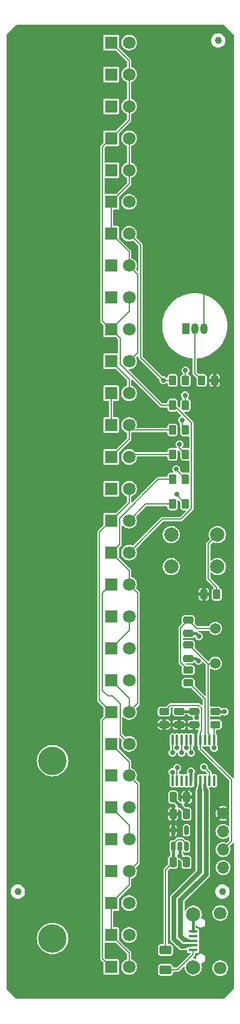
<source format=gbr>
%TF.GenerationSoftware,KiCad,Pcbnew,8.0.7*%
%TF.CreationDate,2025-01-01T13:33:22+01:00*%
%TF.ProjectId,termometer_kombo,7465726d-6f6d-4657-9465-725f6b6f6d62,rev?*%
%TF.SameCoordinates,Original*%
%TF.FileFunction,Copper,L1,Top*%
%TF.FilePolarity,Positive*%
%FSLAX46Y46*%
G04 Gerber Fmt 4.6, Leading zero omitted, Abs format (unit mm)*
G04 Created by KiCad (PCBNEW 8.0.7) date 2025-01-01 13:33:22*
%MOMM*%
%LPD*%
G01*
G04 APERTURE LIST*
G04 Aperture macros list*
%AMRoundRect*
0 Rectangle with rounded corners*
0 $1 Rounding radius*
0 $2 $3 $4 $5 $6 $7 $8 $9 X,Y pos of 4 corners*
0 Add a 4 corners polygon primitive as box body*
4,1,4,$2,$3,$4,$5,$6,$7,$8,$9,$2,$3,0*
0 Add four circle primitives for the rounded corners*
1,1,$1+$1,$2,$3*
1,1,$1+$1,$4,$5*
1,1,$1+$1,$6,$7*
1,1,$1+$1,$8,$9*
0 Add four rect primitives between the rounded corners*
20,1,$1+$1,$2,$3,$4,$5,0*
20,1,$1+$1,$4,$5,$6,$7,0*
20,1,$1+$1,$6,$7,$8,$9,0*
20,1,$1+$1,$8,$9,$2,$3,0*%
G04 Aperture macros list end*
%TA.AperFunction,SMDPad,CuDef*%
%ADD10RoundRect,0.250000X0.262500X0.450000X-0.262500X0.450000X-0.262500X-0.450000X0.262500X-0.450000X0*%
%TD*%
%TA.AperFunction,ComponentPad*%
%ADD11R,1.800000X1.800000*%
%TD*%
%TA.AperFunction,ComponentPad*%
%ADD12C,1.800000*%
%TD*%
%TA.AperFunction,SMDPad,CuDef*%
%ADD13C,1.000000*%
%TD*%
%TA.AperFunction,SMDPad,CuDef*%
%ADD14RoundRect,0.250000X0.250000X0.475000X-0.250000X0.475000X-0.250000X-0.475000X0.250000X-0.475000X0*%
%TD*%
%TA.AperFunction,WasherPad*%
%ADD15C,4.000000*%
%TD*%
%TA.AperFunction,SMDPad,CuDef*%
%ADD16RoundRect,0.250000X0.625000X-0.375000X0.625000X0.375000X-0.625000X0.375000X-0.625000X-0.375000X0*%
%TD*%
%TA.AperFunction,SMDPad,CuDef*%
%ADD17RoundRect,0.250000X0.475000X-0.250000X0.475000X0.250000X-0.475000X0.250000X-0.475000X-0.250000X0*%
%TD*%
%TA.AperFunction,ComponentPad*%
%ADD18C,1.700000*%
%TD*%
%TA.AperFunction,ComponentPad*%
%ADD19O,1.700000X1.700000*%
%TD*%
%TA.AperFunction,SMDPad,CuDef*%
%ADD20RoundRect,0.250000X-0.450000X0.262500X-0.450000X-0.262500X0.450000X-0.262500X0.450000X0.262500X0*%
%TD*%
%TA.AperFunction,SMDPad,CuDef*%
%ADD21RoundRect,0.100000X-0.100000X0.637500X-0.100000X-0.637500X0.100000X-0.637500X0.100000X0.637500X0*%
%TD*%
%TA.AperFunction,SMDPad,CuDef*%
%ADD22RoundRect,0.150000X0.150000X-0.512500X0.150000X0.512500X-0.150000X0.512500X-0.150000X-0.512500X0*%
%TD*%
%TA.AperFunction,ComponentPad*%
%ADD23C,1.500000*%
%TD*%
%TA.AperFunction,SMDPad,CuDef*%
%ADD24RoundRect,0.250000X-0.262500X-0.450000X0.262500X-0.450000X0.262500X0.450000X-0.262500X0.450000X0*%
%TD*%
%TA.AperFunction,ComponentPad*%
%ADD25C,2.000000*%
%TD*%
%TA.AperFunction,ComponentPad*%
%ADD26R,1.050000X1.500000*%
%TD*%
%TA.AperFunction,ComponentPad*%
%ADD27O,1.050000X1.500000*%
%TD*%
%TA.AperFunction,SMDPad,CuDef*%
%ADD28R,1.300000X0.450000*%
%TD*%
%TA.AperFunction,ViaPad*%
%ADD29C,0.700000*%
%TD*%
%TA.AperFunction,Conductor*%
%ADD30C,0.400000*%
%TD*%
%TA.AperFunction,Conductor*%
%ADD31C,0.200000*%
%TD*%
%TA.AperFunction,Conductor*%
%ADD32C,0.700000*%
%TD*%
G04 APERTURE END LIST*
D10*
%TO.P,R5,1*%
%TO.N,IO5*%
X110712500Y-90400000D03*
%TO.P,R5,2*%
%TO.N,Net-(D11-K)*%
X108887500Y-90400000D03*
%TD*%
D11*
%TO.P,D26,1,K*%
%TO.N,Net-(D11-K)*%
X100230000Y-141068900D03*
D12*
%TO.P,D26,2,A*%
%TO.N,Net-(D10-A)*%
X102770000Y-141068900D03*
%TD*%
D11*
%TO.P,D24,1,K*%
%TO.N,Net-(D1-K)*%
X100230000Y-132103400D03*
D12*
%TO.P,D24,2,A*%
%TO.N,Net-(D13-A)*%
X102770000Y-132103400D03*
%TD*%
D11*
%TO.P,D1,1,K*%
%TO.N,Net-(D1-K)*%
X100230000Y-29000000D03*
D12*
%TO.P,D1,2,A*%
%TO.N,Net-(D1-A)*%
X102770000Y-29000000D03*
%TD*%
D11*
%TO.P,D19,1,K*%
%TO.N,Net-(D10-A)*%
X100230000Y-109689600D03*
D12*
%TO.P,D19,2,A*%
%TO.N,Net-(D13-A)*%
X102770000Y-109689600D03*
%TD*%
D10*
%TO.P,R1,1*%
%TO.N,IO1*%
X110712500Y-76500000D03*
%TO.P,R1,2*%
%TO.N,Net-(D1-A)*%
X108887500Y-76500000D03*
%TD*%
D11*
%TO.P,D7,1,K*%
%TO.N,Net-(D11-A)*%
X100230000Y-55896500D03*
D12*
%TO.P,D7,2,A*%
%TO.N,Net-(D1-A)*%
X102770000Y-55896500D03*
%TD*%
D11*
%TO.P,D27,1,K*%
%TO.N,Net-(D11-K)*%
X100230000Y-145551700D03*
D12*
%TO.P,D27,2,A*%
%TO.N,Net-(D13-A)*%
X102770000Y-145551700D03*
%TD*%
D11*
%TO.P,D11,1,K*%
%TO.N,Net-(D11-K)*%
X100230000Y-73827600D03*
D12*
%TO.P,D11,2,A*%
%TO.N,Net-(D11-A)*%
X102770000Y-73827600D03*
%TD*%
D11*
%TO.P,D2,1,K*%
%TO.N,Net-(D1-A)*%
X100230000Y-33482800D03*
D12*
%TO.P,D2,2,A*%
%TO.N,Net-(D1-K)*%
X102770000Y-33482800D03*
%TD*%
D13*
%TO.P,FID1,*%
%TO.N,*%
X115900000Y-148400000D03*
%TD*%
D11*
%TO.P,D3,1,K*%
%TO.N,Net-(D11-A)*%
X100230000Y-37965500D03*
D12*
%TO.P,D3,2,A*%
%TO.N,Net-(D1-K)*%
X102770000Y-37965500D03*
%TD*%
D14*
%TO.P,C7,1*%
%TO.N,+3.3V*%
X110875000Y-135137500D03*
%TO.P,C7,2*%
%TO.N,GND*%
X108975000Y-135137500D03*
%TD*%
D10*
%TO.P,R4,1*%
%TO.N,IO4*%
X110712500Y-86900000D03*
%TO.P,R4,2*%
%TO.N,Net-(D11-A)*%
X108887500Y-86900000D03*
%TD*%
D14*
%TO.P,C3,1*%
%TO.N,GND*%
X110850000Y-137500000D03*
%TO.P,C3,2*%
%TO.N,+3.3V*%
X108950000Y-137500000D03*
%TD*%
D11*
%TO.P,D10,1,K*%
%TO.N,Net-(D1-K)*%
X100230000Y-69344800D03*
D12*
%TO.P,D10,2,A*%
%TO.N,Net-(D10-A)*%
X102770000Y-69344800D03*
%TD*%
D11*
%TO.P,D30,1,K*%
%TO.N,Net-(D1-A)*%
X100230000Y-159000000D03*
D12*
%TO.P,D30,2,A*%
%TO.N,Net-(D13-A)*%
X102770000Y-159000000D03*
%TD*%
D14*
%TO.P,C4,1*%
%TO.N,GND*%
X110850000Y-144287500D03*
%TO.P,C4,2*%
%TO.N,+5V*%
X108950000Y-144287500D03*
%TD*%
D11*
%TO.P,D20,1,K*%
%TO.N,Net-(D13-A)*%
X100230000Y-114172400D03*
D12*
%TO.P,D20,2,A*%
%TO.N,Net-(D10-A)*%
X102770000Y-114172400D03*
%TD*%
D15*
%TO.P,REF2,*%
%TO.N,*%
X92000000Y-155000000D03*
%TD*%
D16*
%TO.P,F1,1*%
%TO.N,Net-(J1-VBUS)*%
X107900000Y-159400000D03*
%TO.P,F1,2*%
%TO.N,+5V*%
X107900000Y-156600000D03*
%TD*%
D11*
%TO.P,D14,1,K*%
%TO.N,Net-(D13-A)*%
X100230000Y-87275900D03*
D12*
%TO.P,D14,2,A*%
%TO.N,Net-(D11-A)*%
X102770000Y-87275900D03*
%TD*%
D11*
%TO.P,D16,1,K*%
%TO.N,Net-(D1-A)*%
X100230000Y-96241400D03*
D12*
%TO.P,D16,2,A*%
%TO.N,Net-(D10-A)*%
X102770000Y-96241400D03*
%TD*%
D11*
%TO.P,D15,1,K*%
%TO.N,Net-(D10-A)*%
X100230000Y-91758600D03*
D12*
%TO.P,D15,2,A*%
%TO.N,Net-(D1-A)*%
X102770000Y-91758600D03*
%TD*%
D17*
%TO.P,C6,1*%
%TO.N,+3.3V*%
X111900000Y-124950000D03*
%TO.P,C6,2*%
%TO.N,GND*%
X111900000Y-123050000D03*
%TD*%
D11*
%TO.P,D9,1,K*%
%TO.N,Net-(D10-A)*%
X100230000Y-64862100D03*
D12*
%TO.P,D9,2,A*%
%TO.N,Net-(D1-K)*%
X102770000Y-64862100D03*
%TD*%
D18*
%TO.P,J2,1,Pin_1*%
%TO.N,+3.3V*%
X116000000Y-137400000D03*
D19*
%TO.P,J2,2,Pin_2*%
%TO.N,B*%
X116000000Y-139940000D03*
%TO.P,J2,3,Pin_3*%
%TO.N,RST*%
X116000000Y-142480000D03*
%TO.P,J2,4,Pin_4*%
%TO.N,GND*%
X116000000Y-145020000D03*
%TD*%
D10*
%TO.P,R2,1*%
%TO.N,IO2*%
X110712500Y-80000000D03*
%TO.P,R2,2*%
%TO.N,Net-(D1-K)*%
X108887500Y-80000000D03*
%TD*%
D11*
%TO.P,D5,1,K*%
%TO.N,Net-(D10-A)*%
X100230000Y-46931000D03*
D12*
%TO.P,D5,2,A*%
%TO.N,Net-(D11-A)*%
X102770000Y-46931000D03*
%TD*%
D11*
%TO.P,D4,1,K*%
%TO.N,Net-(D1-K)*%
X100230000Y-42448300D03*
D12*
%TO.P,D4,2,A*%
%TO.N,Net-(D11-A)*%
X102770000Y-42448300D03*
%TD*%
D20*
%TO.P,R7,1*%
%TO.N,Net-(C2-Pad2)*%
X111100000Y-117237500D03*
%TO.P,R7,2*%
%TO.N,Net-(U1-PF1)*%
X111100000Y-119062500D03*
%TD*%
D21*
%TO.P,U1,1,BOOT0*%
%TO.N,B*%
X114725000Y-127087500D03*
%TO.P,U1,2,PF0*%
%TO.N,Net-(U1-PF0)*%
X114075000Y-127087500D03*
%TO.P,U1,3,PF1*%
%TO.N,Net-(U1-PF1)*%
X113425000Y-127087500D03*
%TO.P,U1,4,NRST*%
%TO.N,RST*%
X112775000Y-127087500D03*
%TO.P,U1,5,VDDA*%
%TO.N,+3.3V*%
X112125000Y-127087500D03*
%TO.P,U1,6,PA0*%
%TO.N,IO0*%
X111475000Y-127087500D03*
%TO.P,U1,7,PA1*%
%TO.N,IO1*%
X110825000Y-127087500D03*
%TO.P,U1,8,PA2*%
%TO.N,IO2*%
X110175000Y-127087500D03*
%TO.P,U1,9,PA3*%
%TO.N,IO3*%
X109525000Y-127087500D03*
%TO.P,U1,10,PA4*%
%TO.N,IO4*%
X108875000Y-127087500D03*
%TO.P,U1,11,PA5*%
%TO.N,IO5*%
X108875000Y-132812500D03*
%TO.P,U1,12,PA6*%
%TO.N,IO6*%
X109525000Y-132812500D03*
%TO.P,U1,13,PA7*%
%TO.N,IO7*%
X110175000Y-132812500D03*
%TO.P,U1,14,PB1*%
%TO.N,unconnected-(U1-PB1-Pad14)*%
X110825000Y-132812500D03*
%TO.P,U1,15,VSS*%
%TO.N,GND*%
X111475000Y-132812500D03*
%TO.P,U1,16,VDD*%
%TO.N,+3.3V*%
X112125000Y-132812500D03*
%TO.P,U1,17,PA9/PA11*%
%TO.N,D-*%
X112775000Y-132812500D03*
%TO.P,U1,18,PA10/PA12*%
%TO.N,D+*%
X113425000Y-132812500D03*
%TO.P,U1,19,PA13*%
%TO.N,IO13*%
X114075000Y-132812500D03*
%TO.P,U1,20,PA14*%
%TO.N,unconnected-(U1-PA14-Pad20)*%
X114725000Y-132812500D03*
%TD*%
D20*
%TO.P,R9,1*%
%TO.N,RST*%
X107700000Y-123087500D03*
%TO.P,R9,2*%
%TO.N,+3.3V*%
X107700000Y-124912500D03*
%TD*%
D10*
%TO.P,R10,1*%
%TO.N,+3.3V*%
X114812500Y-76500000D03*
%TO.P,R10,2*%
%TO.N,IO0*%
X112987500Y-76500000D03*
%TD*%
D11*
%TO.P,D13,1,K*%
%TO.N,Net-(D11-A)*%
X100230000Y-82793100D03*
D12*
%TO.P,D13,2,A*%
%TO.N,Net-(D13-A)*%
X102770000Y-82793100D03*
%TD*%
D22*
%TO.P,U2,1,IN*%
%TO.N,+5V*%
X108950000Y-142062500D03*
%TO.P,U2,2,GND*%
%TO.N,GND*%
X109900000Y-142062500D03*
%TO.P,U2,3,EN*%
%TO.N,+5V*%
X110850000Y-142062500D03*
%TO.P,U2,4,NC*%
%TO.N,unconnected-(U2-NC-Pad4)*%
X110850000Y-139787500D03*
%TO.P,U2,5,OUT*%
%TO.N,+3.3V*%
X108950000Y-139787500D03*
%TD*%
D13*
%TO.P,FID1,*%
%TO.N,*%
X115300000Y-28700000D03*
%TD*%
D11*
%TO.P,D6,1,K*%
%TO.N,Net-(D11-A)*%
X100230000Y-51413800D03*
D12*
%TO.P,D6,2,A*%
%TO.N,Net-(D10-A)*%
X102770000Y-51413800D03*
%TD*%
D11*
%TO.P,D23,1,K*%
%TO.N,Net-(D13-A)*%
X100230000Y-127620700D03*
D12*
%TO.P,D23,2,A*%
%TO.N,Net-(D1-K)*%
X102770000Y-127620700D03*
%TD*%
D17*
%TO.P,C1,1*%
%TO.N,GND*%
X111100000Y-115600000D03*
%TO.P,C1,2*%
%TO.N,Net-(U1-PF0)*%
X111100000Y-113700000D03*
%TD*%
D23*
%TO.P,Y1,1,1*%
%TO.N,Net-(C2-Pad2)*%
X114900000Y-111400000D03*
%TO.P,Y1,2,2*%
%TO.N,Net-(U1-PF0)*%
X114900000Y-116300000D03*
%TD*%
D24*
%TO.P,R8,1*%
%TO.N,+3.3V*%
X113287500Y-106600000D03*
%TO.P,R8,2*%
%TO.N,IO13*%
X115112500Y-106600000D03*
%TD*%
D11*
%TO.P,D18,1,K*%
%TO.N,Net-(D1-K)*%
X100230000Y-105206900D03*
D12*
%TO.P,D18,2,A*%
%TO.N,Net-(D11-K)*%
X102770000Y-105206900D03*
%TD*%
D11*
%TO.P,D29,1,K*%
%TO.N,Net-(D13-A)*%
X100230000Y-154517200D03*
D12*
%TO.P,D29,2,A*%
%TO.N,Net-(D1-A)*%
X102770000Y-154517200D03*
%TD*%
D11*
%TO.P,D22,1,K*%
%TO.N,Net-(D1-A)*%
X100230000Y-123137900D03*
D12*
%TO.P,D22,2,A*%
%TO.N,Net-(D11-K)*%
X102770000Y-123137900D03*
%TD*%
D13*
%TO.P,FID1,*%
%TO.N,*%
X87100000Y-148400000D03*
%TD*%
D11*
%TO.P,D21,1,K*%
%TO.N,Net-(D11-K)*%
X100230000Y-118655200D03*
D12*
%TO.P,D21,2,A*%
%TO.N,Net-(D1-A)*%
X102770000Y-118655200D03*
%TD*%
D25*
%TO.P,SW1,1,A*%
%TO.N,GND*%
X115200000Y-102700000D03*
X108700000Y-102700000D03*
%TO.P,SW1,3,B*%
%TO.N,IO13*%
X115200000Y-98200000D03*
X108700000Y-98200000D03*
%TD*%
D26*
%TO.P,U3,1,GND*%
%TO.N,GND*%
X110730000Y-69200000D03*
D27*
%TO.P,U3,2,DQ*%
%TO.N,IO0*%
X112000000Y-69200000D03*
%TO.P,U3,3,V_{DD}*%
%TO.N,+3.3V*%
X113270000Y-69200000D03*
%TD*%
D11*
%TO.P,D28,1,K*%
%TO.N,Net-(D13-A)*%
X100230000Y-150034500D03*
D12*
%TO.P,D28,2,A*%
%TO.N,Net-(D11-K)*%
X102770000Y-150034500D03*
%TD*%
D15*
%TO.P,REF2,*%
%TO.N,*%
X92000000Y-130000000D03*
%TD*%
D28*
%TO.P,J1,1,VBUS*%
%TO.N,Net-(J1-VBUS)*%
X111750000Y-156605000D03*
%TO.P,J1,2,D-*%
%TO.N,D-*%
X111750000Y-155955000D03*
%TO.P,J1,3,D+*%
%TO.N,D+*%
X111750000Y-155305000D03*
%TO.P,J1,4,ID*%
%TO.N,unconnected-(J1-ID-Pad4)*%
X111750000Y-154655000D03*
%TO.P,J1,5,GND*%
%TO.N,GND*%
X111750000Y-154005000D03*
D12*
%TO.P,J1,6,Shield*%
X115600000Y-159180000D03*
D25*
X111800000Y-159030000D03*
X111800000Y-151580000D03*
D12*
X115600000Y-151430000D03*
%TD*%
D11*
%TO.P,D8,1,K*%
%TO.N,Net-(D1-A)*%
X100230000Y-60379300D03*
D12*
%TO.P,D8,2,A*%
%TO.N,Net-(D11-A)*%
X102770000Y-60379300D03*
%TD*%
D11*
%TO.P,D17,1,K*%
%TO.N,Net-(D11-K)*%
X100230000Y-100724100D03*
D12*
%TO.P,D17,2,A*%
%TO.N,Net-(D1-K)*%
X102770000Y-100724100D03*
%TD*%
D11*
%TO.P,D12,1,K*%
%TO.N,Net-(D11-A)*%
X100230000Y-78310300D03*
D12*
%TO.P,D12,2,A*%
%TO.N,Net-(D11-K)*%
X102770000Y-78310300D03*
%TD*%
D20*
%TO.P,R11,1*%
%TO.N,GND*%
X114900000Y-123087500D03*
%TO.P,R11,2*%
%TO.N,B*%
X114900000Y-124912500D03*
%TD*%
D10*
%TO.P,R6,1*%
%TO.N,IO6*%
X110712500Y-93900000D03*
%TO.P,R6,2*%
%TO.N,Net-(D10-A)*%
X108887500Y-93900000D03*
%TD*%
D17*
%TO.P,C5,1*%
%TO.N,+3.3V*%
X109800000Y-124950000D03*
%TO.P,C5,2*%
%TO.N,GND*%
X109800000Y-123050000D03*
%TD*%
D10*
%TO.P,R3,1*%
%TO.N,IO3*%
X110712500Y-83500000D03*
%TO.P,R3,2*%
%TO.N,Net-(D13-A)*%
X108887500Y-83500000D03*
%TD*%
D17*
%TO.P,C2,1*%
%TO.N,GND*%
X111100000Y-112100000D03*
%TO.P,C2,2*%
%TO.N,Net-(C2-Pad2)*%
X111100000Y-110200000D03*
%TD*%
D11*
%TO.P,D25,1,K*%
%TO.N,Net-(D10-A)*%
X100230000Y-136586200D03*
D12*
%TO.P,D25,2,A*%
%TO.N,Net-(D11-K)*%
X102770000Y-136586200D03*
%TD*%
D29*
%TO.N,GND*%
X109931250Y-143368750D03*
X111475000Y-131500000D03*
X109900000Y-136300000D03*
X112275000Y-123900000D03*
X112540380Y-115959620D03*
X112600000Y-112500000D03*
X116200000Y-123087500D03*
%TO.N,Net-(D1-A)*%
X107600000Y-76500000D03*
%TO.N,IO6*%
X109536325Y-130989546D03*
X109450000Y-92500000D03*
%TO.N,IO5*%
X109400000Y-89000000D03*
X108875000Y-131600000D03*
%TO.N,IO4*%
X108875750Y-128880236D03*
X109850000Y-85500000D03*
%TO.N,IO1*%
X110700000Y-75100000D03*
X110825000Y-128200000D03*
%TO.N,IO2*%
X110650000Y-78600000D03*
X110175000Y-128880236D03*
%TO.N,IO3*%
X110250000Y-82100000D03*
X109525000Y-128200000D03*
%TO.N,IO0*%
X111480566Y-128880236D03*
%TO.N,B*%
X114725000Y-128200000D03*
%TO.N,IO13*%
X113300000Y-130900000D03*
%TD*%
D30*
%TO.N,GND*%
X111900000Y-123050000D02*
X109800000Y-123050000D01*
X109900000Y-136300000D02*
X108975000Y-135375000D01*
X112275000Y-123900000D02*
X112275000Y-123425000D01*
X112540380Y-115959620D02*
X112180760Y-115600000D01*
X110850000Y-137250000D02*
X110850000Y-137500000D01*
X112180760Y-115600000D02*
X111200000Y-115600000D01*
X112200000Y-112100000D02*
X112600000Y-112500000D01*
D31*
X110875000Y-137475000D02*
X110850000Y-137500000D01*
D30*
X111475000Y-131500000D02*
X111475000Y-132812500D01*
X111750000Y-154005000D02*
X111750000Y-151630000D01*
X108975000Y-135375000D02*
X108975000Y-135137500D01*
X109900000Y-142062500D02*
X109900000Y-143337500D01*
X116200000Y-123087500D02*
X114900000Y-123087500D01*
D31*
X111750000Y-151630000D02*
X111800000Y-151580000D01*
D30*
X112275000Y-123425000D02*
X111900000Y-123050000D01*
X109900000Y-136300000D02*
X110850000Y-137250000D01*
X109900000Y-143337500D02*
X109931250Y-143368750D01*
X111200000Y-112100000D02*
X112200000Y-112100000D01*
X109931250Y-143368750D02*
X110850000Y-144287500D01*
D31*
%TO.N,+5V*%
X108950000Y-141709448D02*
X108950000Y-142062500D01*
D30*
X108950000Y-144287500D02*
X108950000Y-142062500D01*
D31*
X110850000Y-142062500D02*
X110850000Y-141709448D01*
X110850000Y-141709448D02*
X110240552Y-141100000D01*
X109559448Y-141100000D02*
X108950000Y-141709448D01*
X107900000Y-145337500D02*
X108950000Y-144287500D01*
X110240552Y-141100000D02*
X109559448Y-141100000D01*
X107900000Y-156700000D02*
X107900000Y-145337500D01*
%TO.N,Net-(D1-A)*%
X99000000Y-124367900D02*
X99000000Y-157770000D01*
X100230000Y-96241400D02*
X102770000Y-93701400D01*
X102770000Y-93701400D02*
X102770000Y-91758600D01*
X104370000Y-57496500D02*
X102770000Y-55896500D01*
X99000000Y-157770000D02*
X100230000Y-159000000D01*
X98600000Y-121507900D02*
X100230000Y-123137900D01*
X100230000Y-96241400D02*
X98600000Y-97871400D01*
X100230000Y-123137900D02*
X99000000Y-124367900D01*
X98600000Y-97871400D02*
X98600000Y-121507900D01*
X104370000Y-73270000D02*
X104370000Y-57496500D01*
X107600000Y-76500000D02*
X108887500Y-76500000D01*
X107600000Y-76500000D02*
X104370000Y-73270000D01*
%TO.N,Net-(D10-A)*%
X102770000Y-96241400D02*
X105111400Y-93900000D01*
X100230000Y-136586200D02*
X102770000Y-139126200D01*
X102770000Y-139126200D02*
X102770000Y-141068900D01*
X105111400Y-93900000D02*
X108887500Y-93900000D01*
%TO.N,IO6*%
X109525000Y-131000871D02*
X109525000Y-132812500D01*
X109450000Y-92500000D02*
X109450000Y-92637500D01*
X109536325Y-130989546D02*
X109525000Y-131000871D01*
X109450000Y-92637500D02*
X110712500Y-93900000D01*
%TO.N,RST*%
X117150000Y-141330000D02*
X116000000Y-142480000D01*
X112925000Y-122565256D02*
X112925000Y-125775000D01*
X112559744Y-122200000D02*
X112925000Y-122565256D01*
X117150000Y-132674999D02*
X117150000Y-141330000D01*
X108587500Y-122200000D02*
X112559744Y-122200000D01*
X112775000Y-128299999D02*
X117150000Y-132674999D01*
X112775000Y-125925000D02*
X112775000Y-127087500D01*
X112775000Y-127087500D02*
X112775000Y-128299999D01*
X112925000Y-125775000D02*
X112775000Y-125925000D01*
X107700000Y-123087500D02*
X108587500Y-122200000D01*
%TO.N,IO5*%
X109400000Y-89000000D02*
X109400000Y-89087500D01*
X108875000Y-131600000D02*
X108875000Y-132812500D01*
X109400000Y-89087500D02*
X110712500Y-90400000D01*
%TO.N,IO4*%
X108875000Y-128822530D02*
X108875000Y-127087500D01*
X109850000Y-85500000D02*
X109850000Y-86037500D01*
X109850000Y-86037500D02*
X110712500Y-86900000D01*
X108875750Y-128823280D02*
X108875000Y-128822530D01*
%TO.N,IO1*%
X110825000Y-128200000D02*
X110825000Y-127087500D01*
X110700000Y-76487500D02*
X110712500Y-76500000D01*
X110700000Y-75100000D02*
X110700000Y-76487500D01*
%TO.N,IO2*%
X110650000Y-79937500D02*
X110712500Y-80000000D01*
X110650000Y-78600000D02*
X110650000Y-79937500D01*
X110175000Y-128886346D02*
X110175000Y-127087500D01*
%TO.N,IO3*%
X109525000Y-127087500D02*
X109525000Y-128200000D01*
X110250000Y-83037500D02*
X110712500Y-83500000D01*
X110250000Y-82100000D02*
X110250000Y-83037500D01*
%TO.N,IO0*%
X111475000Y-128874670D02*
X111475000Y-127087500D01*
X112987500Y-76500000D02*
X112000000Y-75512500D01*
X111480566Y-128880236D02*
X111475000Y-128874670D01*
X112000000Y-75512500D02*
X112000000Y-69200000D01*
%TO.N,Net-(D1-K)*%
X101500000Y-126350700D02*
X102770000Y-127620700D01*
X99000000Y-68114800D02*
X100230000Y-69344800D01*
X108887500Y-80000000D02*
X107245343Y-80000000D01*
X100230000Y-69344800D02*
X102770000Y-66804800D01*
X111525000Y-94584744D02*
X110109744Y-96000000D01*
X101500000Y-122007900D02*
X101500000Y-126350700D01*
X99000000Y-43678300D02*
X99000000Y-68114800D01*
X109069239Y-80000000D02*
X111525000Y-82455761D01*
X100230000Y-42448300D02*
X99000000Y-43678300D01*
X110109744Y-96000000D02*
X107494100Y-96000000D01*
X100230000Y-29000000D02*
X102770000Y-31540000D01*
X108887500Y-80000000D02*
X109069239Y-80000000D01*
X100392100Y-120900000D02*
X101500000Y-122007900D01*
X99030000Y-106406900D02*
X99030000Y-120130000D01*
X102770000Y-37965500D02*
X102770000Y-39908300D01*
X111525000Y-82455761D02*
X111525000Y-94584744D01*
X101500000Y-74254657D02*
X101500000Y-70614800D01*
X107494100Y-96000000D02*
X102770000Y-100724100D01*
X101500000Y-70614800D02*
X100230000Y-69344800D01*
X102770000Y-66804800D02*
X102770000Y-64862100D01*
X107245343Y-80000000D02*
X101500000Y-74254657D01*
X100230000Y-105206900D02*
X99030000Y-106406900D01*
X102770000Y-33482800D02*
X102770000Y-37965500D01*
X99800000Y-120900000D02*
X100392100Y-120900000D01*
X102770000Y-31540000D02*
X102770000Y-33482800D01*
X102770000Y-39908300D02*
X100230000Y-42448300D01*
X99030000Y-120130000D02*
X99800000Y-120900000D01*
%TO.N,Net-(D11-A)*%
X103970000Y-72627600D02*
X103970000Y-61579300D01*
X102770000Y-46931000D02*
X102770000Y-42448300D01*
X100230000Y-55896500D02*
X100230000Y-51413800D01*
X100230000Y-51413800D02*
X102770000Y-48873800D01*
X102770000Y-58436500D02*
X100230000Y-55896500D01*
X103970000Y-61579300D02*
X102770000Y-60379300D01*
X102770000Y-48873800D02*
X102770000Y-46931000D01*
X102770000Y-60379300D02*
X102770000Y-58436500D01*
X100230000Y-82793100D02*
X100230000Y-78310300D01*
X108887500Y-86900000D02*
X103145900Y-86900000D01*
X102770000Y-73827600D02*
X103970000Y-72627600D01*
X103145900Y-86900000D02*
X102770000Y-87275900D01*
%TO.N,Net-(D11-K)*%
X101430000Y-95870000D02*
X106900000Y-90400000D01*
X100230000Y-100724100D02*
X101430000Y-99524100D01*
X102770000Y-121195200D02*
X100230000Y-118655200D01*
X103970000Y-121937900D02*
X103970000Y-106406900D01*
X102770000Y-123137900D02*
X102770000Y-121195200D01*
X102770000Y-78310300D02*
X102770000Y-76367600D01*
X102770000Y-103264100D02*
X100230000Y-100724100D01*
X102770000Y-76367600D02*
X100230000Y-73827600D01*
X102770000Y-123137900D02*
X103970000Y-121937900D01*
X103970000Y-106406900D02*
X102770000Y-105206900D01*
X101430000Y-99524100D02*
X101430000Y-95870000D01*
X102770000Y-105206900D02*
X102770000Y-103264100D01*
X106900000Y-90400000D02*
X108887500Y-90400000D01*
%TO.N,Net-(D13-A)*%
X102770000Y-111632400D02*
X102770000Y-109689600D01*
X102770000Y-130160700D02*
X100230000Y-127620700D01*
X103476900Y-83500000D02*
X102770000Y-82793100D01*
X102770000Y-132103400D02*
X102770000Y-130160700D01*
X102770000Y-159000000D02*
X102770000Y-157057200D01*
X100230000Y-150034500D02*
X102770000Y-147494500D01*
X100230000Y-114172400D02*
X102770000Y-111632400D01*
X108887500Y-83500000D02*
X103476900Y-83500000D01*
X102770000Y-157057200D02*
X100230000Y-154517200D01*
X100230000Y-154517200D02*
X100230000Y-150034500D01*
X103970000Y-144351700D02*
X103970000Y-133303400D01*
X103970000Y-133303400D02*
X102770000Y-132103400D01*
X102770000Y-84735900D02*
X102770000Y-82793100D01*
X100230000Y-87275900D02*
X102770000Y-84735900D01*
X102770000Y-147494500D02*
X102770000Y-145551700D01*
X102770000Y-145551700D02*
X103970000Y-144351700D01*
%TO.N,+3.3V*%
X112125000Y-124987500D02*
X112087500Y-124950000D01*
X113270000Y-69200000D02*
X113270000Y-64300000D01*
X110875000Y-134905761D02*
X110875000Y-135137500D01*
X110062500Y-124912500D02*
X110100000Y-124950000D01*
%TO.N,Net-(C2-Pad2)*%
X110000000Y-111300000D02*
X110000000Y-116137500D01*
X112300000Y-111400000D02*
X111100000Y-110200000D01*
X111100000Y-110200000D02*
X110000000Y-111300000D01*
X110000000Y-116137500D02*
X111100000Y-117237500D01*
X115000000Y-111400000D02*
X112300000Y-111400000D01*
%TO.N,Net-(U1-PF0)*%
X113875000Y-117425000D02*
X113875000Y-116375000D01*
X113875000Y-116375000D02*
X111200000Y-113700000D01*
X113875000Y-117425000D02*
X113875000Y-126125000D01*
X114925000Y-116375000D02*
X113875000Y-116375000D01*
X113875000Y-126125000D02*
X114075000Y-126325000D01*
X115000000Y-116300000D02*
X114925000Y-116375000D01*
X114075000Y-126325000D02*
X114075000Y-127087500D01*
%TO.N,B*%
X114725000Y-125287500D02*
X114725000Y-127087500D01*
X114725000Y-128200000D02*
X114725000Y-127087500D01*
X115100000Y-124912500D02*
X114725000Y-125287500D01*
D32*
%TO.N,D-*%
X109100000Y-155072792D02*
X110127208Y-156100000D01*
X112700000Y-134300000D02*
X112700000Y-145613604D01*
X110127208Y-156100000D02*
X110500000Y-156100000D01*
X109100000Y-149213604D02*
X109100000Y-155072792D01*
X112700000Y-145613604D02*
X109100000Y-149213604D01*
%TO.N,D+*%
X113600000Y-146000000D02*
X113600000Y-134300000D01*
X110000000Y-149600000D02*
X113600000Y-146000000D01*
X110500000Y-155200000D02*
X110000000Y-154700000D01*
X110000000Y-154700000D02*
X110000000Y-149600000D01*
D31*
%TO.N,IO13*%
X113300000Y-130900000D02*
X114075000Y-131675000D01*
X114075000Y-131675000D02*
X114075000Y-132812500D01*
X113900000Y-104400000D02*
X113900000Y-99500000D01*
X115112500Y-106600000D02*
X115112500Y-105612500D01*
X115112500Y-105612500D02*
X113900000Y-104400000D01*
X113900000Y-99500000D02*
X115200000Y-98200000D01*
%TO.N,Net-(U1-PF1)*%
X113425000Y-121287500D02*
X113425000Y-127087500D01*
X111200000Y-119062500D02*
X113425000Y-121287500D01*
%TO.N,Net-(J1-VBUS)*%
X109591522Y-159400000D02*
X107900000Y-159400000D01*
X111750000Y-157241522D02*
X109591522Y-159400000D01*
X111750000Y-156605000D02*
X111750000Y-157241522D01*
%TD*%
%TA.AperFunction,Conductor*%
%TO.N,D+*%
G36*
X110628989Y-154873914D02*
G01*
X110979740Y-155042275D01*
X110994972Y-155050961D01*
X111021769Y-155068867D01*
X111029252Y-155070355D01*
X111058711Y-155080181D01*
X111100000Y-155100000D01*
X111432552Y-155189742D01*
X111492143Y-155226211D01*
X111522561Y-155289113D01*
X111524240Y-155308965D01*
X111524533Y-155382614D01*
X111505115Y-155449731D01*
X111452494Y-155495696D01*
X111407816Y-155506893D01*
X111103638Y-155524786D01*
X111096356Y-155525000D01*
X111091251Y-155525000D01*
X111081945Y-155524650D01*
X111080814Y-155524565D01*
X111066598Y-155523494D01*
X111041677Y-155523136D01*
X111041670Y-155523136D01*
X110713682Y-155538311D01*
X110712225Y-155538370D01*
X110521568Y-155544945D01*
X110453890Y-155527583D01*
X110406342Y-155476387D01*
X110394021Y-155407613D01*
X110394376Y-155404674D01*
X110452424Y-154969317D01*
X110480796Y-154905468D01*
X110539184Y-154867093D01*
X110609050Y-154866377D01*
X110628989Y-154873914D01*
G37*
%TD.AperFunction*%
%TD*%
%TA.AperFunction,Conductor*%
%TO.N,D-*%
G36*
X112901580Y-133069685D02*
G01*
X112947335Y-133122489D01*
X112958226Y-133165165D01*
X112975004Y-133400069D01*
X113038654Y-134206284D01*
X113024307Y-134274665D01*
X112975268Y-134324433D01*
X112907107Y-134339789D01*
X112906204Y-134339728D01*
X112498280Y-134310591D01*
X112432814Y-134286180D01*
X112390937Y-134230250D01*
X112385946Y-134160559D01*
X112387022Y-134156025D01*
X112575000Y-133425000D01*
X112592283Y-133165751D01*
X112616383Y-133100170D01*
X112672113Y-133058029D01*
X112716008Y-133050000D01*
X112834541Y-133050000D01*
X112901580Y-133069685D01*
G37*
%TD.AperFunction*%
%TD*%
%TA.AperFunction,Conductor*%
%TO.N,+3.3V*%
G36*
X116109869Y-26519407D02*
G01*
X116121682Y-26529496D01*
X117470504Y-27878318D01*
X117498281Y-27932835D01*
X117499500Y-27948322D01*
X117499500Y-132360520D01*
X117480593Y-132418711D01*
X117431093Y-132454675D01*
X117369907Y-132454675D01*
X117330496Y-132430524D01*
X113104496Y-128204524D01*
X113076719Y-128150007D01*
X113075500Y-128134520D01*
X113075500Y-128095257D01*
X113094407Y-128037066D01*
X113143907Y-128001102D01*
X113205093Y-128001102D01*
X113214476Y-128004688D01*
X113255009Y-128022585D01*
X113280135Y-128025500D01*
X113569864Y-128025499D01*
X113594991Y-128022585D01*
X113697765Y-127977206D01*
X113697766Y-127977204D01*
X113706157Y-127973500D01*
X113707205Y-127975875D01*
X113752739Y-127962462D01*
X113792948Y-127975526D01*
X113793843Y-127973500D01*
X113802233Y-127977204D01*
X113802235Y-127977206D01*
X113905009Y-128022585D01*
X113930135Y-128025500D01*
X114079835Y-128025499D01*
X114138025Y-128044406D01*
X114173989Y-128093906D01*
X114177988Y-128137420D01*
X114169750Y-128199997D01*
X114169750Y-128200000D01*
X114188669Y-128343708D01*
X114188670Y-128343709D01*
X114227867Y-128438342D01*
X114244139Y-128477625D01*
X114332379Y-128592621D01*
X114447375Y-128680861D01*
X114581291Y-128736330D01*
X114725000Y-128755250D01*
X114868709Y-128736330D01*
X115002625Y-128680861D01*
X115117621Y-128592621D01*
X115205861Y-128477625D01*
X115261330Y-128343709D01*
X115280250Y-128200000D01*
X115261330Y-128056291D01*
X115205861Y-127922375D01*
X115145105Y-127843197D01*
X115124682Y-127785523D01*
X115125308Y-127771516D01*
X115125500Y-127769865D01*
X115125499Y-126405136D01*
X115122585Y-126380009D01*
X115077206Y-126277235D01*
X115077204Y-126277233D01*
X115077205Y-126277233D01*
X115054495Y-126254523D01*
X115026719Y-126200006D01*
X115025500Y-126184521D01*
X115025500Y-125724500D01*
X115044407Y-125666309D01*
X115093907Y-125630345D01*
X115124500Y-125625500D01*
X115404273Y-125625500D01*
X115404273Y-125625499D01*
X115434699Y-125622646D01*
X115562882Y-125577793D01*
X115672150Y-125497150D01*
X115752793Y-125387882D01*
X115797646Y-125259699D01*
X115800499Y-125229273D01*
X115800500Y-125229273D01*
X115800500Y-124595727D01*
X115800499Y-124595725D01*
X115797646Y-124565305D01*
X115797646Y-124565301D01*
X115752793Y-124437118D01*
X115752211Y-124436330D01*
X115672154Y-124327855D01*
X115672152Y-124327853D01*
X115672150Y-124327850D01*
X115672146Y-124327847D01*
X115672144Y-124327845D01*
X115562883Y-124247207D01*
X115434703Y-124202355D01*
X115434694Y-124202353D01*
X115404274Y-124199500D01*
X115404266Y-124199500D01*
X114395734Y-124199500D01*
X114395725Y-124199500D01*
X114365305Y-124202353D01*
X114365301Y-124202354D01*
X114307197Y-124222685D01*
X114246027Y-124224057D01*
X114195733Y-124189212D01*
X114175525Y-124131460D01*
X114175500Y-124129240D01*
X114175500Y-123870759D01*
X114194407Y-123812568D01*
X114243907Y-123776604D01*
X114305093Y-123776604D01*
X114307198Y-123777315D01*
X114365301Y-123797646D01*
X114395725Y-123800499D01*
X114395727Y-123800500D01*
X114395734Y-123800500D01*
X115404273Y-123800500D01*
X115404273Y-123800499D01*
X115434699Y-123797646D01*
X115562882Y-123752793D01*
X115672150Y-123672150D01*
X115751627Y-123564462D01*
X115801394Y-123528869D01*
X115862578Y-123529327D01*
X115891549Y-123544708D01*
X115915235Y-123562882D01*
X115922375Y-123568361D01*
X116056291Y-123623830D01*
X116200000Y-123642750D01*
X116343709Y-123623830D01*
X116477625Y-123568361D01*
X116592621Y-123480121D01*
X116680861Y-123365125D01*
X116736330Y-123231209D01*
X116755250Y-123087500D01*
X116736330Y-122943791D01*
X116680861Y-122809875D01*
X116592621Y-122694879D01*
X116477625Y-122606639D01*
X116477621Y-122606637D01*
X116343709Y-122551170D01*
X116343708Y-122551169D01*
X116200000Y-122532250D01*
X116056291Y-122551169D01*
X116056290Y-122551170D01*
X115922378Y-122606637D01*
X115922370Y-122606641D01*
X115891548Y-122630292D01*
X115833872Y-122650715D01*
X115775206Y-122633336D01*
X115751627Y-122610537D01*
X115672154Y-122502855D01*
X115672152Y-122502853D01*
X115672150Y-122502850D01*
X115672146Y-122502847D01*
X115672144Y-122502845D01*
X115562883Y-122422207D01*
X115434703Y-122377355D01*
X115434694Y-122377353D01*
X115404274Y-122374500D01*
X115404266Y-122374500D01*
X114395734Y-122374500D01*
X114395725Y-122374500D01*
X114365305Y-122377353D01*
X114365301Y-122377354D01*
X114307197Y-122397685D01*
X114246027Y-122399057D01*
X114195733Y-122364212D01*
X114175525Y-122306460D01*
X114175500Y-122304240D01*
X114175500Y-117144344D01*
X114194407Y-117086153D01*
X114243907Y-117050189D01*
X114305093Y-117050189D01*
X114337302Y-117067814D01*
X114369375Y-117094136D01*
X114534499Y-117182396D01*
X114713669Y-117236747D01*
X114713671Y-117236747D01*
X114713674Y-117236748D01*
X114899996Y-117255099D01*
X114900000Y-117255099D01*
X114900004Y-117255099D01*
X115086325Y-117236748D01*
X115086326Y-117236747D01*
X115086331Y-117236747D01*
X115265501Y-117182396D01*
X115430625Y-117094136D01*
X115575357Y-116975357D01*
X115694136Y-116830625D01*
X115782396Y-116665501D01*
X115836747Y-116486331D01*
X115838405Y-116469504D01*
X115855099Y-116300004D01*
X115855099Y-116299995D01*
X115836748Y-116113674D01*
X115836747Y-116113671D01*
X115836747Y-116113669D01*
X115782396Y-115934499D01*
X115694136Y-115769375D01*
X115630755Y-115692145D01*
X115575361Y-115624647D01*
X115575352Y-115624638D01*
X115490978Y-115555395D01*
X115430625Y-115505864D01*
X115430622Y-115505862D01*
X115430617Y-115505859D01*
X115265506Y-115417606D01*
X115265504Y-115417605D01*
X115086328Y-115363252D01*
X115086325Y-115363251D01*
X114900004Y-115344901D01*
X114899996Y-115344901D01*
X114713674Y-115363251D01*
X114713671Y-115363252D01*
X114534495Y-115417605D01*
X114534493Y-115417606D01*
X114369382Y-115505859D01*
X114369376Y-115505863D01*
X114224647Y-115624638D01*
X114224638Y-115624647D01*
X114105863Y-115769376D01*
X114105859Y-115769382D01*
X114025446Y-115919825D01*
X113981340Y-115962232D01*
X113920732Y-115970615D01*
X113868132Y-115943161D01*
X112049619Y-114124648D01*
X112021842Y-114070131D01*
X112022696Y-114040753D01*
X112022084Y-114040696D01*
X112025499Y-114004274D01*
X112025500Y-114004273D01*
X112025500Y-113395727D01*
X112025499Y-113395725D01*
X112022646Y-113365301D01*
X111977793Y-113237118D01*
X111897150Y-113127850D01*
X111897146Y-113127847D01*
X111897144Y-113127845D01*
X111787883Y-113047207D01*
X111659703Y-113002355D01*
X111659694Y-113002353D01*
X111629274Y-112999500D01*
X111629266Y-112999500D01*
X110570734Y-112999500D01*
X110570725Y-112999500D01*
X110540305Y-113002353D01*
X110540301Y-113002354D01*
X110432197Y-113040181D01*
X110371027Y-113041553D01*
X110320733Y-113006709D01*
X110300525Y-112948957D01*
X110300500Y-112946736D01*
X110300500Y-112853263D01*
X110319407Y-112795072D01*
X110368907Y-112759108D01*
X110430093Y-112759108D01*
X110432175Y-112759811D01*
X110540301Y-112797646D01*
X110570725Y-112800499D01*
X110570727Y-112800500D01*
X110570734Y-112800500D01*
X111629273Y-112800500D01*
X111629273Y-112800499D01*
X111659699Y-112797646D01*
X111787882Y-112752793D01*
X111897150Y-112672150D01*
X111907294Y-112658405D01*
X111957059Y-112622811D01*
X112018243Y-112623267D01*
X112067474Y-112659598D01*
X112078414Y-112679306D01*
X112119137Y-112777621D01*
X112119139Y-112777625D01*
X112207379Y-112892621D01*
X112322375Y-112980861D01*
X112456291Y-113036330D01*
X112600000Y-113055250D01*
X112743709Y-113036330D01*
X112877625Y-112980861D01*
X112992621Y-112892621D01*
X113080861Y-112777625D01*
X113136330Y-112643709D01*
X113155250Y-112500000D01*
X113136330Y-112356291D01*
X113080861Y-112222375D01*
X112992621Y-112107379D01*
X112877625Y-112019139D01*
X112877621Y-112019137D01*
X112743709Y-111963670D01*
X112646150Y-111950825D01*
X112590925Y-111924483D01*
X112589069Y-111922676D01*
X112535897Y-111869504D01*
X112508120Y-111814987D01*
X112517691Y-111754555D01*
X112560956Y-111711290D01*
X112605901Y-111700500D01*
X113924530Y-111700500D01*
X113982721Y-111719407D01*
X114015994Y-111761615D01*
X114017603Y-111765501D01*
X114105859Y-111930617D01*
X114105862Y-111930622D01*
X114105864Y-111930625D01*
X114155395Y-111990978D01*
X114224638Y-112075352D01*
X114224647Y-112075361D01*
X114263664Y-112107381D01*
X114369375Y-112194136D01*
X114369380Y-112194138D01*
X114369382Y-112194140D01*
X114422212Y-112222378D01*
X114534499Y-112282396D01*
X114713669Y-112336747D01*
X114713671Y-112336747D01*
X114713674Y-112336748D01*
X114899996Y-112355099D01*
X114900000Y-112355099D01*
X114900004Y-112355099D01*
X115086325Y-112336748D01*
X115086326Y-112336747D01*
X115086331Y-112336747D01*
X115265501Y-112282396D01*
X115430625Y-112194136D01*
X115575357Y-112075357D01*
X115694136Y-111930625D01*
X115782396Y-111765501D01*
X115836747Y-111586331D01*
X115836927Y-111584511D01*
X115855099Y-111400004D01*
X115855099Y-111399995D01*
X115836748Y-111213674D01*
X115836747Y-111213671D01*
X115836747Y-111213669D01*
X115782396Y-111034499D01*
X115726271Y-110929496D01*
X115694140Y-110869382D01*
X115694138Y-110869380D01*
X115694136Y-110869375D01*
X115629075Y-110790098D01*
X115575361Y-110724647D01*
X115575352Y-110724638D01*
X115434870Y-110609348D01*
X115430625Y-110605864D01*
X115430622Y-110605862D01*
X115430617Y-110605859D01*
X115265506Y-110517606D01*
X115265504Y-110517605D01*
X115239794Y-110509806D01*
X115086331Y-110463253D01*
X115086328Y-110463252D01*
X115086325Y-110463251D01*
X114900004Y-110444901D01*
X114899996Y-110444901D01*
X114713674Y-110463251D01*
X114713671Y-110463252D01*
X114534495Y-110517605D01*
X114534493Y-110517606D01*
X114369382Y-110605859D01*
X114369376Y-110605863D01*
X114224647Y-110724638D01*
X114224638Y-110724647D01*
X114105863Y-110869376D01*
X114105859Y-110869382D01*
X114017603Y-111034498D01*
X114015994Y-111038385D01*
X113976258Y-111084911D01*
X113924530Y-111099500D01*
X112465479Y-111099500D01*
X112407288Y-111080593D01*
X112395475Y-111070504D01*
X112024386Y-110699415D01*
X111996609Y-110644898D01*
X112000946Y-110596712D01*
X112009740Y-110571581D01*
X112022646Y-110534699D01*
X112025499Y-110504273D01*
X112025500Y-110504273D01*
X112025500Y-109895727D01*
X112025499Y-109895725D01*
X112022646Y-109865305D01*
X112022646Y-109865301D01*
X111977793Y-109737118D01*
X111942723Y-109689600D01*
X111897154Y-109627855D01*
X111897152Y-109627853D01*
X111897150Y-109627850D01*
X111897146Y-109627847D01*
X111897144Y-109627845D01*
X111787883Y-109547207D01*
X111659703Y-109502355D01*
X111659694Y-109502353D01*
X111629274Y-109499500D01*
X111629266Y-109499500D01*
X110570734Y-109499500D01*
X110570725Y-109499500D01*
X110540305Y-109502353D01*
X110540296Y-109502355D01*
X110412116Y-109547207D01*
X110302855Y-109627845D01*
X110302845Y-109627855D01*
X110222207Y-109737116D01*
X110177355Y-109865296D01*
X110177353Y-109865305D01*
X110174500Y-109895725D01*
X110174500Y-110504274D01*
X110177353Y-110534694D01*
X110177353Y-110534697D01*
X110177354Y-110534699D01*
X110194244Y-110582967D01*
X110199054Y-110596714D01*
X110200426Y-110657884D01*
X110175613Y-110699414D01*
X109815489Y-111059539D01*
X109759539Y-111115489D01*
X109719980Y-111184007D01*
X109719978Y-111184011D01*
X109699500Y-111260435D01*
X109699500Y-116177064D01*
X109719978Y-116253487D01*
X109719979Y-116253489D01*
X109745473Y-116297646D01*
X109759540Y-116322011D01*
X109759542Y-116322013D01*
X110190892Y-116753364D01*
X110218669Y-116807880D01*
X110214334Y-116856061D01*
X110202353Y-116890303D01*
X110199500Y-116920725D01*
X110199500Y-117554274D01*
X110202353Y-117584694D01*
X110202355Y-117584703D01*
X110247207Y-117712883D01*
X110327845Y-117822144D01*
X110327847Y-117822146D01*
X110327850Y-117822150D01*
X110327853Y-117822152D01*
X110327855Y-117822154D01*
X110437116Y-117902792D01*
X110437117Y-117902792D01*
X110437118Y-117902793D01*
X110565301Y-117947646D01*
X110595725Y-117950499D01*
X110595727Y-117950500D01*
X110595734Y-117950500D01*
X111604273Y-117950500D01*
X111604273Y-117950499D01*
X111634699Y-117947646D01*
X111762882Y-117902793D01*
X111872150Y-117822150D01*
X111952793Y-117712882D01*
X111997646Y-117584699D01*
X112000499Y-117554273D01*
X112000500Y-117554273D01*
X112000500Y-116920727D01*
X112000499Y-116920725D01*
X111997646Y-116890305D01*
X111997646Y-116890303D01*
X111997646Y-116890301D01*
X111952793Y-116762118D01*
X111946332Y-116753364D01*
X111872154Y-116652855D01*
X111872152Y-116652853D01*
X111872150Y-116652850D01*
X111872146Y-116652847D01*
X111872144Y-116652845D01*
X111762883Y-116572207D01*
X111634703Y-116527355D01*
X111634694Y-116527353D01*
X111604274Y-116524500D01*
X111604266Y-116524500D01*
X110852979Y-116524500D01*
X110794788Y-116505593D01*
X110782975Y-116495504D01*
X110756975Y-116469504D01*
X110729198Y-116414987D01*
X110738769Y-116354555D01*
X110782034Y-116311290D01*
X110826979Y-116300500D01*
X111629273Y-116300500D01*
X111629273Y-116300499D01*
X111659699Y-116297646D01*
X111787882Y-116252793D01*
X111897150Y-116172150D01*
X111897152Y-116172147D01*
X111899029Y-116170762D01*
X111957077Y-116151420D01*
X112015408Y-116169891D01*
X112049282Y-116212531D01*
X112059519Y-116237245D01*
X112147759Y-116352241D01*
X112262755Y-116440481D01*
X112396671Y-116495950D01*
X112540380Y-116514870D01*
X112684089Y-116495950D01*
X112818005Y-116440481D01*
X112933001Y-116352241D01*
X113021241Y-116237245D01*
X113049783Y-116168335D01*
X113089516Y-116121814D01*
X113149010Y-116107529D01*
X113205539Y-116130942D01*
X113211249Y-116136220D01*
X113545504Y-116470475D01*
X113573281Y-116524992D01*
X113574500Y-116540479D01*
X113574500Y-120773021D01*
X113555593Y-120831212D01*
X113506093Y-120867176D01*
X113444907Y-120867176D01*
X113405496Y-120843025D01*
X112028371Y-119465900D01*
X112000594Y-119411383D01*
X111999808Y-119386651D01*
X112000499Y-119379273D01*
X112000500Y-119379273D01*
X112000500Y-118745727D01*
X112000499Y-118745725D01*
X111997646Y-118715305D01*
X111997646Y-118715301D01*
X111952793Y-118587118D01*
X111872150Y-118477850D01*
X111872146Y-118477847D01*
X111872144Y-118477845D01*
X111762883Y-118397207D01*
X111634703Y-118352355D01*
X111634694Y-118352353D01*
X111604274Y-118349500D01*
X111604266Y-118349500D01*
X110595734Y-118349500D01*
X110595725Y-118349500D01*
X110565305Y-118352353D01*
X110565296Y-118352355D01*
X110437116Y-118397207D01*
X110327855Y-118477845D01*
X110327845Y-118477855D01*
X110247207Y-118587116D01*
X110202355Y-118715296D01*
X110202353Y-118715305D01*
X110199500Y-118745725D01*
X110199500Y-119379274D01*
X110202353Y-119409694D01*
X110202355Y-119409703D01*
X110247207Y-119537883D01*
X110327845Y-119647144D01*
X110327847Y-119647146D01*
X110327850Y-119647150D01*
X110327853Y-119647152D01*
X110327855Y-119647154D01*
X110437116Y-119727792D01*
X110437117Y-119727792D01*
X110437118Y-119727793D01*
X110565301Y-119772646D01*
X110595725Y-119775499D01*
X110595727Y-119775500D01*
X110595734Y-119775500D01*
X111447021Y-119775500D01*
X111505212Y-119794407D01*
X111517025Y-119804496D01*
X113095504Y-121382975D01*
X113123281Y-121437492D01*
X113124500Y-121452979D01*
X113124500Y-122100777D01*
X113105593Y-122158968D01*
X113056093Y-122194932D01*
X112994907Y-122194932D01*
X112955497Y-122170781D01*
X112744254Y-121959539D01*
X112675736Y-121919980D01*
X112675732Y-121919978D01*
X112599308Y-121899500D01*
X112599306Y-121899500D01*
X108627062Y-121899500D01*
X108547938Y-121899500D01*
X108501161Y-121912033D01*
X108471507Y-121919979D01*
X108402993Y-121959536D01*
X108402988Y-121959540D01*
X108017024Y-122345504D01*
X107962508Y-122373281D01*
X107947021Y-122374500D01*
X107195725Y-122374500D01*
X107165305Y-122377353D01*
X107165296Y-122377355D01*
X107037116Y-122422207D01*
X106927855Y-122502845D01*
X106927845Y-122502855D01*
X106847207Y-122612116D01*
X106802355Y-122740296D01*
X106802353Y-122740305D01*
X106799500Y-122770725D01*
X106799500Y-123404274D01*
X106802353Y-123434694D01*
X106802355Y-123434703D01*
X106847207Y-123562883D01*
X106927845Y-123672144D01*
X106927846Y-123672145D01*
X106927850Y-123672150D01*
X106927853Y-123672152D01*
X106927855Y-123672154D01*
X107037116Y-123752792D01*
X107037117Y-123752792D01*
X107037118Y-123752793D01*
X107165301Y-123797646D01*
X107195725Y-123800499D01*
X107195727Y-123800500D01*
X107195734Y-123800500D01*
X108204273Y-123800500D01*
X108204273Y-123800499D01*
X108234699Y-123797646D01*
X108362882Y-123752793D01*
X108472150Y-123672150D01*
X108552793Y-123562882D01*
X108597646Y-123434699D01*
X108600499Y-123404273D01*
X108600500Y-123404273D01*
X108600500Y-122770727D01*
X108600499Y-122770725D01*
X108598155Y-122745734D01*
X108597646Y-122740301D01*
X108585665Y-122706063D01*
X108584293Y-122644894D01*
X108609103Y-122603366D01*
X108682976Y-122529494D01*
X108737492Y-122501719D01*
X108752978Y-122500500D01*
X108812989Y-122500500D01*
X108871180Y-122519407D01*
X108907144Y-122568907D01*
X108907144Y-122630093D01*
X108906433Y-122632198D01*
X108877355Y-122715296D01*
X108877353Y-122715305D01*
X108874500Y-122745725D01*
X108874500Y-123354274D01*
X108877353Y-123384694D01*
X108877355Y-123384703D01*
X108922207Y-123512883D01*
X109002845Y-123622144D01*
X109002847Y-123622146D01*
X109002850Y-123622150D01*
X109002853Y-123622152D01*
X109002855Y-123622154D01*
X109112116Y-123702792D01*
X109112117Y-123702792D01*
X109112118Y-123702793D01*
X109240301Y-123747646D01*
X109270725Y-123750499D01*
X109270727Y-123750500D01*
X109270734Y-123750500D01*
X110329273Y-123750500D01*
X110329273Y-123750499D01*
X110359699Y-123747646D01*
X110487882Y-123702793D01*
X110597150Y-123622150D01*
X110677793Y-123512882D01*
X110677793Y-123512879D01*
X110681258Y-123506326D01*
X110683498Y-123507509D01*
X110713476Y-123468129D01*
X110769865Y-123450500D01*
X110930135Y-123450500D01*
X110988326Y-123469407D01*
X111016618Y-123507448D01*
X111018742Y-123506326D01*
X111022207Y-123512883D01*
X111102845Y-123622144D01*
X111102847Y-123622146D01*
X111102850Y-123622150D01*
X111102853Y-123622152D01*
X111102855Y-123622154D01*
X111212116Y-123702792D01*
X111212117Y-123702792D01*
X111212118Y-123702793D01*
X111340301Y-123747646D01*
X111370725Y-123750499D01*
X111370727Y-123750500D01*
X111370734Y-123750500D01*
X111626544Y-123750500D01*
X111684735Y-123769407D01*
X111720699Y-123818907D01*
X111724697Y-123862422D01*
X111719750Y-123899999D01*
X111719750Y-123900000D01*
X111735532Y-124019880D01*
X111738670Y-124043709D01*
X111767419Y-124113116D01*
X111772218Y-124174112D01*
X111740248Y-124226281D01*
X111683720Y-124249695D01*
X111675954Y-124250000D01*
X111370796Y-124250000D01*
X111340399Y-124252850D01*
X111340397Y-124252850D01*
X111212352Y-124297654D01*
X111103209Y-124378207D01*
X111103207Y-124378209D01*
X111022654Y-124487352D01*
X110977850Y-124615398D01*
X110975000Y-124645788D01*
X110975000Y-124699999D01*
X110975001Y-124700000D01*
X111801000Y-124700000D01*
X111859191Y-124718907D01*
X111895155Y-124768407D01*
X111900000Y-124799000D01*
X111900000Y-124949999D01*
X111900001Y-124950000D01*
X112051000Y-124950000D01*
X112109191Y-124968907D01*
X112145155Y-125018407D01*
X112150000Y-125049000D01*
X112150000Y-125649998D01*
X112150001Y-125649999D01*
X112415311Y-125649999D01*
X112473502Y-125668906D01*
X112509466Y-125718406D01*
X112509466Y-125779592D01*
X112501048Y-125798498D01*
X112494979Y-125809009D01*
X112494978Y-125809011D01*
X112474500Y-125885435D01*
X112474500Y-126080287D01*
X112455593Y-126138478D01*
X112406093Y-126174442D01*
X112344907Y-126174442D01*
X112335512Y-126170852D01*
X112325000Y-126166210D01*
X112325000Y-128008787D01*
X112335513Y-128004146D01*
X112396382Y-127997938D01*
X112449276Y-128028695D01*
X112473989Y-128084667D01*
X112474500Y-128094711D01*
X112474500Y-128339563D01*
X112494977Y-128415984D01*
X112494978Y-128415986D01*
X112507884Y-128438341D01*
X112509236Y-128440682D01*
X112534540Y-128484510D01*
X116820505Y-132770475D01*
X116848281Y-132824990D01*
X116849500Y-132840477D01*
X116849500Y-136863045D01*
X116830593Y-136921236D01*
X116820504Y-136933049D01*
X116482962Y-137270589D01*
X116465925Y-137207007D01*
X116400099Y-137092993D01*
X116307007Y-136999901D01*
X116192993Y-136934075D01*
X116129407Y-136917036D01*
X116545469Y-136500975D01*
X116403767Y-136425234D01*
X116403762Y-136425232D01*
X116205836Y-136365191D01*
X116205830Y-136365190D01*
X116000004Y-136344919D01*
X115999996Y-136344919D01*
X115794169Y-136365190D01*
X115794163Y-136365191D01*
X115596237Y-136425232D01*
X115596232Y-136425234D01*
X115454528Y-136500975D01*
X115454528Y-136500976D01*
X115870590Y-136917037D01*
X115807007Y-136934075D01*
X115692993Y-136999901D01*
X115599901Y-137092993D01*
X115534075Y-137207007D01*
X115517037Y-137270590D01*
X115100976Y-136854528D01*
X115100975Y-136854528D01*
X115025234Y-136996232D01*
X115025232Y-136996237D01*
X114965191Y-137194163D01*
X114965190Y-137194169D01*
X114944919Y-137399995D01*
X114944919Y-137400004D01*
X114965190Y-137605830D01*
X114965191Y-137605836D01*
X115025232Y-137803762D01*
X115025234Y-137803767D01*
X115100975Y-137945469D01*
X115517037Y-137529407D01*
X115534075Y-137592993D01*
X115599901Y-137707007D01*
X115692993Y-137800099D01*
X115807007Y-137865925D01*
X115870589Y-137882962D01*
X115454529Y-138299023D01*
X115596232Y-138374765D01*
X115596237Y-138374767D01*
X115794163Y-138434808D01*
X115794169Y-138434809D01*
X115999996Y-138455081D01*
X116000004Y-138455081D01*
X116205830Y-138434809D01*
X116205836Y-138434808D01*
X116403762Y-138374767D01*
X116545469Y-138299023D01*
X116129408Y-137882962D01*
X116192993Y-137865925D01*
X116307007Y-137800099D01*
X116400099Y-137707007D01*
X116465925Y-137592993D01*
X116482962Y-137529408D01*
X116820504Y-137866950D01*
X116848281Y-137921467D01*
X116849500Y-137936954D01*
X116849500Y-139068876D01*
X116830593Y-139127067D01*
X116781093Y-139163031D01*
X116719907Y-139163031D01*
X116687695Y-139145404D01*
X116616088Y-139086638D01*
X116586452Y-139062316D01*
X116403954Y-138964768D01*
X116205934Y-138904699D01*
X116205929Y-138904698D01*
X116000003Y-138884417D01*
X115999997Y-138884417D01*
X115794070Y-138904698D01*
X115794065Y-138904699D01*
X115596045Y-138964768D01*
X115413547Y-139062316D01*
X115253595Y-139193585D01*
X115253585Y-139193595D01*
X115122316Y-139353547D01*
X115024768Y-139536045D01*
X114964699Y-139734065D01*
X114964698Y-139734070D01*
X114944417Y-139939996D01*
X114944417Y-139940003D01*
X114964698Y-140145929D01*
X114964699Y-140145934D01*
X115024766Y-140343948D01*
X115024768Y-140343954D01*
X115122316Y-140526452D01*
X115253585Y-140686404D01*
X115253590Y-140686410D01*
X115253595Y-140686414D01*
X115413547Y-140817683D01*
X115413548Y-140817683D01*
X115413550Y-140817685D01*
X115596046Y-140915232D01*
X115733997Y-140957078D01*
X115794065Y-140975300D01*
X115794070Y-140975301D01*
X115999997Y-140995583D01*
X116000000Y-140995583D01*
X116000003Y-140995583D01*
X116205929Y-140975301D01*
X116205934Y-140975300D01*
X116403954Y-140915232D01*
X116586450Y-140817685D01*
X116687697Y-140734594D01*
X116744671Y-140712295D01*
X116803874Y-140727743D01*
X116842690Y-140775040D01*
X116849500Y-140811123D01*
X116849500Y-141164521D01*
X116830593Y-141222712D01*
X116820503Y-141234525D01*
X116551215Y-141503812D01*
X116496699Y-141531589D01*
X116436267Y-141522018D01*
X116434544Y-141521118D01*
X116403959Y-141504770D01*
X116403954Y-141504768D01*
X116205934Y-141444699D01*
X116205929Y-141444698D01*
X116000003Y-141424417D01*
X115999997Y-141424417D01*
X115794070Y-141444698D01*
X115794065Y-141444699D01*
X115596045Y-141504768D01*
X115413547Y-141602316D01*
X115253595Y-141733585D01*
X115253585Y-141733595D01*
X115122316Y-141893547D01*
X115024768Y-142076045D01*
X114964699Y-142274065D01*
X114964698Y-142274070D01*
X114944417Y-142479996D01*
X114944417Y-142480003D01*
X114964698Y-142685929D01*
X114964699Y-142685934D01*
X115024768Y-142883954D01*
X115122316Y-143066452D01*
X115252466Y-143225040D01*
X115253590Y-143226410D01*
X115253595Y-143226414D01*
X115413547Y-143357683D01*
X115413548Y-143357683D01*
X115413550Y-143357685D01*
X115596046Y-143455232D01*
X115733997Y-143497078D01*
X115794065Y-143515300D01*
X115794070Y-143515301D01*
X115999997Y-143535583D01*
X116000000Y-143535583D01*
X116000003Y-143535583D01*
X116205929Y-143515301D01*
X116205934Y-143515300D01*
X116403954Y-143455232D01*
X116586450Y-143357685D01*
X116746410Y-143226410D01*
X116877685Y-143066450D01*
X116975232Y-142883954D01*
X117035300Y-142685934D01*
X117035301Y-142685929D01*
X117055583Y-142480003D01*
X117055583Y-142479996D01*
X117035301Y-142274070D01*
X117035300Y-142274065D01*
X117003550Y-142169400D01*
X116975232Y-142076046D01*
X116958880Y-142045455D01*
X116948123Y-141985223D01*
X116974824Y-141930171D01*
X116976128Y-141928841D01*
X117330498Y-141574472D01*
X117385013Y-141546696D01*
X117445445Y-141556267D01*
X117488710Y-141599532D01*
X117499500Y-141644477D01*
X117499500Y-162051678D01*
X117480593Y-162109869D01*
X117470504Y-162121682D01*
X116121682Y-163470504D01*
X116067165Y-163498281D01*
X116051678Y-163499500D01*
X86948322Y-163499500D01*
X86890131Y-163480593D01*
X86878318Y-163470504D01*
X85529496Y-162121682D01*
X85501719Y-162067165D01*
X85500500Y-162051678D01*
X85500500Y-154999999D01*
X89794778Y-154999999D01*
X89794778Y-155000000D01*
X89813643Y-155287836D01*
X89869920Y-155570759D01*
X89962640Y-155843900D01*
X89962645Y-155843911D01*
X90090222Y-156102611D01*
X90250477Y-156342450D01*
X90250487Y-156342463D01*
X90440664Y-156559317D01*
X90440673Y-156559327D01*
X90440681Y-156559334D01*
X90440682Y-156559335D01*
X90657536Y-156749512D01*
X90657543Y-156749517D01*
X90657546Y-156749520D01*
X90897389Y-156909778D01*
X91156098Y-157037359D01*
X91256111Y-157071309D01*
X91429240Y-157130079D01*
X91429242Y-157130079D01*
X91429247Y-157130081D01*
X91712161Y-157186356D01*
X92000000Y-157205222D01*
X92287839Y-157186356D01*
X92570753Y-157130081D01*
X92843902Y-157037359D01*
X93102611Y-156909778D01*
X93342454Y-156749520D01*
X93559327Y-156559327D01*
X93749520Y-156342454D01*
X93909778Y-156102611D01*
X94037359Y-155843902D01*
X94130081Y-155570753D01*
X94186356Y-155287839D01*
X94205222Y-155000000D01*
X94186356Y-154712161D01*
X94130081Y-154429247D01*
X94123633Y-154410253D01*
X94037359Y-154156099D01*
X94037354Y-154156088D01*
X93909778Y-153897389D01*
X93749520Y-153657546D01*
X93749517Y-153657543D01*
X93749512Y-153657536D01*
X93559335Y-153440682D01*
X93559334Y-153440681D01*
X93559327Y-153440673D01*
X93534202Y-153418639D01*
X93342463Y-153250487D01*
X93342450Y-153250477D01*
X93102611Y-153090222D01*
X92843911Y-152962645D01*
X92843900Y-152962640D01*
X92570759Y-152869920D01*
X92287836Y-152813643D01*
X92000000Y-152794778D01*
X91712163Y-152813643D01*
X91429240Y-152869920D01*
X91156099Y-152962640D01*
X91156088Y-152962645D01*
X90897388Y-153090222D01*
X90657549Y-153250477D01*
X90657536Y-153250487D01*
X90440682Y-153440664D01*
X90440664Y-153440682D01*
X90250487Y-153657536D01*
X90250477Y-153657549D01*
X90090222Y-153897388D01*
X89962645Y-154156088D01*
X89962640Y-154156099D01*
X89869920Y-154429240D01*
X89813643Y-154712163D01*
X89794778Y-154999999D01*
X85500500Y-154999999D01*
X85500500Y-148399996D01*
X86094659Y-148399996D01*
X86094659Y-148400003D01*
X86113974Y-148596126D01*
X86113975Y-148596129D01*
X86171187Y-148784730D01*
X86171188Y-148784732D01*
X86214410Y-148865593D01*
X86264090Y-148958538D01*
X86264092Y-148958540D01*
X86264093Y-148958542D01*
X86389112Y-149110878D01*
X86389121Y-149110887D01*
X86439850Y-149152519D01*
X86541462Y-149235910D01*
X86715273Y-149328814D01*
X86903868Y-149386024D01*
X86903870Y-149386024D01*
X86903873Y-149386025D01*
X87099997Y-149405341D01*
X87100000Y-149405341D01*
X87100003Y-149405341D01*
X87296126Y-149386025D01*
X87296127Y-149386024D01*
X87296132Y-149386024D01*
X87484727Y-149328814D01*
X87658538Y-149235910D01*
X87810883Y-149110883D01*
X87935910Y-148958538D01*
X88028814Y-148784727D01*
X88086024Y-148596132D01*
X88105341Y-148400000D01*
X88105341Y-148399996D01*
X88086025Y-148203873D01*
X88086024Y-148203870D01*
X88086024Y-148203868D01*
X88028814Y-148015273D01*
X87935910Y-147841462D01*
X87935906Y-147841457D01*
X87810887Y-147689121D01*
X87810878Y-147689112D01*
X87658542Y-147564093D01*
X87658540Y-147564092D01*
X87658538Y-147564090D01*
X87617618Y-147542218D01*
X87484732Y-147471188D01*
X87484730Y-147471187D01*
X87296129Y-147413975D01*
X87296126Y-147413974D01*
X87100003Y-147394659D01*
X87099997Y-147394659D01*
X86903873Y-147413974D01*
X86903870Y-147413975D01*
X86715269Y-147471187D01*
X86715267Y-147471188D01*
X86541467Y-147564087D01*
X86541457Y-147564093D01*
X86389121Y-147689112D01*
X86389112Y-147689121D01*
X86264093Y-147841457D01*
X86264087Y-147841467D01*
X86171188Y-148015267D01*
X86171187Y-148015269D01*
X86113975Y-148203870D01*
X86113974Y-148203873D01*
X86094659Y-148399996D01*
X85500500Y-148399996D01*
X85500500Y-129999999D01*
X89794778Y-129999999D01*
X89794778Y-130000000D01*
X89813643Y-130287836D01*
X89869920Y-130570759D01*
X89962640Y-130843900D01*
X89962645Y-130843911D01*
X90090222Y-131102611D01*
X90250477Y-131342450D01*
X90250487Y-131342463D01*
X90407575Y-131521586D01*
X90440673Y-131559327D01*
X90440681Y-131559334D01*
X90440682Y-131559335D01*
X90657536Y-131749512D01*
X90657543Y-131749517D01*
X90657546Y-131749520D01*
X90897389Y-131909778D01*
X91156098Y-132037359D01*
X91285659Y-132081339D01*
X91429240Y-132130079D01*
X91429242Y-132130079D01*
X91429247Y-132130081D01*
X91712161Y-132186356D01*
X92000000Y-132205222D01*
X92287839Y-132186356D01*
X92570753Y-132130081D01*
X92843902Y-132037359D01*
X93102611Y-131909778D01*
X93342454Y-131749520D01*
X93559327Y-131559327D01*
X93749520Y-131342454D01*
X93909778Y-131102611D01*
X94037359Y-130843902D01*
X94130081Y-130570753D01*
X94186356Y-130287839D01*
X94205222Y-130000000D01*
X94186356Y-129712161D01*
X94130081Y-129429247D01*
X94125776Y-129416566D01*
X94076994Y-129272858D01*
X94037359Y-129156098D01*
X93909778Y-128897389D01*
X93749520Y-128657546D01*
X93749517Y-128657543D01*
X93749512Y-128657536D01*
X93559335Y-128440682D01*
X93559334Y-128440681D01*
X93559327Y-128440673D01*
X93532907Y-128417503D01*
X93342463Y-128250487D01*
X93342450Y-128250477D01*
X93102611Y-128090222D01*
X92843911Y-127962645D01*
X92843900Y-127962640D01*
X92570759Y-127869920D01*
X92287836Y-127813643D01*
X92000000Y-127794778D01*
X91712163Y-127813643D01*
X91429240Y-127869920D01*
X91156099Y-127962640D01*
X91156088Y-127962645D01*
X90897388Y-128090222D01*
X90657549Y-128250477D01*
X90657536Y-128250487D01*
X90440682Y-128440664D01*
X90440664Y-128440682D01*
X90250487Y-128657536D01*
X90250477Y-128657549D01*
X90090222Y-128897388D01*
X89962645Y-129156088D01*
X89962640Y-129156099D01*
X89869920Y-129429240D01*
X89813643Y-129712163D01*
X89794778Y-129999999D01*
X85500500Y-129999999D01*
X85500500Y-97831835D01*
X98299500Y-97831835D01*
X98299500Y-97831838D01*
X98299500Y-121547462D01*
X98319979Y-121623889D01*
X98327780Y-121637400D01*
X98359540Y-121692411D01*
X99100505Y-122433376D01*
X99128281Y-122487891D01*
X99129500Y-122503378D01*
X99129500Y-123772421D01*
X99110593Y-123830612D01*
X99100504Y-123842425D01*
X98815489Y-124127440D01*
X98815488Y-124127439D01*
X98759539Y-124183389D01*
X98719980Y-124251907D01*
X98719978Y-124251911D01*
X98699500Y-124328335D01*
X98699500Y-124328338D01*
X98699500Y-157809562D01*
X98719979Y-157885989D01*
X98727780Y-157899500D01*
X98759540Y-157954511D01*
X99100505Y-158295476D01*
X99128281Y-158349991D01*
X99129500Y-158365478D01*
X99129500Y-159919746D01*
X99129501Y-159919758D01*
X99141132Y-159978227D01*
X99141134Y-159978233D01*
X99148561Y-159989348D01*
X99185448Y-160044552D01*
X99251769Y-160088867D01*
X99293431Y-160097154D01*
X99310241Y-160100498D01*
X99310246Y-160100498D01*
X99310252Y-160100500D01*
X99310253Y-160100500D01*
X101149747Y-160100500D01*
X101149748Y-160100500D01*
X101208231Y-160088867D01*
X101274552Y-160044552D01*
X101318867Y-159978231D01*
X101330500Y-159919748D01*
X101330500Y-158080252D01*
X101330350Y-158079500D01*
X101327711Y-158066231D01*
X101318867Y-158021769D01*
X101274552Y-157955448D01*
X101273150Y-157954511D01*
X101208233Y-157911134D01*
X101208231Y-157911133D01*
X101208228Y-157911132D01*
X101208227Y-157911132D01*
X101149758Y-157899501D01*
X101149748Y-157899500D01*
X101149747Y-157899500D01*
X99595479Y-157899500D01*
X99537288Y-157880593D01*
X99525475Y-157870504D01*
X99329496Y-157674525D01*
X99301719Y-157620008D01*
X99300500Y-157604521D01*
X99300500Y-155716700D01*
X99319407Y-155658509D01*
X99368907Y-155622545D01*
X99399500Y-155617700D01*
X100864521Y-155617700D01*
X100922712Y-155636607D01*
X100934525Y-155646696D01*
X102440504Y-157152675D01*
X102468281Y-157207192D01*
X102469500Y-157222679D01*
X102469500Y-157868401D01*
X102450593Y-157926592D01*
X102406263Y-157960716D01*
X102359450Y-157978851D01*
X102277363Y-158010652D01*
X102111863Y-158113125D01*
X102103959Y-158118019D01*
X101953237Y-158255420D01*
X101830328Y-158418177D01*
X101830323Y-158418186D01*
X101739419Y-158600747D01*
X101739418Y-158600750D01*
X101683603Y-158796917D01*
X101664785Y-159000000D01*
X101683603Y-159203083D01*
X101739418Y-159399250D01*
X101830327Y-159581821D01*
X101953236Y-159744579D01*
X102103959Y-159881981D01*
X102277363Y-159989348D01*
X102467544Y-160063024D01*
X102668024Y-160100500D01*
X102871976Y-160100500D01*
X103072456Y-160063024D01*
X103262637Y-159989348D01*
X103436041Y-159881981D01*
X103586764Y-159744579D01*
X103709673Y-159581821D01*
X103800582Y-159399250D01*
X103856397Y-159203083D01*
X103875215Y-159000000D01*
X103872502Y-158970725D01*
X106824500Y-158970725D01*
X106824500Y-159829274D01*
X106827353Y-159859694D01*
X106827355Y-159859703D01*
X106872207Y-159987883D01*
X106952845Y-160097144D01*
X106952847Y-160097146D01*
X106952850Y-160097150D01*
X106952853Y-160097152D01*
X106952855Y-160097154D01*
X107062116Y-160177792D01*
X107062117Y-160177792D01*
X107062118Y-160177793D01*
X107190301Y-160222646D01*
X107220725Y-160225499D01*
X107220727Y-160225500D01*
X107220734Y-160225500D01*
X108579273Y-160225500D01*
X108579273Y-160225499D01*
X108609699Y-160222646D01*
X108737882Y-160177793D01*
X108847150Y-160097150D01*
X108927793Y-159987882D01*
X108972646Y-159859699D01*
X108975499Y-159829273D01*
X108975500Y-159829273D01*
X108975500Y-159799500D01*
X108994407Y-159741309D01*
X109043907Y-159705345D01*
X109074500Y-159700500D01*
X109631085Y-159700500D01*
X109631085Y-159700499D01*
X109707511Y-159680021D01*
X109776033Y-159640460D01*
X109804007Y-159612485D01*
X109831983Y-159584511D01*
X110427605Y-158988887D01*
X110482122Y-158961109D01*
X110542554Y-158970680D01*
X110585819Y-159013945D01*
X110596187Y-159049755D01*
X110598110Y-159070504D01*
X110614885Y-159251536D01*
X110675771Y-159465528D01*
X110774942Y-159664689D01*
X110909019Y-159842236D01*
X111073438Y-159992124D01*
X111262599Y-160109247D01*
X111470060Y-160189618D01*
X111688757Y-160230500D01*
X111911243Y-160230500D01*
X112129940Y-160189618D01*
X112337401Y-160109247D01*
X112526562Y-159992124D01*
X112690981Y-159842236D01*
X112825058Y-159664689D01*
X112924229Y-159465528D01*
X112985115Y-159251536D01*
X112991744Y-159180000D01*
X114494785Y-159180000D01*
X114513603Y-159383083D01*
X114569418Y-159579250D01*
X114660327Y-159761821D01*
X114783236Y-159924579D01*
X114933959Y-160061981D01*
X115107363Y-160169348D01*
X115297544Y-160243024D01*
X115498024Y-160280500D01*
X115701976Y-160280500D01*
X115902456Y-160243024D01*
X116092637Y-160169348D01*
X116266041Y-160061981D01*
X116416764Y-159924579D01*
X116539673Y-159761821D01*
X116630582Y-159579250D01*
X116686397Y-159383083D01*
X116705215Y-159180000D01*
X116686397Y-158976917D01*
X116630582Y-158780750D01*
X116539673Y-158598179D01*
X116416764Y-158435421D01*
X116266041Y-158298019D01*
X116092637Y-158190652D01*
X115902456Y-158116976D01*
X115902455Y-158116975D01*
X115902453Y-158116975D01*
X115701976Y-158079500D01*
X115498024Y-158079500D01*
X115297546Y-158116975D01*
X115227632Y-158144059D01*
X115107363Y-158190652D01*
X114938069Y-158295474D01*
X114933959Y-158298019D01*
X114783237Y-158435420D01*
X114660328Y-158598177D01*
X114660323Y-158598186D01*
X114569419Y-158780747D01*
X114569418Y-158780750D01*
X114513603Y-158976917D01*
X114494785Y-159180000D01*
X112991744Y-159180000D01*
X113005643Y-159030000D01*
X112985115Y-158808464D01*
X112924229Y-158594472D01*
X112918088Y-158582140D01*
X112909075Y-158521624D01*
X112937354Y-158467366D01*
X112987394Y-158440914D01*
X113039744Y-158430501D01*
X113158127Y-158381465D01*
X113264669Y-158310276D01*
X113355276Y-158219669D01*
X113426465Y-158113127D01*
X113475501Y-157994744D01*
X113500500Y-157869069D01*
X113500500Y-157740931D01*
X113475501Y-157615256D01*
X113426465Y-157496873D01*
X113426463Y-157496870D01*
X113426461Y-157496866D01*
X113379131Y-157426033D01*
X113355276Y-157390331D01*
X113264669Y-157299724D01*
X113222226Y-157271365D01*
X113158133Y-157228538D01*
X113158125Y-157228534D01*
X113039747Y-157179500D01*
X113039745Y-157179499D01*
X113039744Y-157179499D01*
X112914069Y-157154500D01*
X112785931Y-157154500D01*
X112785930Y-157154500D01*
X112723093Y-157166999D01*
X112660256Y-157179499D01*
X112660255Y-157179499D01*
X112660252Y-157179500D01*
X112541874Y-157228534D01*
X112541866Y-157228538D01*
X112435331Y-157299724D01*
X112435327Y-157299727D01*
X112344727Y-157390327D01*
X112344724Y-157390331D01*
X112273538Y-157496866D01*
X112273534Y-157496874D01*
X112224500Y-157615252D01*
X112224499Y-157615257D01*
X112199500Y-157740930D01*
X112199500Y-157764164D01*
X112180593Y-157822355D01*
X112131093Y-157858319D01*
X112082309Y-157861478D01*
X111911243Y-157829500D01*
X111825999Y-157829500D01*
X111767808Y-157810593D01*
X111731844Y-157761093D01*
X111731844Y-157699907D01*
X111755996Y-157660496D01*
X111770963Y-157645529D01*
X111990460Y-157426033D01*
X112004385Y-157401913D01*
X112018311Y-157377794D01*
X112018311Y-157377793D01*
X112018312Y-157377792D01*
X112030021Y-157357511D01*
X112050500Y-157281084D01*
X112050500Y-157129500D01*
X112069407Y-157071309D01*
X112118907Y-157035345D01*
X112149500Y-157030500D01*
X112419747Y-157030500D01*
X112419748Y-157030500D01*
X112478231Y-157018867D01*
X112544552Y-156974552D01*
X112588867Y-156908231D01*
X112600500Y-156849748D01*
X112600500Y-156360252D01*
X112588867Y-156301769D01*
X112588379Y-156299315D01*
X112588379Y-156260685D01*
X112600498Y-156199758D01*
X112600500Y-156199746D01*
X112600500Y-155710253D01*
X112600498Y-155710241D01*
X112588379Y-155649315D01*
X112588379Y-155610685D01*
X112600498Y-155549758D01*
X112600500Y-155549746D01*
X112600500Y-155060253D01*
X112600498Y-155060241D01*
X112588379Y-154999315D01*
X112588379Y-154960685D01*
X112600498Y-154899758D01*
X112600500Y-154899746D01*
X112600500Y-154410253D01*
X112600498Y-154410241D01*
X112588379Y-154349315D01*
X112588379Y-154310685D01*
X112600498Y-154249758D01*
X112600500Y-154249746D01*
X112600500Y-153760253D01*
X112600498Y-153760241D01*
X112597711Y-153746231D01*
X112588867Y-153701769D01*
X112544552Y-153635448D01*
X112544548Y-153635445D01*
X112478233Y-153591134D01*
X112478231Y-153591133D01*
X112478228Y-153591132D01*
X112478227Y-153591132D01*
X112419758Y-153579501D01*
X112419748Y-153579500D01*
X112419747Y-153579500D01*
X112249500Y-153579500D01*
X112191309Y-153560593D01*
X112155345Y-153511093D01*
X112150500Y-153480500D01*
X112150500Y-153255350D01*
X112169407Y-153197159D01*
X112218907Y-153161195D01*
X112280093Y-153161195D01*
X112329593Y-153197159D01*
X112331786Y-153200307D01*
X112344724Y-153219669D01*
X112435331Y-153310276D01*
X112492228Y-153348293D01*
X112541866Y-153381461D01*
X112541870Y-153381463D01*
X112541873Y-153381465D01*
X112660256Y-153430501D01*
X112785931Y-153455500D01*
X112785932Y-153455500D01*
X112914068Y-153455500D01*
X112914069Y-153455500D01*
X113039744Y-153430501D01*
X113158127Y-153381465D01*
X113264669Y-153310276D01*
X113355276Y-153219669D01*
X113426465Y-153113127D01*
X113475501Y-152994744D01*
X113500500Y-152869069D01*
X113500500Y-152740931D01*
X113475501Y-152615256D01*
X113426465Y-152496873D01*
X113426463Y-152496870D01*
X113426461Y-152496866D01*
X113397717Y-152453848D01*
X113355276Y-152390331D01*
X113264669Y-152299724D01*
X113222226Y-152271365D01*
X113158133Y-152228538D01*
X113158125Y-152228534D01*
X113039747Y-152179500D01*
X113039734Y-152179496D01*
X112987393Y-152169084D01*
X112934010Y-152139187D01*
X112908395Y-152083621D01*
X112918089Y-152027857D01*
X112924229Y-152015528D01*
X112985115Y-151801536D01*
X113005643Y-151580000D01*
X112991744Y-151430000D01*
X114494785Y-151430000D01*
X114513603Y-151633083D01*
X114569418Y-151829250D01*
X114660327Y-152011821D01*
X114783236Y-152174579D01*
X114933959Y-152311981D01*
X115107363Y-152419348D01*
X115297544Y-152493024D01*
X115498024Y-152530500D01*
X115701976Y-152530500D01*
X115902456Y-152493024D01*
X116092637Y-152419348D01*
X116266041Y-152311981D01*
X116416764Y-152174579D01*
X116539673Y-152011821D01*
X116630582Y-151829250D01*
X116686397Y-151633083D01*
X116705215Y-151430000D01*
X116686397Y-151226917D01*
X116630582Y-151030750D01*
X116539673Y-150848179D01*
X116416764Y-150685421D01*
X116266041Y-150548019D01*
X116092637Y-150440652D01*
X115902456Y-150366976D01*
X115902455Y-150366975D01*
X115902453Y-150366975D01*
X115701976Y-150329500D01*
X115498024Y-150329500D01*
X115297546Y-150366975D01*
X115227632Y-150394059D01*
X115107363Y-150440652D01*
X114933959Y-150548019D01*
X114783237Y-150685420D01*
X114660328Y-150848177D01*
X114660323Y-150848186D01*
X114569419Y-151030747D01*
X114569418Y-151030750D01*
X114513603Y-151226917D01*
X114494785Y-151430000D01*
X112991744Y-151430000D01*
X112985115Y-151358464D01*
X112924229Y-151144472D01*
X112825058Y-150945311D01*
X112690981Y-150767764D01*
X112526562Y-150617876D01*
X112337401Y-150500753D01*
X112129940Y-150420382D01*
X112129939Y-150420381D01*
X112129937Y-150420381D01*
X111911243Y-150379500D01*
X111688757Y-150379500D01*
X111470062Y-150420381D01*
X111435553Y-150433750D01*
X111262599Y-150500753D01*
X111073438Y-150617876D01*
X110909019Y-150767764D01*
X110865550Y-150825326D01*
X110774943Y-150945309D01*
X110774938Y-150945318D01*
X110738121Y-151019257D01*
X110695258Y-151062920D01*
X110634917Y-151073049D01*
X110580146Y-151045776D01*
X110551866Y-150991519D01*
X110550500Y-150975129D01*
X110550500Y-149869032D01*
X110569407Y-149810841D01*
X110579490Y-149799034D01*
X111978528Y-148399996D01*
X114894659Y-148399996D01*
X114894659Y-148400003D01*
X114913974Y-148596126D01*
X114913975Y-148596129D01*
X114971187Y-148784730D01*
X114971188Y-148784732D01*
X115014410Y-148865593D01*
X115064090Y-148958538D01*
X115064092Y-148958540D01*
X115064093Y-148958542D01*
X115189112Y-149110878D01*
X115189121Y-149110887D01*
X115239850Y-149152519D01*
X115341462Y-149235910D01*
X115515273Y-149328814D01*
X115703868Y-149386024D01*
X115703870Y-149386024D01*
X115703873Y-149386025D01*
X115899997Y-149405341D01*
X115900000Y-149405341D01*
X115900003Y-149405341D01*
X116096126Y-149386025D01*
X116096127Y-149386024D01*
X116096132Y-149386024D01*
X116284727Y-149328814D01*
X116458538Y-149235910D01*
X116610883Y-149110883D01*
X116735910Y-148958538D01*
X116828814Y-148784727D01*
X116886024Y-148596132D01*
X116905341Y-148400000D01*
X116905341Y-148399996D01*
X116886025Y-148203873D01*
X116886024Y-148203870D01*
X116886024Y-148203868D01*
X116828814Y-148015273D01*
X116735910Y-147841462D01*
X116735906Y-147841457D01*
X116610887Y-147689121D01*
X116610878Y-147689112D01*
X116458542Y-147564093D01*
X116458540Y-147564092D01*
X116458538Y-147564090D01*
X116417618Y-147542218D01*
X116284732Y-147471188D01*
X116284730Y-147471187D01*
X116096129Y-147413975D01*
X116096126Y-147413974D01*
X115900003Y-147394659D01*
X115899997Y-147394659D01*
X115703873Y-147413974D01*
X115703870Y-147413975D01*
X115515269Y-147471187D01*
X115515267Y-147471188D01*
X115341467Y-147564087D01*
X115341457Y-147564093D01*
X115189121Y-147689112D01*
X115189112Y-147689121D01*
X115064093Y-147841457D01*
X115064087Y-147841467D01*
X114971188Y-148015267D01*
X114971187Y-148015269D01*
X114913975Y-148203870D01*
X114913974Y-148203873D01*
X114894659Y-148399996D01*
X111978528Y-148399996D01*
X114040510Y-146338015D01*
X114112984Y-146212485D01*
X114125948Y-146164104D01*
X114150500Y-146072475D01*
X114150500Y-145019996D01*
X114944417Y-145019996D01*
X114944417Y-145020003D01*
X114964698Y-145225929D01*
X114964699Y-145225934D01*
X115024768Y-145423954D01*
X115122316Y-145606452D01*
X115244047Y-145754782D01*
X115253590Y-145766410D01*
X115253595Y-145766414D01*
X115413547Y-145897683D01*
X115413548Y-145897683D01*
X115413550Y-145897685D01*
X115596046Y-145995232D01*
X115733997Y-146037078D01*
X115794065Y-146055300D01*
X115794070Y-146055301D01*
X115999997Y-146075583D01*
X116000000Y-146075583D01*
X116000003Y-146075583D01*
X116205929Y-146055301D01*
X116205934Y-146055300D01*
X116403954Y-145995232D01*
X116586450Y-145897685D01*
X116746410Y-145766410D01*
X116877685Y-145606450D01*
X116975232Y-145423954D01*
X117035300Y-145225934D01*
X117035301Y-145225929D01*
X117055583Y-145020003D01*
X117055583Y-145019996D01*
X117035301Y-144814070D01*
X117035300Y-144814065D01*
X116980057Y-144631953D01*
X116975232Y-144616046D01*
X116877685Y-144433550D01*
X116876653Y-144432293D01*
X116746414Y-144273595D01*
X116746410Y-144273590D01*
X116725251Y-144256225D01*
X116586452Y-144142316D01*
X116403954Y-144044768D01*
X116205934Y-143984699D01*
X116205929Y-143984698D01*
X116000003Y-143964417D01*
X115999997Y-143964417D01*
X115794070Y-143984698D01*
X115794065Y-143984699D01*
X115596045Y-144044768D01*
X115413547Y-144142316D01*
X115253595Y-144273585D01*
X115253585Y-144273595D01*
X115122316Y-144433547D01*
X115024768Y-144616045D01*
X114964699Y-144814065D01*
X114964698Y-144814070D01*
X114944417Y-145019996D01*
X114150500Y-145019996D01*
X114150500Y-134227525D01*
X114112984Y-134087515D01*
X114085844Y-134040508D01*
X114080283Y-134029293D01*
X114020941Y-133887785D01*
X114015873Y-133826810D01*
X114047614Y-133774501D01*
X114104038Y-133750839D01*
X114112238Y-133750499D01*
X114219861Y-133750499D01*
X114219864Y-133750499D01*
X114244991Y-133747585D01*
X114347765Y-133702206D01*
X114347766Y-133702204D01*
X114356157Y-133698500D01*
X114357205Y-133700875D01*
X114402739Y-133687462D01*
X114442948Y-133700526D01*
X114443843Y-133698500D01*
X114452233Y-133702204D01*
X114452235Y-133702206D01*
X114555009Y-133747585D01*
X114580135Y-133750500D01*
X114869864Y-133750499D01*
X114894991Y-133747585D01*
X114997765Y-133702206D01*
X115077206Y-133622765D01*
X115122585Y-133519991D01*
X115125500Y-133494865D01*
X115125499Y-132130136D01*
X115122585Y-132105009D01*
X115077206Y-132002235D01*
X114997765Y-131922794D01*
X114894991Y-131877415D01*
X114894990Y-131877414D01*
X114894988Y-131877414D01*
X114869868Y-131874500D01*
X114580140Y-131874500D01*
X114580135Y-131874501D01*
X114555009Y-131877414D01*
X114523766Y-131891210D01*
X114514487Y-131895307D01*
X114453619Y-131901515D01*
X114400725Y-131870759D01*
X114376011Y-131814787D01*
X114375500Y-131804742D01*
X114375500Y-131635439D01*
X114375500Y-131635438D01*
X114372785Y-131625304D01*
X114355022Y-131559012D01*
X114355020Y-131559009D01*
X114355020Y-131559007D01*
X114315463Y-131490493D01*
X114315461Y-131490491D01*
X114315460Y-131490489D01*
X113874612Y-131049641D01*
X113846837Y-130995127D01*
X113846465Y-130966723D01*
X113855250Y-130900000D01*
X113836330Y-130756291D01*
X113780861Y-130622375D01*
X113692621Y-130507379D01*
X113577625Y-130419139D01*
X113577621Y-130419137D01*
X113443709Y-130363670D01*
X113443708Y-130363669D01*
X113300000Y-130344750D01*
X113156291Y-130363669D01*
X113156290Y-130363670D01*
X113022378Y-130419137D01*
X113022374Y-130419139D01*
X112907381Y-130507377D01*
X112907377Y-130507381D01*
X112819139Y-130622374D01*
X112819137Y-130622378D01*
X112763670Y-130756290D01*
X112763669Y-130756291D01*
X112744750Y-130899999D01*
X112744750Y-130900000D01*
X112763669Y-131043708D01*
X112763670Y-131043709D01*
X112800760Y-131133255D01*
X112819139Y-131177625D01*
X112907379Y-131292621D01*
X113022375Y-131380861D01*
X113156291Y-131436330D01*
X113300000Y-131455250D01*
X113366719Y-131446465D01*
X113426876Y-131457614D01*
X113449643Y-131474614D01*
X113685390Y-131710361D01*
X113713167Y-131764878D01*
X113703596Y-131825310D01*
X113660331Y-131868575D01*
X113602448Y-131877742D01*
X113602387Y-131878273D01*
X113600488Y-131878052D01*
X113599899Y-131878146D01*
X113598257Y-131877793D01*
X113569868Y-131874500D01*
X113280140Y-131874500D01*
X113280135Y-131874501D01*
X113255009Y-131877414D01*
X113184766Y-131908430D01*
X113152235Y-131922794D01*
X113152234Y-131922794D01*
X113143843Y-131926500D01*
X113142794Y-131924126D01*
X113097243Y-131937537D01*
X113057050Y-131924477D01*
X113056157Y-131926500D01*
X113047766Y-131922795D01*
X113047765Y-131922794D01*
X112944991Y-131877415D01*
X112944990Y-131877414D01*
X112944988Y-131877414D01*
X112919868Y-131874500D01*
X112630140Y-131874500D01*
X112630135Y-131874501D01*
X112605009Y-131877414D01*
X112534766Y-131908430D01*
X112502235Y-131922794D01*
X112502234Y-131922794D01*
X112493843Y-131926500D01*
X112492863Y-131924282D01*
X112446791Y-131937845D01*
X112406785Y-131924843D01*
X112405869Y-131926918D01*
X112325000Y-131891210D01*
X112325000Y-133559528D01*
X112321881Y-133584183D01*
X112200192Y-134057417D01*
X112190051Y-134082255D01*
X112187020Y-134087505D01*
X112187018Y-134087509D01*
X112187016Y-134087513D01*
X112187016Y-134087515D01*
X112149500Y-134227525D01*
X112149500Y-134227527D01*
X112149500Y-145344571D01*
X112130593Y-145402762D01*
X112120504Y-145414575D01*
X108659488Y-148875591D01*
X108625766Y-148933998D01*
X108625767Y-148933999D01*
X108587016Y-149001117D01*
X108575217Y-149045152D01*
X108549500Y-149141129D01*
X108549500Y-155000318D01*
X108549500Y-155145266D01*
X108587016Y-155285277D01*
X108659490Y-155410807D01*
X109789193Y-156540510D01*
X109789195Y-156540511D01*
X109894060Y-156601055D01*
X109894061Y-156601055D01*
X109894063Y-156601056D01*
X109914723Y-156612984D01*
X110054733Y-156650500D01*
X110054734Y-156650500D01*
X110572474Y-156650500D01*
X110572475Y-156650500D01*
X110712485Y-156612984D01*
X110750998Y-156590747D01*
X110810846Y-156578025D01*
X110866742Y-156602910D01*
X110897336Y-156655898D01*
X110899500Y-156676483D01*
X110899500Y-156849746D01*
X110899501Y-156849758D01*
X110911132Y-156908227D01*
X110911134Y-156908233D01*
X110933167Y-156941207D01*
X110955448Y-156974552D01*
X111021769Y-157018867D01*
X111066231Y-157027711D01*
X111080241Y-157030498D01*
X111080246Y-157030498D01*
X111080252Y-157030500D01*
X111297043Y-157030500D01*
X111355234Y-157049407D01*
X111391198Y-157098907D01*
X111391198Y-157160093D01*
X111367047Y-157199504D01*
X109496047Y-159070504D01*
X109441530Y-159098281D01*
X109426043Y-159099500D01*
X109074500Y-159099500D01*
X109016309Y-159080593D01*
X108980345Y-159031093D01*
X108975500Y-159000500D01*
X108975500Y-158970727D01*
X108975499Y-158970725D01*
X108972646Y-158940305D01*
X108972646Y-158940301D01*
X108927793Y-158812118D01*
X108925096Y-158808464D01*
X108847154Y-158702855D01*
X108847152Y-158702853D01*
X108847150Y-158702850D01*
X108847146Y-158702847D01*
X108847144Y-158702845D01*
X108737883Y-158622207D01*
X108609703Y-158577355D01*
X108609694Y-158577353D01*
X108579274Y-158574500D01*
X108579266Y-158574500D01*
X107220734Y-158574500D01*
X107220725Y-158574500D01*
X107190305Y-158577353D01*
X107190296Y-158577355D01*
X107062116Y-158622207D01*
X106952855Y-158702845D01*
X106952845Y-158702855D01*
X106872207Y-158812116D01*
X106827355Y-158940296D01*
X106827353Y-158940305D01*
X106824500Y-158970725D01*
X103872502Y-158970725D01*
X103856397Y-158796917D01*
X103800582Y-158600750D01*
X103709673Y-158418179D01*
X103586764Y-158255421D01*
X103436041Y-158118019D01*
X103262637Y-158010652D01*
X103162336Y-157971795D01*
X103133737Y-157960716D01*
X103086306Y-157922064D01*
X103070500Y-157868401D01*
X103070500Y-157017637D01*
X103070499Y-157017635D01*
X103050021Y-156941211D01*
X103050019Y-156941207D01*
X103010460Y-156872689D01*
X102954511Y-156816739D01*
X102954511Y-156816740D01*
X102308496Y-156170725D01*
X106824500Y-156170725D01*
X106824500Y-157029274D01*
X106827353Y-157059694D01*
X106827355Y-157059703D01*
X106872207Y-157187883D01*
X106952845Y-157297144D01*
X106952847Y-157297146D01*
X106952850Y-157297150D01*
X106952853Y-157297152D01*
X106952855Y-157297154D01*
X107062116Y-157377792D01*
X107062117Y-157377792D01*
X107062118Y-157377793D01*
X107190301Y-157422646D01*
X107220725Y-157425499D01*
X107220727Y-157425500D01*
X107220734Y-157425500D01*
X108579273Y-157425500D01*
X108579273Y-157425499D01*
X108609699Y-157422646D01*
X108737882Y-157377793D01*
X108847150Y-157297150D01*
X108927793Y-157187882D01*
X108972646Y-157059699D01*
X108975499Y-157029273D01*
X108975500Y-157029273D01*
X108975500Y-156170727D01*
X108975499Y-156170725D01*
X108972646Y-156140305D01*
X108972646Y-156140301D01*
X108927793Y-156012118D01*
X108847150Y-155902850D01*
X108847146Y-155902847D01*
X108847144Y-155902845D01*
X108737883Y-155822207D01*
X108609703Y-155777355D01*
X108609694Y-155777353D01*
X108579274Y-155774500D01*
X108579266Y-155774500D01*
X108299500Y-155774500D01*
X108241309Y-155755593D01*
X108205345Y-155706093D01*
X108200500Y-155675500D01*
X108200500Y-145502977D01*
X108219407Y-145444786D01*
X108229490Y-145432980D01*
X108450585Y-145211884D01*
X108505100Y-145184108D01*
X108553282Y-145188444D01*
X108615301Y-145210146D01*
X108645725Y-145212999D01*
X108645727Y-145213000D01*
X108645734Y-145213000D01*
X109254273Y-145213000D01*
X109254273Y-145212999D01*
X109284699Y-145210146D01*
X109412882Y-145165293D01*
X109522150Y-145084650D01*
X109602793Y-144975382D01*
X109647646Y-144847199D01*
X109650499Y-144816773D01*
X109650500Y-144816773D01*
X109650500Y-143996479D01*
X109669407Y-143938288D01*
X109718907Y-143902324D01*
X109780093Y-143902324D01*
X109787374Y-143905010D01*
X109787541Y-143905080D01*
X109885099Y-143917923D01*
X109940323Y-143944264D01*
X109942179Y-143946072D01*
X110120503Y-144124395D01*
X110148281Y-144178912D01*
X110149500Y-144194399D01*
X110149500Y-144816774D01*
X110152353Y-144847194D01*
X110152355Y-144847203D01*
X110197207Y-144975383D01*
X110277845Y-145084644D01*
X110277847Y-145084646D01*
X110277850Y-145084650D01*
X110277853Y-145084652D01*
X110277855Y-145084654D01*
X110387116Y-145165292D01*
X110387117Y-145165292D01*
X110387118Y-145165293D01*
X110515301Y-145210146D01*
X110545725Y-145212999D01*
X110545727Y-145213000D01*
X110545734Y-145213000D01*
X111154273Y-145213000D01*
X111154273Y-145212999D01*
X111184699Y-145210146D01*
X111312882Y-145165293D01*
X111422150Y-145084650D01*
X111502793Y-144975382D01*
X111547646Y-144847199D01*
X111550499Y-144816773D01*
X111550500Y-144816773D01*
X111550500Y-143758227D01*
X111550499Y-143758225D01*
X111547646Y-143727805D01*
X111547646Y-143727801D01*
X111502793Y-143599618D01*
X111455533Y-143535583D01*
X111422154Y-143490355D01*
X111422152Y-143490353D01*
X111422150Y-143490350D01*
X111422146Y-143490347D01*
X111422144Y-143490345D01*
X111312883Y-143409707D01*
X111184703Y-143364855D01*
X111184694Y-143364853D01*
X111154274Y-143362000D01*
X111154266Y-143362000D01*
X110572432Y-143362000D01*
X110514241Y-143343093D01*
X110478277Y-143293593D01*
X110474279Y-143275923D01*
X110472667Y-143263681D01*
X110467580Y-143225041D01*
X110412111Y-143091125D01*
X110323871Y-142976129D01*
X110323870Y-142976128D01*
X110320958Y-142972333D01*
X110300534Y-142914657D01*
X110300500Y-142912065D01*
X110300500Y-142910188D01*
X110319407Y-142851997D01*
X110368907Y-142816033D01*
X110430093Y-142816033D01*
X110469501Y-142840182D01*
X110493517Y-142864198D01*
X110533929Y-142883954D01*
X110598604Y-142915572D01*
X110598605Y-142915572D01*
X110598607Y-142915573D01*
X110666740Y-142925500D01*
X110666743Y-142925500D01*
X111033257Y-142925500D01*
X111033260Y-142925500D01*
X111101393Y-142915573D01*
X111206483Y-142864198D01*
X111289198Y-142781483D01*
X111340573Y-142676393D01*
X111350500Y-142608260D01*
X111350500Y-141516740D01*
X111340573Y-141448607D01*
X111328747Y-141424417D01*
X111315483Y-141397285D01*
X111289198Y-141343517D01*
X111206483Y-141260802D01*
X111206481Y-141260801D01*
X111101395Y-141209427D01*
X111074139Y-141205456D01*
X111033260Y-141199500D01*
X111033257Y-141199500D01*
X110806031Y-141199500D01*
X110747840Y-141180593D01*
X110736028Y-141170504D01*
X110425062Y-140859539D01*
X110356544Y-140819980D01*
X110356540Y-140819978D01*
X110280116Y-140799500D01*
X110280114Y-140799500D01*
X109599010Y-140799500D01*
X109519886Y-140799500D01*
X109476508Y-140811123D01*
X109443455Y-140819979D01*
X109374941Y-140859536D01*
X109374936Y-140859540D01*
X109063972Y-141170504D01*
X109009456Y-141198281D01*
X108993969Y-141199500D01*
X108766740Y-141199500D01*
X108732673Y-141204463D01*
X108698604Y-141209427D01*
X108593518Y-141260801D01*
X108510801Y-141343518D01*
X108459427Y-141448604D01*
X108456579Y-141468152D01*
X108449500Y-141516740D01*
X108449500Y-142608260D01*
X108456118Y-142653682D01*
X108459427Y-142676395D01*
X108510801Y-142781481D01*
X108510802Y-142781483D01*
X108520505Y-142791186D01*
X108548281Y-142845701D01*
X108549500Y-142861188D01*
X108549500Y-143317634D01*
X108530593Y-143375825D01*
X108492554Y-143404119D01*
X108493676Y-143406241D01*
X108487114Y-143409708D01*
X108377855Y-143490345D01*
X108377845Y-143490355D01*
X108297207Y-143599616D01*
X108252355Y-143727796D01*
X108252353Y-143727805D01*
X108249500Y-143758225D01*
X108249500Y-144522021D01*
X108230593Y-144580212D01*
X108220504Y-144592025D01*
X107715489Y-145097040D01*
X107715488Y-145097039D01*
X107659539Y-145152989D01*
X107619980Y-145221507D01*
X107619978Y-145221511D01*
X107599500Y-145297935D01*
X107599500Y-155675500D01*
X107580593Y-155733691D01*
X107531093Y-155769655D01*
X107500500Y-155774500D01*
X107220725Y-155774500D01*
X107190305Y-155777353D01*
X107190296Y-155777355D01*
X107062116Y-155822207D01*
X106952855Y-155902845D01*
X106952845Y-155902855D01*
X106872207Y-156012116D01*
X106827355Y-156140296D01*
X106827353Y-156140305D01*
X106824500Y-156170725D01*
X102308496Y-156170725D01*
X101359496Y-155221725D01*
X101331719Y-155167208D01*
X101330500Y-155151721D01*
X101330500Y-154517200D01*
X101664785Y-154517200D01*
X101683603Y-154720283D01*
X101739418Y-154916450D01*
X101830327Y-155099021D01*
X101953236Y-155261779D01*
X102103959Y-155399181D01*
X102277363Y-155506548D01*
X102467544Y-155580224D01*
X102668024Y-155617700D01*
X102871976Y-155617700D01*
X103072456Y-155580224D01*
X103262637Y-155506548D01*
X103436041Y-155399181D01*
X103586764Y-155261779D01*
X103709673Y-155099021D01*
X103800582Y-154916450D01*
X103856397Y-154720283D01*
X103875215Y-154517200D01*
X103856397Y-154314117D01*
X103800582Y-154117950D01*
X103709673Y-153935379D01*
X103586764Y-153772621D01*
X103436041Y-153635219D01*
X103262637Y-153527852D01*
X103072456Y-153454176D01*
X103072455Y-153454175D01*
X103072453Y-153454175D01*
X102871976Y-153416700D01*
X102668024Y-153416700D01*
X102467546Y-153454175D01*
X102419862Y-153472648D01*
X102277363Y-153527852D01*
X102103959Y-153635219D01*
X101953237Y-153772620D01*
X101830328Y-153935377D01*
X101830323Y-153935386D01*
X101739419Y-154117947D01*
X101739418Y-154117950D01*
X101683603Y-154314117D01*
X101664785Y-154517200D01*
X101330500Y-154517200D01*
X101330500Y-153597453D01*
X101330498Y-153597441D01*
X101323168Y-153560593D01*
X101318867Y-153538969D01*
X101274552Y-153472648D01*
X101248889Y-153455500D01*
X101208233Y-153428334D01*
X101208231Y-153428333D01*
X101208228Y-153428332D01*
X101208227Y-153428332D01*
X101149758Y-153416701D01*
X101149748Y-153416700D01*
X101149747Y-153416700D01*
X100629500Y-153416700D01*
X100571309Y-153397793D01*
X100535345Y-153348293D01*
X100530500Y-153317700D01*
X100530500Y-151234000D01*
X100549407Y-151175809D01*
X100598907Y-151139845D01*
X100629500Y-151135000D01*
X101149747Y-151135000D01*
X101149748Y-151135000D01*
X101208231Y-151123367D01*
X101274552Y-151079052D01*
X101318867Y-151012731D01*
X101330500Y-150954248D01*
X101330500Y-150034500D01*
X101664785Y-150034500D01*
X101683603Y-150237583D01*
X101739418Y-150433750D01*
X101830327Y-150616321D01*
X101953236Y-150779079D01*
X102103959Y-150916481D01*
X102277363Y-151023848D01*
X102467544Y-151097524D01*
X102668024Y-151135000D01*
X102871976Y-151135000D01*
X103072456Y-151097524D01*
X103262637Y-151023848D01*
X103436041Y-150916481D01*
X103586764Y-150779079D01*
X103709673Y-150616321D01*
X103800582Y-150433750D01*
X103856397Y-150237583D01*
X103875215Y-150034500D01*
X103856397Y-149831417D01*
X103800582Y-149635250D01*
X103709673Y-149452679D01*
X103586764Y-149289921D01*
X103436041Y-149152519D01*
X103262637Y-149045152D01*
X103072456Y-148971476D01*
X103072455Y-148971475D01*
X103072453Y-148971475D01*
X102871976Y-148934000D01*
X102668024Y-148934000D01*
X102467546Y-148971475D01*
X102397632Y-148998559D01*
X102277363Y-149045152D01*
X102122355Y-149141129D01*
X102103959Y-149152519D01*
X101953237Y-149289920D01*
X101830328Y-149452677D01*
X101830323Y-149452686D01*
X101739419Y-149635247D01*
X101739418Y-149635250D01*
X101683603Y-149831417D01*
X101664785Y-150034500D01*
X101330500Y-150034500D01*
X101330500Y-149399978D01*
X101349407Y-149341787D01*
X101359490Y-149329980D01*
X103010460Y-147679011D01*
X103050021Y-147610489D01*
X103070500Y-147534062D01*
X103070500Y-146683298D01*
X103089407Y-146625107D01*
X103133734Y-146590984D01*
X103262637Y-146541048D01*
X103436041Y-146433681D01*
X103586764Y-146296279D01*
X103709673Y-146133521D01*
X103800582Y-145950950D01*
X103856397Y-145754783D01*
X103875215Y-145551700D01*
X103856397Y-145348617D01*
X103800582Y-145152450D01*
X103763733Y-145078448D01*
X103754721Y-145017931D01*
X103782350Y-144964319D01*
X104210460Y-144536211D01*
X104237904Y-144488676D01*
X104250021Y-144467689D01*
X104270500Y-144391262D01*
X104270500Y-140037501D01*
X108450001Y-140037501D01*
X108450001Y-140333216D01*
X108459912Y-140401250D01*
X108511214Y-140506188D01*
X108593812Y-140588786D01*
X108698751Y-140640088D01*
X108700000Y-140640269D01*
X108700000Y-140037501D01*
X109200000Y-140037501D01*
X109200000Y-140640269D01*
X109201248Y-140640088D01*
X109306187Y-140588786D01*
X109388786Y-140506187D01*
X109440087Y-140401248D01*
X109450000Y-140333215D01*
X109450000Y-140037501D01*
X109449999Y-140037500D01*
X109200001Y-140037500D01*
X109200000Y-140037501D01*
X108700000Y-140037501D01*
X108699999Y-140037500D01*
X108450002Y-140037500D01*
X108450001Y-140037501D01*
X104270500Y-140037501D01*
X104270500Y-139241784D01*
X108450000Y-139241784D01*
X108450000Y-139537499D01*
X108450001Y-139537500D01*
X108699999Y-139537500D01*
X108700000Y-139537499D01*
X109200000Y-139537499D01*
X109200001Y-139537500D01*
X109449998Y-139537500D01*
X109449999Y-139537499D01*
X109449999Y-139241786D01*
X109449998Y-139241783D01*
X109449992Y-139241740D01*
X110349500Y-139241740D01*
X110349500Y-140333260D01*
X110356118Y-140378682D01*
X110359427Y-140401395D01*
X110375309Y-140433881D01*
X110410802Y-140506483D01*
X110493517Y-140589198D01*
X110547285Y-140615483D01*
X110598604Y-140640572D01*
X110598605Y-140640572D01*
X110598607Y-140640573D01*
X110666740Y-140650500D01*
X110666743Y-140650500D01*
X111033257Y-140650500D01*
X111033260Y-140650500D01*
X111101393Y-140640573D01*
X111206483Y-140589198D01*
X111289198Y-140506483D01*
X111340573Y-140401393D01*
X111350500Y-140333260D01*
X111350500Y-139241740D01*
X111340573Y-139173607D01*
X111326785Y-139145404D01*
X111315483Y-139122285D01*
X111289198Y-139068517D01*
X111206483Y-138985802D01*
X111206481Y-138985801D01*
X111101395Y-138934427D01*
X111074139Y-138930456D01*
X111033260Y-138924500D01*
X110666740Y-138924500D01*
X110632673Y-138929463D01*
X110598604Y-138934427D01*
X110493518Y-138985801D01*
X110410801Y-139068518D01*
X110359427Y-139173604D01*
X110359427Y-139173607D01*
X110349500Y-139241740D01*
X109449992Y-139241740D01*
X109440087Y-139173749D01*
X109388785Y-139068811D01*
X109306187Y-138986213D01*
X109201246Y-138934911D01*
X109200000Y-138934729D01*
X109200000Y-139537499D01*
X108700000Y-139537499D01*
X108700000Y-138934730D01*
X108699999Y-138934729D01*
X108698753Y-138934911D01*
X108593812Y-138986213D01*
X108511213Y-139068812D01*
X108459912Y-139173751D01*
X108450000Y-139241784D01*
X104270500Y-139241784D01*
X104270500Y-137750001D01*
X108250001Y-137750001D01*
X108250001Y-138029203D01*
X108252850Y-138059600D01*
X108252850Y-138059602D01*
X108297654Y-138187647D01*
X108378207Y-138296790D01*
X108378209Y-138296792D01*
X108487352Y-138377345D01*
X108615399Y-138422149D01*
X108645788Y-138424999D01*
X108699999Y-138424998D01*
X108700000Y-138424998D01*
X108700000Y-137750001D01*
X109200000Y-137750001D01*
X109200000Y-138424998D01*
X109200001Y-138424999D01*
X109254203Y-138424999D01*
X109284600Y-138422149D01*
X109284602Y-138422149D01*
X109412647Y-138377345D01*
X109521790Y-138296792D01*
X109521792Y-138296790D01*
X109602345Y-138187647D01*
X109647149Y-138059601D01*
X109649999Y-138029211D01*
X109650000Y-138029210D01*
X109650000Y-137750001D01*
X109649999Y-137750000D01*
X109200001Y-137750000D01*
X109200000Y-137750001D01*
X108700000Y-137750001D01*
X108699999Y-137750000D01*
X108250002Y-137750000D01*
X108250001Y-137750001D01*
X104270500Y-137750001D01*
X104270500Y-136970788D01*
X108250000Y-136970788D01*
X108250000Y-137249999D01*
X108250001Y-137250000D01*
X108699999Y-137250000D01*
X108700000Y-137249999D01*
X108700000Y-136574999D01*
X108645796Y-136575000D01*
X108615399Y-136577850D01*
X108615397Y-136577850D01*
X108487352Y-136622654D01*
X108378209Y-136703207D01*
X108378207Y-136703209D01*
X108297654Y-136812352D01*
X108252850Y-136940398D01*
X108250000Y-136970788D01*
X104270500Y-136970788D01*
X104270500Y-134608225D01*
X108274500Y-134608225D01*
X108274500Y-135666774D01*
X108277353Y-135697194D01*
X108277355Y-135697203D01*
X108322207Y-135825383D01*
X108402845Y-135934644D01*
X108402847Y-135934646D01*
X108402850Y-135934650D01*
X108402853Y-135934652D01*
X108402855Y-135934654D01*
X108512116Y-136015292D01*
X108512117Y-136015292D01*
X108512118Y-136015293D01*
X108640301Y-136060146D01*
X108670725Y-136062999D01*
X108670727Y-136063000D01*
X108670734Y-136063000D01*
X109055600Y-136063000D01*
X109113791Y-136081907D01*
X109125603Y-136091996D01*
X109322675Y-136289067D01*
X109350453Y-136343584D01*
X109350825Y-136346148D01*
X109363670Y-136443709D01*
X109365349Y-136449975D01*
X109362706Y-136450683D01*
X109366597Y-136500201D01*
X109334621Y-136552366D01*
X109278091Y-136575774D01*
X109261093Y-136575646D01*
X109254204Y-136575000D01*
X109200001Y-136575000D01*
X109200000Y-136575001D01*
X109200000Y-137249999D01*
X109200001Y-137250000D01*
X109649998Y-137250000D01*
X109649999Y-137249999D01*
X109649999Y-136970797D01*
X109647494Y-136944077D01*
X109660888Y-136884376D01*
X109706815Y-136843949D01*
X109758982Y-136836684D01*
X109853848Y-136849173D01*
X109909072Y-136875514D01*
X109910929Y-136877322D01*
X110120504Y-137086897D01*
X110148281Y-137141414D01*
X110149500Y-137156901D01*
X110149500Y-138029274D01*
X110152353Y-138059694D01*
X110152355Y-138059703D01*
X110197207Y-138187883D01*
X110277845Y-138297144D01*
X110277847Y-138297146D01*
X110277850Y-138297150D01*
X110277853Y-138297152D01*
X110277855Y-138297154D01*
X110387116Y-138377792D01*
X110387117Y-138377792D01*
X110387118Y-138377793D01*
X110515301Y-138422646D01*
X110545725Y-138425499D01*
X110545727Y-138425500D01*
X110545734Y-138425500D01*
X111154273Y-138425500D01*
X111154273Y-138425499D01*
X111184699Y-138422646D01*
X111312882Y-138377793D01*
X111422150Y-138297150D01*
X111502793Y-138187882D01*
X111547646Y-138059699D01*
X111550499Y-138029273D01*
X111550500Y-138029273D01*
X111550500Y-136970727D01*
X111550499Y-136970725D01*
X111547646Y-136940305D01*
X111547646Y-136940301D01*
X111502793Y-136812118D01*
X111485940Y-136789283D01*
X111422154Y-136702855D01*
X111422152Y-136702853D01*
X111422150Y-136702850D01*
X111422146Y-136702847D01*
X111422144Y-136702845D01*
X111312883Y-136622207D01*
X111184703Y-136577355D01*
X111184694Y-136577353D01*
X111154274Y-136574500D01*
X111154266Y-136574500D01*
X110781901Y-136574500D01*
X110723710Y-136555593D01*
X110711897Y-136545504D01*
X110477322Y-136310929D01*
X110449545Y-136256412D01*
X110449173Y-136253847D01*
X110440366Y-136186950D01*
X110438350Y-136171637D01*
X110449500Y-136111480D01*
X110493882Y-136069362D01*
X110545749Y-136060151D01*
X110570791Y-136062499D01*
X110624999Y-136062498D01*
X110625000Y-136062498D01*
X110625000Y-135387501D01*
X111125000Y-135387501D01*
X111125000Y-136062498D01*
X111125001Y-136062499D01*
X111179203Y-136062499D01*
X111209600Y-136059649D01*
X111209602Y-136059649D01*
X111337647Y-136014845D01*
X111446790Y-135934292D01*
X111446792Y-135934290D01*
X111527345Y-135825147D01*
X111572149Y-135697101D01*
X111574999Y-135666711D01*
X111575000Y-135666710D01*
X111575000Y-135387501D01*
X111574999Y-135387500D01*
X111125001Y-135387500D01*
X111125000Y-135387501D01*
X110625000Y-135387501D01*
X110624999Y-135387500D01*
X110175002Y-135387500D01*
X110175001Y-135387501D01*
X110175001Y-135669016D01*
X110173930Y-135669016D01*
X110158728Y-135724349D01*
X110110935Y-135762553D01*
X110049815Y-135765369D01*
X110048976Y-135765081D01*
X110043709Y-135763670D01*
X109946148Y-135750825D01*
X109890923Y-135724483D01*
X109889067Y-135722675D01*
X109704496Y-135538103D01*
X109676719Y-135483587D01*
X109675500Y-135468100D01*
X109675500Y-134608288D01*
X110175000Y-134608288D01*
X110175000Y-134887499D01*
X110175001Y-134887500D01*
X110624999Y-134887500D01*
X110625000Y-134887499D01*
X110625000Y-134212501D01*
X111125000Y-134212501D01*
X111125000Y-134887499D01*
X111125001Y-134887500D01*
X111574998Y-134887500D01*
X111574999Y-134887499D01*
X111574999Y-134608296D01*
X111572149Y-134577899D01*
X111572149Y-134577897D01*
X111527345Y-134449852D01*
X111446792Y-134340709D01*
X111446790Y-134340707D01*
X111337647Y-134260154D01*
X111209601Y-134215350D01*
X111179211Y-134212500D01*
X111125001Y-134212500D01*
X111125000Y-134212501D01*
X110625000Y-134212501D01*
X110625000Y-134212499D01*
X110570796Y-134212500D01*
X110540399Y-134215350D01*
X110540397Y-134215350D01*
X110412352Y-134260154D01*
X110303209Y-134340707D01*
X110303207Y-134340709D01*
X110222654Y-134449852D01*
X110177850Y-134577898D01*
X110175000Y-134608288D01*
X109675500Y-134608288D01*
X109675500Y-134608227D01*
X109675499Y-134608225D01*
X109672646Y-134577805D01*
X109672646Y-134577801D01*
X109627793Y-134449618D01*
X109547413Y-134340707D01*
X109547154Y-134340355D01*
X109547152Y-134340353D01*
X109547150Y-134340350D01*
X109547146Y-134340347D01*
X109547144Y-134340345D01*
X109437883Y-134259707D01*
X109309703Y-134214855D01*
X109309694Y-134214853D01*
X109279274Y-134212000D01*
X109279266Y-134212000D01*
X108670734Y-134212000D01*
X108670725Y-134212000D01*
X108640305Y-134214853D01*
X108640296Y-134214855D01*
X108512116Y-134259707D01*
X108402855Y-134340345D01*
X108402845Y-134340355D01*
X108322207Y-134449616D01*
X108277355Y-134577796D01*
X108277353Y-134577805D01*
X108274500Y-134608225D01*
X104270500Y-134608225D01*
X104270500Y-133263838D01*
X104250021Y-133187411D01*
X104227239Y-133147952D01*
X104210460Y-133118889D01*
X104154511Y-133062939D01*
X104154511Y-133062940D01*
X103782351Y-132690780D01*
X103754574Y-132636263D01*
X103763733Y-132576652D01*
X103800582Y-132502650D01*
X103856397Y-132306483D01*
X103875215Y-132103400D01*
X103856397Y-131900317D01*
X103800582Y-131704150D01*
X103748721Y-131599999D01*
X108319750Y-131599999D01*
X108319750Y-131600000D01*
X108338669Y-131743708D01*
X108338670Y-131743709D01*
X108394051Y-131877414D01*
X108394139Y-131877625D01*
X108394141Y-131877628D01*
X108394142Y-131877629D01*
X108474996Y-131983001D01*
X108495420Y-132040677D01*
X108487021Y-132083252D01*
X108477414Y-132105011D01*
X108474500Y-132130130D01*
X108474500Y-133494860D01*
X108474501Y-133494863D01*
X108477414Y-133519990D01*
X108494872Y-133559528D01*
X108522794Y-133622765D01*
X108602235Y-133702206D01*
X108705009Y-133747585D01*
X108730135Y-133750500D01*
X109019864Y-133750499D01*
X109044991Y-133747585D01*
X109147765Y-133702206D01*
X109147766Y-133702204D01*
X109156157Y-133698500D01*
X109157205Y-133700875D01*
X109202739Y-133687462D01*
X109242948Y-133700526D01*
X109243843Y-133698500D01*
X109252233Y-133702204D01*
X109252235Y-133702206D01*
X109355009Y-133747585D01*
X109380135Y-133750500D01*
X109669864Y-133750499D01*
X109694991Y-133747585D01*
X109797765Y-133702206D01*
X109797766Y-133702204D01*
X109806157Y-133698500D01*
X109807205Y-133700875D01*
X109852739Y-133687462D01*
X109892948Y-133700526D01*
X109893843Y-133698500D01*
X109902233Y-133702204D01*
X109902235Y-133702206D01*
X110005009Y-133747585D01*
X110030135Y-133750500D01*
X110319864Y-133750499D01*
X110344991Y-133747585D01*
X110447765Y-133702206D01*
X110447766Y-133702204D01*
X110456157Y-133698500D01*
X110457205Y-133700875D01*
X110502739Y-133687462D01*
X110542948Y-133700526D01*
X110543843Y-133698500D01*
X110552233Y-133702204D01*
X110552235Y-133702206D01*
X110655009Y-133747585D01*
X110680135Y-133750500D01*
X110969864Y-133750499D01*
X110994991Y-133747585D01*
X111097765Y-133702206D01*
X111097766Y-133702204D01*
X111106157Y-133698500D01*
X111107205Y-133700875D01*
X111152739Y-133687462D01*
X111192948Y-133700526D01*
X111193843Y-133698500D01*
X111202233Y-133702204D01*
X111202235Y-133702206D01*
X111305009Y-133747585D01*
X111330135Y-133750500D01*
X111619864Y-133750499D01*
X111644991Y-133747585D01*
X111747765Y-133702206D01*
X111747766Y-133702204D01*
X111756157Y-133698500D01*
X111757138Y-133700722D01*
X111803170Y-133687153D01*
X111843213Y-133700158D01*
X111844130Y-133698082D01*
X111925000Y-133733788D01*
X111925000Y-131851449D01*
X111943907Y-131793258D01*
X111945441Y-131791203D01*
X111955861Y-131777625D01*
X112011330Y-131643709D01*
X112030250Y-131500000D01*
X112024495Y-131456291D01*
X112011330Y-131356291D01*
X111955861Y-131222375D01*
X111867621Y-131107379D01*
X111752625Y-131019139D01*
X111752621Y-131019137D01*
X111618709Y-130963670D01*
X111618708Y-130963669D01*
X111475000Y-130944750D01*
X111331291Y-130963669D01*
X111331290Y-130963670D01*
X111197378Y-131019137D01*
X111197374Y-131019139D01*
X111082381Y-131107377D01*
X111082377Y-131107381D01*
X110994139Y-131222374D01*
X110994137Y-131222378D01*
X110938670Y-131356290D01*
X110938669Y-131356291D01*
X110919750Y-131499999D01*
X110919750Y-131500000D01*
X110936246Y-131625304D01*
X110938670Y-131643709D01*
X110966278Y-131710361D01*
X110977567Y-131737615D01*
X110982366Y-131798612D01*
X110950396Y-131850781D01*
X110893868Y-131874195D01*
X110886102Y-131874500D01*
X110680140Y-131874500D01*
X110680135Y-131874501D01*
X110655009Y-131877414D01*
X110584766Y-131908430D01*
X110552235Y-131922794D01*
X110552234Y-131922794D01*
X110543843Y-131926500D01*
X110542794Y-131924126D01*
X110497243Y-131937537D01*
X110457050Y-131924477D01*
X110456157Y-131926500D01*
X110447766Y-131922795D01*
X110447765Y-131922794D01*
X110344991Y-131877415D01*
X110344990Y-131877414D01*
X110344988Y-131877414D01*
X110319868Y-131874500D01*
X110030140Y-131874500D01*
X110030135Y-131874501D01*
X110005009Y-131877414D01*
X109973766Y-131891210D01*
X109964487Y-131895307D01*
X109903619Y-131901515D01*
X109850725Y-131870759D01*
X109826011Y-131814787D01*
X109825500Y-131804742D01*
X109825500Y-131510365D01*
X109844407Y-131452174D01*
X109864233Y-131431823D01*
X109928946Y-131382167D01*
X110017186Y-131267171D01*
X110072655Y-131133255D01*
X110091575Y-130989546D01*
X110072655Y-130845837D01*
X110017186Y-130711921D01*
X109928946Y-130596925D01*
X109813950Y-130508685D01*
X109813946Y-130508683D01*
X109680034Y-130453216D01*
X109680033Y-130453215D01*
X109536325Y-130434296D01*
X109392616Y-130453215D01*
X109392615Y-130453216D01*
X109258703Y-130508683D01*
X109258699Y-130508685D01*
X109143706Y-130596923D01*
X109143702Y-130596927D01*
X109055464Y-130711920D01*
X109055462Y-130711924D01*
X108999995Y-130845836D01*
X108999994Y-130845837D01*
X108985046Y-130959383D01*
X108958705Y-131014608D01*
X108904934Y-131043803D01*
X108881489Y-131044418D01*
X108881489Y-131044750D01*
X108875000Y-131044750D01*
X108731291Y-131063669D01*
X108731290Y-131063670D01*
X108597378Y-131119137D01*
X108597374Y-131119139D01*
X108482381Y-131207377D01*
X108482377Y-131207381D01*
X108394139Y-131322374D01*
X108394137Y-131322378D01*
X108338670Y-131456290D01*
X108338669Y-131456291D01*
X108319750Y-131599999D01*
X103748721Y-131599999D01*
X103709673Y-131521579D01*
X103586764Y-131358821D01*
X103436041Y-131221419D01*
X103262637Y-131114052D01*
X103162336Y-131075195D01*
X103133737Y-131064116D01*
X103086306Y-131025464D01*
X103070500Y-130971801D01*
X103070500Y-130121137D01*
X103070499Y-130121135D01*
X103050021Y-130044711D01*
X103050019Y-130044707D01*
X103010460Y-129976189D01*
X102954511Y-129920239D01*
X102954511Y-129920240D01*
X101914506Y-128880235D01*
X108320500Y-128880235D01*
X108320500Y-128880236D01*
X108339419Y-129023944D01*
X108339420Y-129023945D01*
X108394158Y-129156098D01*
X108394889Y-129157861D01*
X108483129Y-129272857D01*
X108598125Y-129361097D01*
X108732041Y-129416566D01*
X108875750Y-129435486D01*
X109019459Y-129416566D01*
X109153375Y-129361097D01*
X109268371Y-129272857D01*
X109356611Y-129157861D01*
X109412080Y-129023945D01*
X109427222Y-128908931D01*
X109453563Y-128853707D01*
X109507334Y-128824512D01*
X109567996Y-128832498D01*
X109612378Y-128874616D01*
X109623528Y-128908932D01*
X109638669Y-129023944D01*
X109638670Y-129023945D01*
X109693408Y-129156098D01*
X109694139Y-129157861D01*
X109782379Y-129272857D01*
X109897375Y-129361097D01*
X110031291Y-129416566D01*
X110175000Y-129435486D01*
X110318709Y-129416566D01*
X110452625Y-129361097D01*
X110567621Y-129272857D01*
X110655861Y-129157861D01*
X110711330Y-129023945D01*
X110729630Y-128884944D01*
X110755971Y-128829720D01*
X110809742Y-128800525D01*
X110870404Y-128808511D01*
X110914786Y-128850629D01*
X110925936Y-128884945D01*
X110944235Y-129023944D01*
X110944236Y-129023945D01*
X110998974Y-129156098D01*
X110999705Y-129157861D01*
X111087945Y-129272857D01*
X111202941Y-129361097D01*
X111336857Y-129416566D01*
X111480566Y-129435486D01*
X111624275Y-129416566D01*
X111758191Y-129361097D01*
X111873187Y-129272857D01*
X111961427Y-129157861D01*
X112016896Y-129023945D01*
X112035816Y-128880236D01*
X112016896Y-128736527D01*
X111961427Y-128602611D01*
X111873187Y-128487615D01*
X111873186Y-128487614D01*
X111873183Y-128487610D01*
X111814232Y-128442375D01*
X111779577Y-128391951D01*
X111775500Y-128363834D01*
X111775500Y-128094711D01*
X111794407Y-128036520D01*
X111843907Y-128000556D01*
X111905093Y-128000556D01*
X111914487Y-128004146D01*
X111925000Y-128008787D01*
X111925000Y-126166210D01*
X111924999Y-126166210D01*
X111844131Y-126201918D01*
X111843058Y-126199489D01*
X111797691Y-126212845D01*
X111756988Y-126199617D01*
X111756157Y-126201500D01*
X111747766Y-126197795D01*
X111747765Y-126197794D01*
X111644991Y-126152415D01*
X111644990Y-126152414D01*
X111644988Y-126152414D01*
X111619868Y-126149500D01*
X111330140Y-126149500D01*
X111330135Y-126149501D01*
X111305009Y-126152414D01*
X111255122Y-126174442D01*
X111202235Y-126197794D01*
X111202234Y-126197794D01*
X111193843Y-126201500D01*
X111192794Y-126199126D01*
X111147243Y-126212537D01*
X111107050Y-126199477D01*
X111106157Y-126201500D01*
X111097766Y-126197795D01*
X111097765Y-126197794D01*
X110994991Y-126152415D01*
X110994990Y-126152414D01*
X110994988Y-126152414D01*
X110969868Y-126149500D01*
X110680140Y-126149500D01*
X110680135Y-126149501D01*
X110655009Y-126152414D01*
X110605122Y-126174442D01*
X110552235Y-126197794D01*
X110552234Y-126197794D01*
X110543843Y-126201500D01*
X110542794Y-126199126D01*
X110497243Y-126212537D01*
X110457050Y-126199477D01*
X110456157Y-126201500D01*
X110447766Y-126197795D01*
X110447765Y-126197794D01*
X110344991Y-126152415D01*
X110344990Y-126152414D01*
X110344988Y-126152414D01*
X110319868Y-126149500D01*
X110030140Y-126149500D01*
X110030135Y-126149501D01*
X110005009Y-126152414D01*
X109955122Y-126174442D01*
X109902235Y-126197794D01*
X109902234Y-126197794D01*
X109893843Y-126201500D01*
X109892794Y-126199126D01*
X109847243Y-126212537D01*
X109807050Y-126199477D01*
X109806157Y-126201500D01*
X109797766Y-126197795D01*
X109797765Y-126197794D01*
X109694991Y-126152415D01*
X109694990Y-126152414D01*
X109694988Y-126152414D01*
X109669868Y-126149500D01*
X109380140Y-126149500D01*
X109380135Y-126149501D01*
X109355009Y-126152414D01*
X109305122Y-126174442D01*
X109252235Y-126197794D01*
X109252234Y-126197794D01*
X109243843Y-126201500D01*
X109242794Y-126199126D01*
X109197243Y-126212537D01*
X109157050Y-126199477D01*
X109156157Y-126201500D01*
X109147766Y-126197795D01*
X109147765Y-126197794D01*
X109044991Y-126152415D01*
X109044990Y-126152414D01*
X109044988Y-126152414D01*
X109019868Y-126149500D01*
X108730140Y-126149500D01*
X108730135Y-126149501D01*
X108705009Y-126152414D01*
X108602235Y-126197794D01*
X108522794Y-126277235D01*
X108477414Y-126380011D01*
X108474500Y-126405130D01*
X108474500Y-127769860D01*
X108474501Y-127769863D01*
X108477414Y-127794990D01*
X108485651Y-127813644D01*
X108522794Y-127897765D01*
X108545505Y-127920476D01*
X108573281Y-127974991D01*
X108574500Y-127990478D01*
X108574500Y-128368681D01*
X108555593Y-128426872D01*
X108535768Y-128447222D01*
X108483135Y-128487609D01*
X108483127Y-128487617D01*
X108394889Y-128602610D01*
X108394887Y-128602614D01*
X108339420Y-128736526D01*
X108339419Y-128736527D01*
X108320500Y-128880235D01*
X101914506Y-128880235D01*
X101359496Y-128325225D01*
X101331719Y-128270708D01*
X101330500Y-128255221D01*
X101330500Y-126845178D01*
X101349407Y-126786987D01*
X101398907Y-126751023D01*
X101460093Y-126751023D01*
X101499504Y-126775175D01*
X101757647Y-127033319D01*
X101785424Y-127087835D01*
X101776265Y-127147449D01*
X101739418Y-127221450D01*
X101683603Y-127417617D01*
X101664785Y-127620700D01*
X101683603Y-127823783D01*
X101739418Y-128019950D01*
X101830327Y-128202521D01*
X101953236Y-128365279D01*
X102103959Y-128502681D01*
X102277363Y-128610048D01*
X102467544Y-128683724D01*
X102668024Y-128721200D01*
X102871976Y-128721200D01*
X103072456Y-128683724D01*
X103262637Y-128610048D01*
X103436041Y-128502681D01*
X103586764Y-128365279D01*
X103709673Y-128202521D01*
X103800582Y-128019950D01*
X103856397Y-127823783D01*
X103875215Y-127620700D01*
X103856397Y-127417617D01*
X103800582Y-127221450D01*
X103709673Y-127038879D01*
X103586764Y-126876121D01*
X103436041Y-126738719D01*
X103262637Y-126631352D01*
X103072456Y-126557676D01*
X103072455Y-126557675D01*
X103072453Y-126557675D01*
X102871976Y-126520200D01*
X102668024Y-126520200D01*
X102467544Y-126557675D01*
X102285806Y-126628080D01*
X102224715Y-126631470D01*
X102180040Y-126605769D01*
X101829496Y-126255225D01*
X101801719Y-126200708D01*
X101800500Y-126185221D01*
X101800500Y-125162501D01*
X106800001Y-125162501D01*
X106800001Y-125229203D01*
X106802850Y-125259600D01*
X106802850Y-125259602D01*
X106847654Y-125387647D01*
X106928207Y-125496790D01*
X106928209Y-125496792D01*
X107037352Y-125577345D01*
X107165398Y-125622149D01*
X107195789Y-125624999D01*
X107449998Y-125624999D01*
X107450000Y-125624998D01*
X107450000Y-125162501D01*
X107950000Y-125162501D01*
X107950000Y-125624998D01*
X107950001Y-125624999D01*
X108204203Y-125624999D01*
X108234600Y-125622149D01*
X108234602Y-125622149D01*
X108362647Y-125577345D01*
X108471790Y-125496792D01*
X108471792Y-125496790D01*
X108552345Y-125387647D01*
X108597149Y-125259601D01*
X108599999Y-125229211D01*
X108600000Y-125229210D01*
X108600000Y-125200001D01*
X108875001Y-125200001D01*
X108875001Y-125254203D01*
X108877850Y-125284600D01*
X108877850Y-125284602D01*
X108922654Y-125412647D01*
X109003207Y-125521790D01*
X109003209Y-125521792D01*
X109112352Y-125602345D01*
X109240398Y-125647149D01*
X109270789Y-125649999D01*
X109549998Y-125649999D01*
X109550000Y-125649998D01*
X109550000Y-125200001D01*
X110050000Y-125200001D01*
X110050000Y-125649998D01*
X110050001Y-125649999D01*
X110329203Y-125649999D01*
X110359600Y-125647149D01*
X110359602Y-125647149D01*
X110487647Y-125602345D01*
X110596790Y-125521792D01*
X110596792Y-125521790D01*
X110677345Y-125412647D01*
X110722149Y-125284601D01*
X110724999Y-125254211D01*
X110725000Y-125254210D01*
X110725000Y-125200001D01*
X110975001Y-125200001D01*
X110975001Y-125254203D01*
X110977850Y-125284600D01*
X110977850Y-125284602D01*
X111022654Y-125412647D01*
X111103207Y-125521790D01*
X111103209Y-125521792D01*
X111212352Y-125602345D01*
X111340398Y-125647149D01*
X111370789Y-125649999D01*
X111649998Y-125649999D01*
X111650000Y-125649998D01*
X111650000Y-125200001D01*
X111649999Y-125200000D01*
X110975002Y-125200000D01*
X110975001Y-125200001D01*
X110725000Y-125200001D01*
X110724999Y-125200000D01*
X110050001Y-125200000D01*
X110050000Y-125200001D01*
X109550000Y-125200001D01*
X109549999Y-125200000D01*
X108875002Y-125200000D01*
X108875001Y-125200001D01*
X108600000Y-125200001D01*
X108600000Y-125162501D01*
X108599999Y-125162500D01*
X107950001Y-125162500D01*
X107950000Y-125162501D01*
X107450000Y-125162501D01*
X107449999Y-125162500D01*
X106800002Y-125162500D01*
X106800001Y-125162501D01*
X101800500Y-125162501D01*
X101800500Y-124595788D01*
X106800000Y-124595788D01*
X106800000Y-124662499D01*
X106800001Y-124662500D01*
X107449999Y-124662500D01*
X107450000Y-124662499D01*
X107450000Y-124200001D01*
X107950000Y-124200001D01*
X107950000Y-124662499D01*
X107950001Y-124662500D01*
X108599998Y-124662500D01*
X108599999Y-124662499D01*
X108599999Y-124645788D01*
X108875000Y-124645788D01*
X108875000Y-124699999D01*
X108875001Y-124700000D01*
X109549999Y-124700000D01*
X109550000Y-124699999D01*
X109550000Y-124250001D01*
X110050000Y-124250001D01*
X110050000Y-124699999D01*
X110050001Y-124700000D01*
X110724998Y-124700000D01*
X110724999Y-124699999D01*
X110724999Y-124645796D01*
X110722149Y-124615399D01*
X110722149Y-124615397D01*
X110677345Y-124487352D01*
X110596792Y-124378209D01*
X110596790Y-124378207D01*
X110487647Y-124297654D01*
X110359601Y-124252850D01*
X110329211Y-124250000D01*
X110050001Y-124250000D01*
X110050000Y-124250001D01*
X109550000Y-124250001D01*
X109549999Y-124250000D01*
X109270796Y-124250000D01*
X109240399Y-124252850D01*
X109240397Y-124252850D01*
X109112352Y-124297654D01*
X109003209Y-124378207D01*
X109003207Y-124378209D01*
X108922654Y-124487352D01*
X108877850Y-124615398D01*
X108875000Y-124645788D01*
X108599999Y-124645788D01*
X108599999Y-124595796D01*
X108597149Y-124565399D01*
X108597149Y-124565397D01*
X108552345Y-124437352D01*
X108471792Y-124328209D01*
X108471790Y-124328207D01*
X108362647Y-124247654D01*
X108234601Y-124202850D01*
X108204211Y-124200000D01*
X107950001Y-124200000D01*
X107950000Y-124200001D01*
X107450000Y-124200001D01*
X107449999Y-124200000D01*
X107195796Y-124200000D01*
X107165399Y-124202850D01*
X107165397Y-124202850D01*
X107037352Y-124247654D01*
X106928209Y-124328207D01*
X106928207Y-124328209D01*
X106847654Y-124437352D01*
X106802850Y-124565398D01*
X106800000Y-124595788D01*
X101800500Y-124595788D01*
X101800500Y-123967454D01*
X101819407Y-123909263D01*
X101868907Y-123873299D01*
X101930093Y-123873299D01*
X101966191Y-123894289D01*
X102103959Y-124019881D01*
X102277363Y-124127248D01*
X102467544Y-124200924D01*
X102668024Y-124238400D01*
X102871976Y-124238400D01*
X103072456Y-124200924D01*
X103262637Y-124127248D01*
X103436041Y-124019881D01*
X103586764Y-123882479D01*
X103709673Y-123719721D01*
X103800582Y-123537150D01*
X103856397Y-123340983D01*
X103875215Y-123137900D01*
X103856397Y-122934817D01*
X103800582Y-122738650D01*
X103763733Y-122664648D01*
X103754721Y-122604131D01*
X103782350Y-122550519D01*
X104210460Y-122122411D01*
X104227239Y-122093348D01*
X104250021Y-122053889D01*
X104270500Y-121977462D01*
X104270500Y-106850001D01*
X112575001Y-106850001D01*
X112575001Y-107104203D01*
X112577850Y-107134600D01*
X112577850Y-107134602D01*
X112622654Y-107262647D01*
X112703207Y-107371790D01*
X112703209Y-107371792D01*
X112812352Y-107452345D01*
X112940399Y-107497149D01*
X112970788Y-107499999D01*
X113037499Y-107499998D01*
X113037500Y-107499998D01*
X113037500Y-106850001D01*
X113537500Y-106850001D01*
X113537500Y-107499998D01*
X113537501Y-107499999D01*
X113604203Y-107499999D01*
X113634600Y-107497149D01*
X113634602Y-107497149D01*
X113762647Y-107452345D01*
X113871790Y-107371792D01*
X113871792Y-107371790D01*
X113952345Y-107262647D01*
X113997149Y-107134601D01*
X113999999Y-107104211D01*
X114000000Y-107104210D01*
X114000000Y-106850001D01*
X113999999Y-106850000D01*
X113537501Y-106850000D01*
X113537500Y-106850001D01*
X113037500Y-106850001D01*
X113037499Y-106850000D01*
X112575002Y-106850000D01*
X112575001Y-106850001D01*
X104270500Y-106850001D01*
X104270500Y-106367338D01*
X104250021Y-106290911D01*
X104227239Y-106251452D01*
X104210460Y-106222389D01*
X104154511Y-106166439D01*
X104154511Y-106166440D01*
X104083859Y-106095788D01*
X112575000Y-106095788D01*
X112575000Y-106349999D01*
X112575001Y-106350000D01*
X113037499Y-106350000D01*
X113037500Y-106349999D01*
X113037500Y-105700001D01*
X113537500Y-105700001D01*
X113537500Y-106349999D01*
X113537501Y-106350000D01*
X113999998Y-106350000D01*
X113999999Y-106349999D01*
X113999999Y-106095796D01*
X113997149Y-106065399D01*
X113997149Y-106065397D01*
X113952345Y-105937352D01*
X113871792Y-105828209D01*
X113871790Y-105828207D01*
X113762647Y-105747654D01*
X113634601Y-105702850D01*
X113604211Y-105700000D01*
X113537501Y-105700000D01*
X113537500Y-105700001D01*
X113037500Y-105700001D01*
X113037500Y-105699999D01*
X112970796Y-105700000D01*
X112940399Y-105702850D01*
X112940397Y-105702850D01*
X112812352Y-105747654D01*
X112703209Y-105828207D01*
X112703207Y-105828209D01*
X112622654Y-105937352D01*
X112577850Y-106065398D01*
X112575000Y-106095788D01*
X104083859Y-106095788D01*
X103782351Y-105794280D01*
X103754574Y-105739763D01*
X103763733Y-105680152D01*
X103800582Y-105606150D01*
X103856397Y-105409983D01*
X103875215Y-105206900D01*
X103856397Y-105003817D01*
X103800582Y-104807650D01*
X103709673Y-104625079D01*
X103586764Y-104462321D01*
X103436041Y-104324919D01*
X103262637Y-104217552D01*
X103162336Y-104178695D01*
X103133737Y-104167616D01*
X103086306Y-104128964D01*
X103070500Y-104075301D01*
X103070500Y-103224537D01*
X103070499Y-103224535D01*
X103050021Y-103148111D01*
X103050019Y-103148107D01*
X103010460Y-103079589D01*
X102954511Y-103023639D01*
X102954511Y-103023640D01*
X102630871Y-102700000D01*
X107494357Y-102700000D01*
X107514885Y-102921536D01*
X107575771Y-103135528D01*
X107674942Y-103334689D01*
X107809019Y-103512236D01*
X107973438Y-103662124D01*
X108162599Y-103779247D01*
X108370060Y-103859618D01*
X108588757Y-103900500D01*
X108811243Y-103900500D01*
X109029940Y-103859618D01*
X109237401Y-103779247D01*
X109426562Y-103662124D01*
X109590981Y-103512236D01*
X109725058Y-103334689D01*
X109824229Y-103135528D01*
X109885115Y-102921536D01*
X109905643Y-102700000D01*
X109885115Y-102478464D01*
X109824229Y-102264472D01*
X109725058Y-102065311D01*
X109590981Y-101887764D01*
X109426562Y-101737876D01*
X109237401Y-101620753D01*
X109029940Y-101540382D01*
X109029939Y-101540381D01*
X109029937Y-101540381D01*
X108811243Y-101499500D01*
X108588757Y-101499500D01*
X108370062Y-101540381D01*
X108293797Y-101569926D01*
X108162599Y-101620753D01*
X108012891Y-101713448D01*
X107973438Y-101737876D01*
X107809020Y-101887763D01*
X107674943Y-102065309D01*
X107674938Y-102065318D01*
X107575772Y-102264469D01*
X107575771Y-102264472D01*
X107514885Y-102478464D01*
X107494357Y-102700000D01*
X102630871Y-102700000D01*
X101359496Y-101428625D01*
X101331719Y-101374108D01*
X101330500Y-101358621D01*
X101330500Y-100089578D01*
X101349407Y-100031387D01*
X101359490Y-100019580D01*
X101670460Y-99708611D01*
X101697904Y-99661076D01*
X101710021Y-99640089D01*
X101730500Y-99563662D01*
X101730500Y-96986403D01*
X101749407Y-96928212D01*
X101798907Y-96892248D01*
X101860093Y-96892248D01*
X101908502Y-96926741D01*
X101953236Y-96985979D01*
X102103959Y-97123381D01*
X102277363Y-97230748D01*
X102467544Y-97304424D01*
X102668024Y-97341900D01*
X102871976Y-97341900D01*
X103072456Y-97304424D01*
X103262637Y-97230748D01*
X103436041Y-97123381D01*
X103586764Y-96985979D01*
X103709673Y-96823221D01*
X103800582Y-96640650D01*
X103856397Y-96444483D01*
X103875215Y-96241400D01*
X103856397Y-96038317D01*
X103800582Y-95842150D01*
X103763733Y-95768148D01*
X103754721Y-95707632D01*
X103782349Y-95654020D01*
X105206875Y-94229496D01*
X105261392Y-94201719D01*
X105276879Y-94200500D01*
X108075500Y-94200500D01*
X108133691Y-94219407D01*
X108169655Y-94268907D01*
X108174500Y-94299500D01*
X108174500Y-94404274D01*
X108177353Y-94434694D01*
X108177355Y-94434703D01*
X108222207Y-94562883D01*
X108302845Y-94672144D01*
X108302847Y-94672146D01*
X108302850Y-94672150D01*
X108302853Y-94672152D01*
X108302855Y-94672154D01*
X108412116Y-94752792D01*
X108412117Y-94752792D01*
X108412118Y-94752793D01*
X108540301Y-94797646D01*
X108570725Y-94800499D01*
X108570727Y-94800500D01*
X108570734Y-94800500D01*
X109204273Y-94800500D01*
X109204273Y-94800499D01*
X109234699Y-94797646D01*
X109362882Y-94752793D01*
X109472150Y-94672150D01*
X109552793Y-94562882D01*
X109597646Y-94434699D01*
X109600499Y-94404273D01*
X109600500Y-94404273D01*
X109600500Y-93451979D01*
X109619407Y-93393788D01*
X109668907Y-93357824D01*
X109730093Y-93357824D01*
X109769504Y-93381975D01*
X109970504Y-93582975D01*
X109998281Y-93637492D01*
X109999500Y-93652979D01*
X109999500Y-94404274D01*
X110002353Y-94434694D01*
X110002355Y-94434703D01*
X110047207Y-94562883D01*
X110127845Y-94672144D01*
X110127847Y-94672146D01*
X110127850Y-94672150D01*
X110127853Y-94672152D01*
X110127855Y-94672154D01*
X110237116Y-94752792D01*
X110237117Y-94752792D01*
X110237118Y-94752793D01*
X110365301Y-94797646D01*
X110395725Y-94800499D01*
X110395727Y-94800500D01*
X110395734Y-94800500D01*
X110645265Y-94800500D01*
X110703456Y-94819407D01*
X110739420Y-94868907D01*
X110739420Y-94930093D01*
X110715269Y-94969504D01*
X110014269Y-95670504D01*
X109959752Y-95698281D01*
X109944265Y-95699500D01*
X107454535Y-95699500D01*
X107378111Y-95719978D01*
X107378107Y-95719980D01*
X107319168Y-95754009D01*
X107309596Y-95759535D01*
X107309589Y-95759540D01*
X103359958Y-99709169D01*
X103305441Y-99736946D01*
X103254191Y-99731480D01*
X103072453Y-99661075D01*
X102871976Y-99623600D01*
X102668024Y-99623600D01*
X102467546Y-99661075D01*
X102419862Y-99679548D01*
X102277363Y-99734752D01*
X102103959Y-99842119D01*
X101953237Y-99979520D01*
X101830328Y-100142277D01*
X101830323Y-100142286D01*
X101776265Y-100250850D01*
X101739418Y-100324850D01*
X101683603Y-100521017D01*
X101664785Y-100724100D01*
X101683603Y-100927183D01*
X101739418Y-101123350D01*
X101830327Y-101305921D01*
X101953236Y-101468679D01*
X102103959Y-101606081D01*
X102277363Y-101713448D01*
X102467544Y-101787124D01*
X102668024Y-101824600D01*
X102871976Y-101824600D01*
X103072456Y-101787124D01*
X103262637Y-101713448D01*
X103436041Y-101606081D01*
X103586764Y-101468679D01*
X103709673Y-101305921D01*
X103800582Y-101123350D01*
X103856397Y-100927183D01*
X103875215Y-100724100D01*
X103856397Y-100521017D01*
X103800582Y-100324850D01*
X103763733Y-100250848D01*
X103754721Y-100190332D01*
X103782349Y-100136720D01*
X104458634Y-99460435D01*
X113599500Y-99460435D01*
X113599500Y-104439564D01*
X113619977Y-104515985D01*
X113619978Y-104515988D01*
X113619979Y-104515989D01*
X113629985Y-104533320D01*
X113659540Y-104584511D01*
X114281929Y-105206900D01*
X114663376Y-105588347D01*
X114691153Y-105642864D01*
X114681582Y-105703296D01*
X114642905Y-105742554D01*
X114643087Y-105742801D01*
X114641531Y-105743949D01*
X114639630Y-105745879D01*
X114637116Y-105747207D01*
X114527855Y-105827845D01*
X114527845Y-105827855D01*
X114447207Y-105937116D01*
X114402355Y-106065296D01*
X114402353Y-106065305D01*
X114399500Y-106095725D01*
X114399500Y-107104274D01*
X114402353Y-107134694D01*
X114402355Y-107134703D01*
X114447207Y-107262883D01*
X114527845Y-107372144D01*
X114527847Y-107372146D01*
X114527850Y-107372150D01*
X114527853Y-107372152D01*
X114527855Y-107372154D01*
X114637116Y-107452792D01*
X114637117Y-107452792D01*
X114637118Y-107452793D01*
X114765301Y-107497646D01*
X114795725Y-107500499D01*
X114795727Y-107500500D01*
X114795734Y-107500500D01*
X115429273Y-107500500D01*
X115429273Y-107500499D01*
X115459699Y-107497646D01*
X115587882Y-107452793D01*
X115697150Y-107372150D01*
X115777793Y-107262882D01*
X115822646Y-107134699D01*
X115825499Y-107104273D01*
X115825500Y-107104273D01*
X115825500Y-106095727D01*
X115825499Y-106095725D01*
X115822646Y-106065305D01*
X115822646Y-106065301D01*
X115777793Y-105937118D01*
X115763215Y-105917366D01*
X115697154Y-105827855D01*
X115697152Y-105827853D01*
X115697150Y-105827850D01*
X115697146Y-105827847D01*
X115697144Y-105827845D01*
X115587883Y-105747207D01*
X115479302Y-105709213D01*
X115430622Y-105672148D01*
X115413000Y-105615769D01*
X115413000Y-105572937D01*
X115412999Y-105572935D01*
X115392521Y-105496511D01*
X115392519Y-105496507D01*
X115352960Y-105427989D01*
X115297011Y-105372039D01*
X115297011Y-105372040D01*
X114229496Y-104304525D01*
X114201719Y-104250008D01*
X114200500Y-104234521D01*
X114200500Y-103637520D01*
X114219407Y-103579329D01*
X114268907Y-103543365D01*
X114330093Y-103543365D01*
X114366190Y-103564354D01*
X114473438Y-103662124D01*
X114662599Y-103779247D01*
X114870060Y-103859618D01*
X115088757Y-103900500D01*
X115311243Y-103900500D01*
X115529940Y-103859618D01*
X115737401Y-103779247D01*
X115926562Y-103662124D01*
X116090981Y-103512236D01*
X116225058Y-103334689D01*
X116324229Y-103135528D01*
X116385115Y-102921536D01*
X116405643Y-102700000D01*
X116385115Y-102478464D01*
X116324229Y-102264472D01*
X116225058Y-102065311D01*
X116090981Y-101887764D01*
X115926562Y-101737876D01*
X115737401Y-101620753D01*
X115529940Y-101540382D01*
X115529939Y-101540381D01*
X115529937Y-101540381D01*
X115311243Y-101499500D01*
X115088757Y-101499500D01*
X114870062Y-101540381D01*
X114793797Y-101569926D01*
X114662599Y-101620753D01*
X114473438Y-101737876D01*
X114366194Y-101835641D01*
X114310455Y-101860871D01*
X114250529Y-101848519D01*
X114209309Y-101803302D01*
X114200500Y-101762479D01*
X114200500Y-99665477D01*
X114219407Y-99607286D01*
X114229484Y-99595486D01*
X114534969Y-99290000D01*
X114589484Y-99262225D01*
X114649916Y-99271796D01*
X114657083Y-99275832D01*
X114662599Y-99279247D01*
X114870060Y-99359618D01*
X115088757Y-99400500D01*
X115311243Y-99400500D01*
X115529940Y-99359618D01*
X115737401Y-99279247D01*
X115926562Y-99162124D01*
X116090981Y-99012236D01*
X116225058Y-98834689D01*
X116324229Y-98635528D01*
X116385115Y-98421536D01*
X116405643Y-98200000D01*
X116385115Y-97978464D01*
X116324229Y-97764472D01*
X116225058Y-97565311D01*
X116090981Y-97387764D01*
X115926562Y-97237876D01*
X115737401Y-97120753D01*
X115529940Y-97040382D01*
X115529939Y-97040381D01*
X115529937Y-97040381D01*
X115311243Y-96999500D01*
X115088757Y-96999500D01*
X114870062Y-97040381D01*
X114793797Y-97069926D01*
X114662599Y-97120753D01*
X114484952Y-97230747D01*
X114473438Y-97237876D01*
X114309020Y-97387763D01*
X114174943Y-97565309D01*
X114174938Y-97565318D01*
X114075772Y-97764469D01*
X114014885Y-97978464D01*
X113994357Y-98200000D01*
X114014885Y-98421535D01*
X114075772Y-98635530D01*
X114131688Y-98747825D01*
X114140701Y-98808343D01*
X114113071Y-98861956D01*
X113715489Y-99259539D01*
X113659539Y-99315489D01*
X113619980Y-99384007D01*
X113619978Y-99384011D01*
X113599500Y-99460435D01*
X104458634Y-99460435D01*
X105719070Y-98200000D01*
X107494357Y-98200000D01*
X107514885Y-98421536D01*
X107575771Y-98635528D01*
X107674942Y-98834689D01*
X107809019Y-99012236D01*
X107973438Y-99162124D01*
X108162599Y-99279247D01*
X108370060Y-99359618D01*
X108588757Y-99400500D01*
X108811243Y-99400500D01*
X109029940Y-99359618D01*
X109237401Y-99279247D01*
X109426562Y-99162124D01*
X109590981Y-99012236D01*
X109725058Y-98834689D01*
X109824229Y-98635528D01*
X109885115Y-98421536D01*
X109905643Y-98200000D01*
X109885115Y-97978464D01*
X109824229Y-97764472D01*
X109725058Y-97565311D01*
X109590981Y-97387764D01*
X109426562Y-97237876D01*
X109237401Y-97120753D01*
X109029940Y-97040382D01*
X109029939Y-97040381D01*
X109029937Y-97040381D01*
X108811243Y-96999500D01*
X108588757Y-96999500D01*
X108370062Y-97040381D01*
X108293797Y-97069926D01*
X108162599Y-97120753D01*
X107984952Y-97230747D01*
X107973438Y-97237876D01*
X107809020Y-97387763D01*
X107674943Y-97565309D01*
X107674938Y-97565318D01*
X107575772Y-97764469D01*
X107575771Y-97764472D01*
X107514885Y-97978464D01*
X107494357Y-98200000D01*
X105719070Y-98200000D01*
X107589575Y-96329496D01*
X107644092Y-96301719D01*
X107659579Y-96300500D01*
X110149307Y-96300500D01*
X110149307Y-96300499D01*
X110225733Y-96280021D01*
X110294255Y-96240460D01*
X110350204Y-96184511D01*
X111765460Y-94769255D01*
X111774964Y-94752793D01*
X111805021Y-94700733D01*
X111825500Y-94624306D01*
X111825500Y-82416199D01*
X111805022Y-82339773D01*
X111805020Y-82339770D01*
X111805020Y-82339768D01*
X111765463Y-82271254D01*
X111765462Y-82271253D01*
X111765461Y-82271252D01*
X111765460Y-82271250D01*
X110563714Y-81069504D01*
X110535937Y-81014987D01*
X110545508Y-80954555D01*
X110588773Y-80911290D01*
X110633718Y-80900500D01*
X111029273Y-80900500D01*
X111029273Y-80900499D01*
X111059699Y-80897646D01*
X111187882Y-80852793D01*
X111297150Y-80772150D01*
X111377793Y-80662882D01*
X111422646Y-80534699D01*
X111425499Y-80504273D01*
X111425500Y-80504273D01*
X111425500Y-79495727D01*
X111425499Y-79495725D01*
X111422646Y-79465305D01*
X111422646Y-79465301D01*
X111377793Y-79337118D01*
X111350138Y-79299647D01*
X111297154Y-79227855D01*
X111297152Y-79227853D01*
X111297150Y-79227850D01*
X111297146Y-79227847D01*
X111297144Y-79227845D01*
X111187883Y-79147207D01*
X111108979Y-79119597D01*
X111060298Y-79082532D01*
X111042702Y-79023931D01*
X111062911Y-78966179D01*
X111063136Y-78965885D01*
X111130857Y-78877630D01*
X111130856Y-78877630D01*
X111130861Y-78877625D01*
X111186330Y-78743709D01*
X111205250Y-78600000D01*
X111186330Y-78456291D01*
X111130861Y-78322375D01*
X111042621Y-78207379D01*
X110927625Y-78119139D01*
X110927621Y-78119137D01*
X110793709Y-78063670D01*
X110793708Y-78063669D01*
X110650000Y-78044750D01*
X110506291Y-78063669D01*
X110506290Y-78063670D01*
X110372378Y-78119137D01*
X110372374Y-78119139D01*
X110257381Y-78207377D01*
X110257377Y-78207381D01*
X110169139Y-78322374D01*
X110169137Y-78322378D01*
X110113670Y-78456290D01*
X110113669Y-78456291D01*
X110094750Y-78599999D01*
X110094750Y-78600000D01*
X110113669Y-78743708D01*
X110113670Y-78743709D01*
X110169139Y-78877625D01*
X110257379Y-78992621D01*
X110257380Y-78992621D01*
X110261329Y-78997768D01*
X110260120Y-78998695D01*
X110284433Y-79046414D01*
X110274862Y-79106846D01*
X110241531Y-79140693D01*
X110243087Y-79142801D01*
X110127855Y-79227845D01*
X110127845Y-79227855D01*
X110047207Y-79337116D01*
X110002355Y-79465296D01*
X110002353Y-79465305D01*
X109999500Y-79495725D01*
X109999500Y-80266282D01*
X109980593Y-80324473D01*
X109931093Y-80360437D01*
X109869907Y-80360437D01*
X109830496Y-80336286D01*
X109629496Y-80135286D01*
X109601719Y-80080769D01*
X109600500Y-80065282D01*
X109600500Y-79495727D01*
X109600499Y-79495725D01*
X109597646Y-79465305D01*
X109597646Y-79465301D01*
X109552793Y-79337118D01*
X109525138Y-79299647D01*
X109472154Y-79227855D01*
X109472152Y-79227853D01*
X109472150Y-79227850D01*
X109472146Y-79227847D01*
X109472144Y-79227845D01*
X109362883Y-79147207D01*
X109234703Y-79102355D01*
X109234694Y-79102353D01*
X109204274Y-79099500D01*
X109204266Y-79099500D01*
X108570734Y-79099500D01*
X108570725Y-79099500D01*
X108540305Y-79102353D01*
X108540296Y-79102355D01*
X108412116Y-79147207D01*
X108302855Y-79227845D01*
X108302845Y-79227855D01*
X108222207Y-79337116D01*
X108177355Y-79465296D01*
X108177353Y-79465305D01*
X108174500Y-79495725D01*
X108174500Y-79600500D01*
X108155593Y-79658691D01*
X108106093Y-79694655D01*
X108075500Y-79699500D01*
X107410822Y-79699500D01*
X107352631Y-79680593D01*
X107340818Y-79670504D01*
X102767418Y-75097104D01*
X102739641Y-75042587D01*
X102749212Y-74982155D01*
X102792477Y-74938890D01*
X102837422Y-74928100D01*
X102871976Y-74928100D01*
X103072456Y-74890624D01*
X103262637Y-74816948D01*
X103436041Y-74709581D01*
X103586764Y-74572179D01*
X103709673Y-74409421D01*
X103800582Y-74226850D01*
X103856397Y-74030683D01*
X103875215Y-73827600D01*
X103856397Y-73624517D01*
X103800582Y-73428350D01*
X103763733Y-73354348D01*
X103754721Y-73293831D01*
X103782350Y-73240219D01*
X103900498Y-73122072D01*
X103955013Y-73094296D01*
X104015445Y-73103868D01*
X104058710Y-73147132D01*
X104069500Y-73192077D01*
X104069500Y-73309564D01*
X104089977Y-73385985D01*
X104089979Y-73385990D01*
X104114434Y-73428348D01*
X104114435Y-73428348D01*
X104114436Y-73428350D01*
X104129540Y-73454511D01*
X105587125Y-74912096D01*
X107025384Y-76350355D01*
X107053161Y-76404872D01*
X107053533Y-76433280D01*
X107044750Y-76499997D01*
X107044750Y-76500000D01*
X107063669Y-76643708D01*
X107063670Y-76643709D01*
X107107696Y-76750000D01*
X107119139Y-76777625D01*
X107207379Y-76892621D01*
X107322375Y-76980861D01*
X107456291Y-77036330D01*
X107600000Y-77055250D01*
X107743709Y-77036330D01*
X107877625Y-76980861D01*
X107992621Y-76892621D01*
X107996958Y-76886969D01*
X108047382Y-76852313D01*
X108108546Y-76853914D01*
X108157088Y-76891161D01*
X108174500Y-76947236D01*
X108174500Y-77004274D01*
X108177353Y-77034694D01*
X108177355Y-77034703D01*
X108222207Y-77162883D01*
X108302845Y-77272144D01*
X108302847Y-77272146D01*
X108302850Y-77272150D01*
X108302853Y-77272152D01*
X108302855Y-77272154D01*
X108412116Y-77352792D01*
X108412117Y-77352792D01*
X108412118Y-77352793D01*
X108540301Y-77397646D01*
X108570725Y-77400499D01*
X108570727Y-77400500D01*
X108570734Y-77400500D01*
X109204273Y-77400500D01*
X109204273Y-77400499D01*
X109234699Y-77397646D01*
X109362882Y-77352793D01*
X109472150Y-77272150D01*
X109552793Y-77162882D01*
X109597646Y-77034699D01*
X109600499Y-77004273D01*
X109600500Y-77004273D01*
X109600500Y-75995727D01*
X109600499Y-75995725D01*
X109999500Y-75995725D01*
X109999500Y-77004274D01*
X110002353Y-77034694D01*
X110002355Y-77034703D01*
X110047207Y-77162883D01*
X110127845Y-77272144D01*
X110127847Y-77272146D01*
X110127850Y-77272150D01*
X110127853Y-77272152D01*
X110127855Y-77272154D01*
X110237116Y-77352792D01*
X110237117Y-77352792D01*
X110237118Y-77352793D01*
X110365301Y-77397646D01*
X110395725Y-77400499D01*
X110395727Y-77400500D01*
X110395734Y-77400500D01*
X111029273Y-77400500D01*
X111029273Y-77400499D01*
X111059699Y-77397646D01*
X111187882Y-77352793D01*
X111297150Y-77272150D01*
X111377793Y-77162882D01*
X111422646Y-77034699D01*
X111425499Y-77004273D01*
X111425500Y-77004273D01*
X111425500Y-75995727D01*
X111425499Y-75995725D01*
X111422646Y-75965305D01*
X111422646Y-75965301D01*
X111377793Y-75837118D01*
X111297413Y-75728207D01*
X111297154Y-75727855D01*
X111297152Y-75727853D01*
X111297150Y-75727850D01*
X111297146Y-75727847D01*
X111297144Y-75727845D01*
X111187885Y-75647208D01*
X111185251Y-75646286D01*
X111148394Y-75633389D01*
X111099715Y-75596325D01*
X111082118Y-75537725D01*
X111102326Y-75479973D01*
X111180861Y-75377625D01*
X111236330Y-75243709D01*
X111255250Y-75100000D01*
X111236330Y-74956291D01*
X111180861Y-74822375D01*
X111092621Y-74707379D01*
X110977625Y-74619139D01*
X110977621Y-74619137D01*
X110843709Y-74563670D01*
X110843708Y-74563669D01*
X110700000Y-74544750D01*
X110556291Y-74563669D01*
X110556290Y-74563670D01*
X110422378Y-74619137D01*
X110422374Y-74619139D01*
X110307381Y-74707377D01*
X110307377Y-74707381D01*
X110219139Y-74822374D01*
X110219137Y-74822378D01*
X110163670Y-74956290D01*
X110163669Y-74956291D01*
X110144750Y-75099999D01*
X110144750Y-75100000D01*
X110163669Y-75243708D01*
X110163670Y-75243709D01*
X110219137Y-75377621D01*
X110219139Y-75377625D01*
X110302739Y-75486574D01*
X110323163Y-75544250D01*
X110305786Y-75602916D01*
X110257244Y-75640163D01*
X110256897Y-75640286D01*
X110237115Y-75647208D01*
X110127855Y-75727845D01*
X110127845Y-75727855D01*
X110047207Y-75837116D01*
X110002355Y-75965296D01*
X110002353Y-75965305D01*
X109999500Y-75995725D01*
X109600499Y-75995725D01*
X109597646Y-75965305D01*
X109597646Y-75965301D01*
X109552793Y-75837118D01*
X109472413Y-75728207D01*
X109472154Y-75727855D01*
X109472152Y-75727853D01*
X109472150Y-75727850D01*
X109472146Y-75727847D01*
X109472144Y-75727845D01*
X109362883Y-75647207D01*
X109234703Y-75602355D01*
X109234694Y-75602353D01*
X109204274Y-75599500D01*
X109204266Y-75599500D01*
X108570734Y-75599500D01*
X108570725Y-75599500D01*
X108540305Y-75602353D01*
X108540296Y-75602355D01*
X108412116Y-75647207D01*
X108302855Y-75727845D01*
X108302845Y-75727855D01*
X108222207Y-75837116D01*
X108177355Y-75965296D01*
X108177353Y-75965305D01*
X108174500Y-75995725D01*
X108174500Y-76052763D01*
X108155593Y-76110954D01*
X108106093Y-76146918D01*
X108044907Y-76146918D01*
X107996960Y-76113033D01*
X107992625Y-76107384D01*
X107992624Y-76107383D01*
X107992621Y-76107379D01*
X107877625Y-76019139D01*
X107877621Y-76019137D01*
X107743709Y-75963670D01*
X107743708Y-75963669D01*
X107600000Y-75944750D01*
X107599998Y-75944750D01*
X107533280Y-75953533D01*
X107473120Y-75942382D01*
X107450355Y-75925384D01*
X104699496Y-73174525D01*
X104671719Y-73120008D01*
X104670500Y-73104521D01*
X104670500Y-68839992D01*
X107414632Y-68839992D01*
X107414632Y-68840007D01*
X107434190Y-69263073D01*
X107434191Y-69263078D01*
X107492707Y-69682561D01*
X107589672Y-70094838D01*
X107589675Y-70094846D01*
X107724272Y-70496426D01*
X107759071Y-70575238D01*
X107895346Y-70883873D01*
X108101439Y-71253881D01*
X108340796Y-71603301D01*
X108611364Y-71929133D01*
X108611367Y-71929136D01*
X108611372Y-71929142D01*
X108910858Y-72228628D01*
X109236698Y-72499203D01*
X109562315Y-72722255D01*
X109586118Y-72738560D01*
X109785064Y-72849372D01*
X109956126Y-72944653D01*
X110343574Y-73115728D01*
X110745154Y-73250325D01*
X110745157Y-73250325D01*
X110745161Y-73250327D01*
X110916335Y-73290586D01*
X111157441Y-73347293D01*
X111576916Y-73405808D01*
X111576922Y-73405808D01*
X111576927Y-73405809D01*
X111605071Y-73407110D01*
X111662327Y-73428683D01*
X111695967Y-73479791D01*
X111699500Y-73506004D01*
X111699500Y-75552064D01*
X111719978Y-75628488D01*
X111719980Y-75628492D01*
X111759538Y-75697008D01*
X111759540Y-75697011D01*
X112245505Y-76182976D01*
X112273281Y-76237491D01*
X112274500Y-76252978D01*
X112274500Y-77004274D01*
X112277353Y-77034694D01*
X112277355Y-77034703D01*
X112322207Y-77162883D01*
X112402845Y-77272144D01*
X112402847Y-77272146D01*
X112402850Y-77272150D01*
X112402853Y-77272152D01*
X112402855Y-77272154D01*
X112512116Y-77352792D01*
X112512117Y-77352792D01*
X112512118Y-77352793D01*
X112640301Y-77397646D01*
X112670725Y-77400499D01*
X112670727Y-77400500D01*
X112670734Y-77400500D01*
X113304273Y-77400500D01*
X113304273Y-77400499D01*
X113334699Y-77397646D01*
X113462882Y-77352793D01*
X113572150Y-77272150D01*
X113652793Y-77162882D01*
X113697646Y-77034699D01*
X113700499Y-77004273D01*
X113700500Y-77004273D01*
X113700500Y-76750001D01*
X114100001Y-76750001D01*
X114100001Y-77004203D01*
X114102850Y-77034600D01*
X114102850Y-77034602D01*
X114147654Y-77162647D01*
X114228207Y-77271790D01*
X114228209Y-77271792D01*
X114337352Y-77352345D01*
X114465399Y-77397149D01*
X114495788Y-77399999D01*
X114562499Y-77399998D01*
X114562500Y-77399998D01*
X114562500Y-76750001D01*
X115062500Y-76750001D01*
X115062500Y-77399998D01*
X115062501Y-77399999D01*
X115129203Y-77399999D01*
X115159600Y-77397149D01*
X115159602Y-77397149D01*
X115287647Y-77352345D01*
X115396790Y-77271792D01*
X115396792Y-77271790D01*
X115477345Y-77162647D01*
X115522149Y-77034601D01*
X115524999Y-77004211D01*
X115525000Y-77004210D01*
X115525000Y-76750001D01*
X115524999Y-76750000D01*
X115062501Y-76750000D01*
X115062500Y-76750001D01*
X114562500Y-76750001D01*
X114562499Y-76750000D01*
X114100002Y-76750000D01*
X114100001Y-76750001D01*
X113700500Y-76750001D01*
X113700500Y-75995788D01*
X114100000Y-75995788D01*
X114100000Y-76249999D01*
X114100001Y-76250000D01*
X114562499Y-76250000D01*
X114562500Y-76249999D01*
X114562500Y-75600001D01*
X115062500Y-75600001D01*
X115062500Y-76249999D01*
X115062501Y-76250000D01*
X115524998Y-76250000D01*
X115524999Y-76249999D01*
X115524999Y-75995796D01*
X115522149Y-75965399D01*
X115522149Y-75965397D01*
X115477345Y-75837352D01*
X115396792Y-75728209D01*
X115396790Y-75728207D01*
X115287647Y-75647654D01*
X115159601Y-75602850D01*
X115129211Y-75600000D01*
X115062501Y-75600000D01*
X115062500Y-75600001D01*
X114562500Y-75600001D01*
X114562500Y-75599999D01*
X114495796Y-75600000D01*
X114465399Y-75602850D01*
X114465397Y-75602850D01*
X114337352Y-75647654D01*
X114228209Y-75728207D01*
X114228207Y-75728209D01*
X114147654Y-75837352D01*
X114102850Y-75965398D01*
X114100000Y-75995788D01*
X113700500Y-75995788D01*
X113700500Y-75995727D01*
X113700499Y-75995725D01*
X113697646Y-75965305D01*
X113697646Y-75965301D01*
X113652793Y-75837118D01*
X113572413Y-75728207D01*
X113572154Y-75727855D01*
X113572152Y-75727853D01*
X113572150Y-75727850D01*
X113572146Y-75727847D01*
X113572144Y-75727845D01*
X113462883Y-75647207D01*
X113334703Y-75602355D01*
X113334694Y-75602353D01*
X113304274Y-75599500D01*
X113304266Y-75599500D01*
X112670734Y-75599500D01*
X112670725Y-75599500D01*
X112640303Y-75602353D01*
X112606061Y-75614334D01*
X112544891Y-75615704D01*
X112503363Y-75590892D01*
X112329496Y-75417025D01*
X112301719Y-75362508D01*
X112300500Y-75347021D01*
X112300500Y-73506004D01*
X112319407Y-73447813D01*
X112368907Y-73411849D01*
X112394929Y-73407110D01*
X112423072Y-73405809D01*
X112423075Y-73405808D01*
X112423084Y-73405808D01*
X112842559Y-73347293D01*
X113179490Y-73268048D01*
X113254838Y-73250327D01*
X113254839Y-73250326D01*
X113254846Y-73250325D01*
X113656426Y-73115728D01*
X114043874Y-72944653D01*
X114413885Y-72738558D01*
X114763302Y-72499203D01*
X115089142Y-72228628D01*
X115388628Y-71929142D01*
X115659203Y-71603302D01*
X115898558Y-71253885D01*
X116104653Y-70883874D01*
X116275728Y-70496426D01*
X116410325Y-70094846D01*
X116507293Y-69682559D01*
X116565808Y-69263084D01*
X116566443Y-69249370D01*
X116585368Y-68840007D01*
X116585368Y-68839992D01*
X116565809Y-68416926D01*
X116565808Y-68416921D01*
X116565808Y-68416916D01*
X116507293Y-67997441D01*
X116410325Y-67585154D01*
X116275728Y-67183574D01*
X116104653Y-66796126D01*
X116049725Y-66697512D01*
X115898560Y-66426118D01*
X115659203Y-66076698D01*
X115388635Y-65750866D01*
X115388632Y-65750863D01*
X115388628Y-65750858D01*
X115089142Y-65451372D01*
X115089136Y-65451367D01*
X115089133Y-65451364D01*
X114763301Y-65180796D01*
X114413881Y-64941439D01*
X114043873Y-64735346D01*
X113871003Y-64659017D01*
X113656426Y-64564272D01*
X113448923Y-64494723D01*
X113254838Y-64429672D01*
X112842561Y-64332707D01*
X112423078Y-64274191D01*
X112423073Y-64274190D01*
X112000008Y-64254632D01*
X111999992Y-64254632D01*
X111576926Y-64274190D01*
X111576921Y-64274191D01*
X111157438Y-64332707D01*
X110745161Y-64429672D01*
X110346930Y-64563147D01*
X110343574Y-64564272D01*
X110248623Y-64606196D01*
X109956126Y-64735346D01*
X109586118Y-64941439D01*
X109236698Y-65180796D01*
X108910866Y-65451364D01*
X108611364Y-65750866D01*
X108340796Y-66076698D01*
X108101439Y-66426118D01*
X107895346Y-66796126D01*
X107724271Y-67183577D01*
X107589672Y-67585161D01*
X107492707Y-67997438D01*
X107434191Y-68416921D01*
X107434190Y-68416926D01*
X107414632Y-68839992D01*
X104670500Y-68839992D01*
X104670500Y-57456939D01*
X104670500Y-57456938D01*
X104650022Y-57380512D01*
X104650020Y-57380509D01*
X104650020Y-57380507D01*
X104610463Y-57311993D01*
X104610462Y-57311992D01*
X104610461Y-57311991D01*
X104610460Y-57311989D01*
X103782351Y-56483880D01*
X103754574Y-56429363D01*
X103763733Y-56369752D01*
X103800582Y-56295750D01*
X103856397Y-56099583D01*
X103875215Y-55896500D01*
X103856397Y-55693417D01*
X103800582Y-55497250D01*
X103709673Y-55314679D01*
X103586764Y-55151921D01*
X103436041Y-55014519D01*
X103262637Y-54907152D01*
X103072456Y-54833476D01*
X103072455Y-54833475D01*
X103072453Y-54833475D01*
X102871976Y-54796000D01*
X102668024Y-54796000D01*
X102467546Y-54833475D01*
X102419862Y-54851948D01*
X102277363Y-54907152D01*
X102103959Y-55014519D01*
X101953237Y-55151920D01*
X101830328Y-55314677D01*
X101830323Y-55314686D01*
X101739419Y-55497247D01*
X101739418Y-55497250D01*
X101683603Y-55693417D01*
X101664785Y-55896500D01*
X101683603Y-56099583D01*
X101739418Y-56295750D01*
X101830327Y-56478321D01*
X101953236Y-56641079D01*
X102103959Y-56778481D01*
X102277363Y-56885848D01*
X102467544Y-56959524D01*
X102668024Y-56997000D01*
X102871976Y-56997000D01*
X103072456Y-56959524D01*
X103254193Y-56889118D01*
X103315284Y-56885729D01*
X103359959Y-56911430D01*
X104040504Y-57591975D01*
X104068281Y-57646492D01*
X104069500Y-57661979D01*
X104069500Y-60334631D01*
X104056205Y-60375547D01*
X104069500Y-60423968D01*
X104069500Y-61014821D01*
X104050593Y-61073012D01*
X104001093Y-61108976D01*
X103939907Y-61108976D01*
X103900496Y-61084825D01*
X103782351Y-60966680D01*
X103754574Y-60912163D01*
X103763733Y-60852552D01*
X103800582Y-60778550D01*
X103856397Y-60582383D01*
X103871922Y-60414831D01*
X103886202Y-60381664D01*
X103871922Y-60343766D01*
X103871076Y-60334631D01*
X103856397Y-60176217D01*
X103800582Y-59980050D01*
X103709673Y-59797479D01*
X103586764Y-59634721D01*
X103436041Y-59497319D01*
X103262637Y-59389952D01*
X103162336Y-59351095D01*
X103133737Y-59340016D01*
X103086306Y-59301364D01*
X103070500Y-59247701D01*
X103070500Y-58396937D01*
X103070499Y-58396935D01*
X103050021Y-58320511D01*
X103050019Y-58320507D01*
X103010460Y-58251989D01*
X102954511Y-58196039D01*
X102954511Y-58196040D01*
X101359496Y-56601025D01*
X101331719Y-56546508D01*
X101330500Y-56531021D01*
X101330500Y-54976753D01*
X101330498Y-54976741D01*
X101327711Y-54962731D01*
X101318867Y-54918269D01*
X101274552Y-54851948D01*
X101274548Y-54851945D01*
X101208233Y-54807634D01*
X101208231Y-54807633D01*
X101208228Y-54807632D01*
X101208227Y-54807632D01*
X101149758Y-54796001D01*
X101149748Y-54796000D01*
X101149747Y-54796000D01*
X100629500Y-54796000D01*
X100571309Y-54777093D01*
X100535345Y-54727593D01*
X100530500Y-54697000D01*
X100530500Y-52613300D01*
X100549407Y-52555109D01*
X100598907Y-52519145D01*
X100629500Y-52514300D01*
X101149747Y-52514300D01*
X101149748Y-52514300D01*
X101208231Y-52502667D01*
X101274552Y-52458352D01*
X101318867Y-52392031D01*
X101330500Y-52333548D01*
X101330500Y-51413800D01*
X101664785Y-51413800D01*
X101683603Y-51616883D01*
X101739418Y-51813050D01*
X101830327Y-51995621D01*
X101953236Y-52158379D01*
X102103959Y-52295781D01*
X102277363Y-52403148D01*
X102467544Y-52476824D01*
X102668024Y-52514300D01*
X102871976Y-52514300D01*
X103072456Y-52476824D01*
X103262637Y-52403148D01*
X103436041Y-52295781D01*
X103586764Y-52158379D01*
X103709673Y-51995621D01*
X103800582Y-51813050D01*
X103856397Y-51616883D01*
X103875215Y-51413800D01*
X103856397Y-51210717D01*
X103800582Y-51014550D01*
X103709673Y-50831979D01*
X103586764Y-50669221D01*
X103436041Y-50531819D01*
X103262637Y-50424452D01*
X103072456Y-50350776D01*
X103072455Y-50350775D01*
X103072453Y-50350775D01*
X102871976Y-50313300D01*
X102668024Y-50313300D01*
X102467546Y-50350775D01*
X102397632Y-50377859D01*
X102277363Y-50424452D01*
X102103959Y-50531819D01*
X101953237Y-50669220D01*
X101830328Y-50831977D01*
X101830323Y-50831986D01*
X101739419Y-51014547D01*
X101739418Y-51014550D01*
X101683603Y-51210717D01*
X101664785Y-51413800D01*
X101330500Y-51413800D01*
X101330500Y-50779278D01*
X101349407Y-50721087D01*
X101359490Y-50709280D01*
X103010460Y-49058311D01*
X103050021Y-48989789D01*
X103070500Y-48913362D01*
X103070500Y-48062598D01*
X103089407Y-48004407D01*
X103133734Y-47970284D01*
X103262637Y-47920348D01*
X103436041Y-47812981D01*
X103586764Y-47675579D01*
X103709673Y-47512821D01*
X103800582Y-47330250D01*
X103856397Y-47134083D01*
X103875215Y-46931000D01*
X103856397Y-46727917D01*
X103800582Y-46531750D01*
X103709673Y-46349179D01*
X103586764Y-46186421D01*
X103436041Y-46049019D01*
X103262637Y-45941652D01*
X103162336Y-45902795D01*
X103133737Y-45891716D01*
X103086306Y-45853064D01*
X103070500Y-45799401D01*
X103070500Y-43579898D01*
X103089407Y-43521707D01*
X103133734Y-43487584D01*
X103262637Y-43437648D01*
X103436041Y-43330281D01*
X103586764Y-43192879D01*
X103709673Y-43030121D01*
X103800582Y-42847550D01*
X103856397Y-42651383D01*
X103875215Y-42448300D01*
X103856397Y-42245217D01*
X103800582Y-42049050D01*
X103709673Y-41866479D01*
X103586764Y-41703721D01*
X103436041Y-41566319D01*
X103262637Y-41458952D01*
X103072456Y-41385276D01*
X103072455Y-41385275D01*
X103072453Y-41385275D01*
X102871976Y-41347800D01*
X102668024Y-41347800D01*
X102467546Y-41385275D01*
X102419862Y-41403748D01*
X102277363Y-41458952D01*
X102103959Y-41566319D01*
X101953237Y-41703720D01*
X101830328Y-41866477D01*
X101830323Y-41866486D01*
X101739419Y-42049047D01*
X101739418Y-42049050D01*
X101683603Y-42245217D01*
X101664785Y-42448300D01*
X101683603Y-42651383D01*
X101739418Y-42847550D01*
X101830327Y-43030121D01*
X101953236Y-43192879D01*
X102103959Y-43330281D01*
X102277363Y-43437648D01*
X102406264Y-43487584D01*
X102453694Y-43526234D01*
X102469500Y-43579898D01*
X102469500Y-45799401D01*
X102450593Y-45857592D01*
X102406263Y-45891716D01*
X102359450Y-45909851D01*
X102277363Y-45941652D01*
X102103959Y-46049019D01*
X101953237Y-46186420D01*
X101830328Y-46349177D01*
X101830323Y-46349186D01*
X101739419Y-46531747D01*
X101739418Y-46531750D01*
X101683603Y-46727917D01*
X101664785Y-46931000D01*
X101683603Y-47134083D01*
X101739418Y-47330250D01*
X101830327Y-47512821D01*
X101953236Y-47675579D01*
X102103959Y-47812981D01*
X102277363Y-47920348D01*
X102406264Y-47970284D01*
X102453694Y-48008934D01*
X102469500Y-48062598D01*
X102469500Y-48708321D01*
X102450593Y-48766512D01*
X102440504Y-48778325D01*
X100934525Y-50284304D01*
X100880008Y-50312081D01*
X100864521Y-50313300D01*
X99399500Y-50313300D01*
X99341309Y-50294393D01*
X99305345Y-50244893D01*
X99300500Y-50214300D01*
X99300500Y-48130500D01*
X99319407Y-48072309D01*
X99368907Y-48036345D01*
X99399500Y-48031500D01*
X101149747Y-48031500D01*
X101149748Y-48031500D01*
X101208231Y-48019867D01*
X101274552Y-47975552D01*
X101318867Y-47909231D01*
X101330500Y-47850748D01*
X101330500Y-46011252D01*
X101318867Y-45952769D01*
X101274552Y-45886448D01*
X101274548Y-45886445D01*
X101208233Y-45842134D01*
X101208231Y-45842133D01*
X101208228Y-45842132D01*
X101208227Y-45842132D01*
X101149758Y-45830501D01*
X101149748Y-45830500D01*
X99399500Y-45830500D01*
X99341309Y-45811593D01*
X99305345Y-45762093D01*
X99300500Y-45731500D01*
X99300500Y-43843779D01*
X99319407Y-43785588D01*
X99329496Y-43773775D01*
X99525475Y-43577796D01*
X99579992Y-43550019D01*
X99595479Y-43548800D01*
X101149747Y-43548800D01*
X101149748Y-43548800D01*
X101208231Y-43537167D01*
X101274552Y-43492852D01*
X101318867Y-43426531D01*
X101330500Y-43368048D01*
X101330500Y-41813778D01*
X101349407Y-41755587D01*
X101359490Y-41743780D01*
X103010460Y-40092811D01*
X103050021Y-40024289D01*
X103070500Y-39947862D01*
X103070500Y-39097098D01*
X103089407Y-39038907D01*
X103133734Y-39004784D01*
X103262637Y-38954848D01*
X103436041Y-38847481D01*
X103586764Y-38710079D01*
X103709673Y-38547321D01*
X103800582Y-38364750D01*
X103856397Y-38168583D01*
X103875215Y-37965500D01*
X103856397Y-37762417D01*
X103800582Y-37566250D01*
X103709673Y-37383679D01*
X103586764Y-37220921D01*
X103436041Y-37083519D01*
X103262637Y-36976152D01*
X103162336Y-36937295D01*
X103133737Y-36926216D01*
X103086306Y-36887564D01*
X103070500Y-36833901D01*
X103070500Y-34614398D01*
X103089407Y-34556207D01*
X103133734Y-34522084D01*
X103262637Y-34472148D01*
X103436041Y-34364781D01*
X103586764Y-34227379D01*
X103709673Y-34064621D01*
X103800582Y-33882050D01*
X103856397Y-33685883D01*
X103875215Y-33482800D01*
X103856397Y-33279717D01*
X103800582Y-33083550D01*
X103709673Y-32900979D01*
X103586764Y-32738221D01*
X103436041Y-32600819D01*
X103262637Y-32493452D01*
X103162336Y-32454595D01*
X103133737Y-32443516D01*
X103086306Y-32404864D01*
X103070500Y-32351201D01*
X103070500Y-31500437D01*
X103070499Y-31500435D01*
X103050021Y-31424011D01*
X103050019Y-31424007D01*
X103010460Y-31355489D01*
X102954511Y-31299539D01*
X102954511Y-31299540D01*
X101359496Y-29704525D01*
X101331719Y-29650008D01*
X101330500Y-29634521D01*
X101330500Y-29000000D01*
X101664785Y-29000000D01*
X101683603Y-29203083D01*
X101739418Y-29399250D01*
X101830327Y-29581821D01*
X101953236Y-29744579D01*
X102103959Y-29881981D01*
X102277363Y-29989348D01*
X102467544Y-30063024D01*
X102668024Y-30100500D01*
X102871976Y-30100500D01*
X103072456Y-30063024D01*
X103262637Y-29989348D01*
X103436041Y-29881981D01*
X103586764Y-29744579D01*
X103709673Y-29581821D01*
X103800582Y-29399250D01*
X103856397Y-29203083D01*
X103875215Y-29000000D01*
X103856397Y-28796917D01*
X103828820Y-28699996D01*
X114294659Y-28699996D01*
X114294659Y-28700003D01*
X114313974Y-28896126D01*
X114313975Y-28896129D01*
X114371187Y-29084730D01*
X114371188Y-29084732D01*
X114434448Y-29203082D01*
X114464090Y-29258538D01*
X114464092Y-29258540D01*
X114464093Y-29258542D01*
X114589112Y-29410878D01*
X114589121Y-29410887D01*
X114741457Y-29535906D01*
X114741462Y-29535910D01*
X114915273Y-29628814D01*
X115103868Y-29686024D01*
X115103870Y-29686024D01*
X115103873Y-29686025D01*
X115299997Y-29705341D01*
X115300000Y-29705341D01*
X115300003Y-29705341D01*
X115496126Y-29686025D01*
X115496127Y-29686024D01*
X115496132Y-29686024D01*
X115684727Y-29628814D01*
X115858538Y-29535910D01*
X116010883Y-29410883D01*
X116135910Y-29258538D01*
X116228814Y-29084727D01*
X116286024Y-28896132D01*
X116305341Y-28700000D01*
X116295566Y-28600747D01*
X116286025Y-28503873D01*
X116286024Y-28503870D01*
X116286024Y-28503868D01*
X116228814Y-28315273D01*
X116135910Y-28141462D01*
X116085667Y-28080241D01*
X116010887Y-27989121D01*
X116010878Y-27989112D01*
X115858542Y-27864093D01*
X115858540Y-27864092D01*
X115858538Y-27864090D01*
X115817618Y-27842218D01*
X115684732Y-27771188D01*
X115684730Y-27771187D01*
X115496129Y-27713975D01*
X115496126Y-27713974D01*
X115300003Y-27694659D01*
X115299997Y-27694659D01*
X115103873Y-27713974D01*
X115103870Y-27713975D01*
X114915269Y-27771187D01*
X114915267Y-27771188D01*
X114741467Y-27864087D01*
X114741457Y-27864093D01*
X114589121Y-27989112D01*
X114589112Y-27989121D01*
X114464093Y-28141457D01*
X114464087Y-28141467D01*
X114371188Y-28315267D01*
X114371187Y-28315269D01*
X114313975Y-28503870D01*
X114313974Y-28503873D01*
X114294659Y-28699996D01*
X103828820Y-28699996D01*
X103800582Y-28600750D01*
X103709673Y-28418179D01*
X103586764Y-28255421D01*
X103436041Y-28118019D01*
X103262637Y-28010652D01*
X103072456Y-27936976D01*
X103072455Y-27936975D01*
X103072453Y-27936975D01*
X102871976Y-27899500D01*
X102668024Y-27899500D01*
X102467546Y-27936975D01*
X102419862Y-27955448D01*
X102277363Y-28010652D01*
X102103959Y-28118019D01*
X101953237Y-28255420D01*
X101830328Y-28418177D01*
X101830323Y-28418186D01*
X101739419Y-28600747D01*
X101739418Y-28600750D01*
X101683603Y-28796917D01*
X101664785Y-29000000D01*
X101330500Y-29000000D01*
X101330500Y-28080253D01*
X101330498Y-28080241D01*
X101327711Y-28066231D01*
X101318867Y-28021769D01*
X101274552Y-27955448D01*
X101274548Y-27955445D01*
X101208233Y-27911134D01*
X101208231Y-27911133D01*
X101208228Y-27911132D01*
X101208227Y-27911132D01*
X101149758Y-27899501D01*
X101149748Y-27899500D01*
X99310252Y-27899500D01*
X99310251Y-27899500D01*
X99310241Y-27899501D01*
X99251772Y-27911132D01*
X99251766Y-27911134D01*
X99185451Y-27955445D01*
X99185445Y-27955451D01*
X99141134Y-28021766D01*
X99141132Y-28021772D01*
X99129501Y-28080241D01*
X99129500Y-28080253D01*
X99129500Y-29919746D01*
X99129501Y-29919758D01*
X99141132Y-29978227D01*
X99141134Y-29978233D01*
X99148561Y-29989348D01*
X99185448Y-30044552D01*
X99251769Y-30088867D01*
X99296231Y-30097711D01*
X99310241Y-30100498D01*
X99310246Y-30100498D01*
X99310252Y-30100500D01*
X100864521Y-30100500D01*
X100922712Y-30119407D01*
X100934525Y-30129496D01*
X102440504Y-31635475D01*
X102468281Y-31689992D01*
X102469500Y-31705479D01*
X102469500Y-32351201D01*
X102450593Y-32409392D01*
X102406263Y-32443516D01*
X102359450Y-32461651D01*
X102277363Y-32493452D01*
X102103959Y-32600819D01*
X101953237Y-32738220D01*
X101830328Y-32900977D01*
X101830323Y-32900986D01*
X101739419Y-33083547D01*
X101739418Y-33083550D01*
X101683603Y-33279717D01*
X101664785Y-33482800D01*
X101683603Y-33685883D01*
X101739418Y-33882050D01*
X101830327Y-34064621D01*
X101953236Y-34227379D01*
X102103959Y-34364781D01*
X102277363Y-34472148D01*
X102406264Y-34522084D01*
X102453694Y-34560734D01*
X102469500Y-34614398D01*
X102469500Y-36833901D01*
X102450593Y-36892092D01*
X102406263Y-36926216D01*
X102359450Y-36944351D01*
X102277363Y-36976152D01*
X102103959Y-37083519D01*
X101953237Y-37220920D01*
X101830328Y-37383677D01*
X101830323Y-37383686D01*
X101739419Y-37566247D01*
X101739418Y-37566250D01*
X101683603Y-37762417D01*
X101664785Y-37965500D01*
X101683603Y-38168583D01*
X101739418Y-38364750D01*
X101830327Y-38547321D01*
X101953236Y-38710079D01*
X102103959Y-38847481D01*
X102277363Y-38954848D01*
X102406264Y-39004784D01*
X102453694Y-39043434D01*
X102469500Y-39097098D01*
X102469500Y-39742821D01*
X102450593Y-39801012D01*
X102440504Y-39812825D01*
X100934525Y-41318804D01*
X100880008Y-41346581D01*
X100864521Y-41347800D01*
X99310252Y-41347800D01*
X99310251Y-41347800D01*
X99310241Y-41347801D01*
X99251772Y-41359432D01*
X99251766Y-41359434D01*
X99185451Y-41403745D01*
X99185445Y-41403751D01*
X99141134Y-41470066D01*
X99141132Y-41470072D01*
X99129501Y-41528541D01*
X99129500Y-41528553D01*
X99129500Y-43082821D01*
X99110593Y-43141012D01*
X99100504Y-43152825D01*
X98815489Y-43437840D01*
X98815488Y-43437839D01*
X98759539Y-43493789D01*
X98719980Y-43562307D01*
X98719978Y-43562311D01*
X98699500Y-43638735D01*
X98699500Y-43638738D01*
X98699500Y-68154362D01*
X98719979Y-68230789D01*
X98727780Y-68244300D01*
X98759540Y-68299311D01*
X99100505Y-68640276D01*
X99128281Y-68694791D01*
X99129500Y-68710278D01*
X99129500Y-70264546D01*
X99129501Y-70264558D01*
X99141132Y-70323027D01*
X99141134Y-70323033D01*
X99148561Y-70334148D01*
X99185448Y-70389352D01*
X99251769Y-70433667D01*
X99296231Y-70442511D01*
X99310241Y-70445298D01*
X99310246Y-70445298D01*
X99310252Y-70445300D01*
X100864521Y-70445300D01*
X100922712Y-70464207D01*
X100934525Y-70474296D01*
X101170504Y-70710275D01*
X101198281Y-70764792D01*
X101199500Y-70780279D01*
X101199500Y-72628100D01*
X101180593Y-72686291D01*
X101131093Y-72722255D01*
X101100500Y-72727100D01*
X99310252Y-72727100D01*
X99310251Y-72727100D01*
X99310241Y-72727101D01*
X99251772Y-72738732D01*
X99251766Y-72738734D01*
X99185451Y-72783045D01*
X99185445Y-72783051D01*
X99141134Y-72849366D01*
X99141132Y-72849372D01*
X99129501Y-72907841D01*
X99129500Y-72907853D01*
X99129500Y-74747346D01*
X99129501Y-74747358D01*
X99141132Y-74805827D01*
X99141134Y-74805833D01*
X99185445Y-74872148D01*
X99185448Y-74872152D01*
X99251769Y-74916467D01*
X99296231Y-74925311D01*
X99310241Y-74928098D01*
X99310246Y-74928098D01*
X99310252Y-74928100D01*
X100864521Y-74928100D01*
X100922712Y-74947007D01*
X100934525Y-74957096D01*
X102440504Y-76463075D01*
X102468281Y-76517592D01*
X102469500Y-76533079D01*
X102469500Y-77178701D01*
X102450593Y-77236892D01*
X102406263Y-77271016D01*
X102359450Y-77289151D01*
X102277363Y-77320952D01*
X102103959Y-77428319D01*
X101953237Y-77565720D01*
X101830328Y-77728477D01*
X101830323Y-77728486D01*
X101739419Y-77911047D01*
X101739418Y-77911050D01*
X101683603Y-78107217D01*
X101664785Y-78310300D01*
X101683603Y-78513383D01*
X101739418Y-78709550D01*
X101830327Y-78892121D01*
X101953236Y-79054879D01*
X102103959Y-79192281D01*
X102277363Y-79299648D01*
X102467544Y-79373324D01*
X102668024Y-79410800D01*
X102871976Y-79410800D01*
X103072456Y-79373324D01*
X103262637Y-79299648D01*
X103436041Y-79192281D01*
X103586764Y-79054879D01*
X103709673Y-78892121D01*
X103800582Y-78709550D01*
X103856397Y-78513383D01*
X103875215Y-78310300D01*
X103856397Y-78107217D01*
X103800582Y-77911050D01*
X103709673Y-77728479D01*
X103586764Y-77565721D01*
X103436041Y-77428319D01*
X103262637Y-77320952D01*
X103136664Y-77272150D01*
X103133737Y-77271016D01*
X103086306Y-77232364D01*
X103070500Y-77178701D01*
X103070500Y-76489136D01*
X103089407Y-76430945D01*
X103138907Y-76394981D01*
X103200093Y-76394981D01*
X103239504Y-76419132D01*
X107004883Y-80184511D01*
X107004882Y-80184511D01*
X107060832Y-80240460D01*
X107129350Y-80280019D01*
X107129354Y-80280021D01*
X107205778Y-80300499D01*
X107205780Y-80300500D01*
X107205781Y-80300500D01*
X107284905Y-80300500D01*
X108075500Y-80300500D01*
X108133691Y-80319407D01*
X108169655Y-80368907D01*
X108174500Y-80399500D01*
X108174500Y-80504274D01*
X108177353Y-80534694D01*
X108177355Y-80534703D01*
X108222207Y-80662883D01*
X108302845Y-80772144D01*
X108302847Y-80772146D01*
X108302850Y-80772150D01*
X108302853Y-80772152D01*
X108302855Y-80772154D01*
X108412116Y-80852792D01*
X108412117Y-80852792D01*
X108412118Y-80852793D01*
X108540301Y-80897646D01*
X108570725Y-80900499D01*
X108570727Y-80900500D01*
X108570734Y-80900500D01*
X109204273Y-80900500D01*
X109204273Y-80900499D01*
X109234699Y-80897646D01*
X109362882Y-80852793D01*
X109371535Y-80846406D01*
X109429581Y-80827065D01*
X109487911Y-80845536D01*
X109500326Y-80856058D01*
X110073398Y-81429130D01*
X110101175Y-81483647D01*
X110091604Y-81544079D01*
X110048339Y-81587344D01*
X110041279Y-81590598D01*
X109972378Y-81619137D01*
X109972374Y-81619139D01*
X109857381Y-81707377D01*
X109857377Y-81707381D01*
X109769139Y-81822374D01*
X109769137Y-81822378D01*
X109713670Y-81956290D01*
X109713669Y-81956291D01*
X109694750Y-82099999D01*
X109694750Y-82100000D01*
X109713669Y-82243708D01*
X109713670Y-82243709D01*
X109769139Y-82377625D01*
X109857379Y-82492621D01*
X109857383Y-82492624D01*
X109857384Y-82492625D01*
X109910767Y-82533587D01*
X109945423Y-82584011D01*
X109949500Y-82612129D01*
X109949500Y-83077064D01*
X109969978Y-83153488D01*
X109969980Y-83153492D01*
X109986236Y-83181648D01*
X109999500Y-83231148D01*
X109999500Y-84004274D01*
X110002353Y-84034694D01*
X110002355Y-84034703D01*
X110047207Y-84162883D01*
X110127845Y-84272144D01*
X110127847Y-84272146D01*
X110127850Y-84272150D01*
X110127853Y-84272152D01*
X110127855Y-84272154D01*
X110237116Y-84352792D01*
X110237117Y-84352792D01*
X110237118Y-84352793D01*
X110365301Y-84397646D01*
X110395725Y-84400499D01*
X110395727Y-84400500D01*
X110395734Y-84400500D01*
X111029273Y-84400500D01*
X111029273Y-84400499D01*
X111059699Y-84397646D01*
X111084644Y-84388917D01*
X111092802Y-84386063D01*
X111153972Y-84384690D01*
X111204267Y-84419534D01*
X111224475Y-84477285D01*
X111224500Y-84479507D01*
X111224500Y-85920492D01*
X111205593Y-85978683D01*
X111156093Y-86014647D01*
X111094907Y-86014647D01*
X111092804Y-86013937D01*
X111059701Y-86002354D01*
X111059694Y-86002353D01*
X111029274Y-85999500D01*
X111029266Y-85999500D01*
X110395734Y-85999500D01*
X110395723Y-85999500D01*
X110368300Y-86002072D01*
X110308598Y-85988681D01*
X110268169Y-85942756D01*
X110262456Y-85881837D01*
X110280515Y-85843237D01*
X110330857Y-85777630D01*
X110330856Y-85777630D01*
X110330861Y-85777625D01*
X110386330Y-85643709D01*
X110405250Y-85500000D01*
X110386330Y-85356291D01*
X110330861Y-85222375D01*
X110242621Y-85107379D01*
X110127625Y-85019139D01*
X110127621Y-85019137D01*
X109993709Y-84963670D01*
X109993708Y-84963669D01*
X109850000Y-84944750D01*
X109706291Y-84963669D01*
X109706290Y-84963670D01*
X109572378Y-85019137D01*
X109572374Y-85019139D01*
X109457381Y-85107377D01*
X109457377Y-85107381D01*
X109369139Y-85222374D01*
X109369137Y-85222378D01*
X109313670Y-85356290D01*
X109313669Y-85356291D01*
X109294750Y-85499999D01*
X109294750Y-85500000D01*
X109313669Y-85643708D01*
X109313670Y-85643709D01*
X109369137Y-85777621D01*
X109369139Y-85777625D01*
X109452150Y-85885806D01*
X109472574Y-85943482D01*
X109455197Y-86002148D01*
X109406655Y-86039395D01*
X109345491Y-86040997D01*
X109340911Y-86039519D01*
X109327648Y-86034878D01*
X109234699Y-86002354D01*
X109234697Y-86002353D01*
X109234694Y-86002353D01*
X109204274Y-85999500D01*
X109204266Y-85999500D01*
X108570734Y-85999500D01*
X108570725Y-85999500D01*
X108540305Y-86002353D01*
X108540296Y-86002355D01*
X108412116Y-86047207D01*
X108302855Y-86127845D01*
X108302845Y-86127855D01*
X108222207Y-86237116D01*
X108177355Y-86365296D01*
X108177353Y-86365305D01*
X108174500Y-86395725D01*
X108174500Y-86500500D01*
X108155593Y-86558691D01*
X108106093Y-86594655D01*
X108075500Y-86599500D01*
X103687547Y-86599500D01*
X103629356Y-86580593D01*
X103608544Y-86560161D01*
X103586769Y-86531326D01*
X103586764Y-86531321D01*
X103436041Y-86393919D01*
X103262637Y-86286552D01*
X103072456Y-86212876D01*
X103072455Y-86212875D01*
X103072453Y-86212875D01*
X102871976Y-86175400D01*
X102668024Y-86175400D01*
X102467546Y-86212875D01*
X102419862Y-86231348D01*
X102277363Y-86286552D01*
X102123251Y-86381974D01*
X102103959Y-86393919D01*
X101953237Y-86531320D01*
X101830328Y-86694077D01*
X101830323Y-86694086D01*
X101739419Y-86876647D01*
X101739418Y-86876650D01*
X101683603Y-87072817D01*
X101664785Y-87275900D01*
X101683603Y-87478983D01*
X101738564Y-87672150D01*
X101739419Y-87675152D01*
X101801834Y-87800500D01*
X101830327Y-87857721D01*
X101953236Y-88020479D01*
X102103959Y-88157881D01*
X102277363Y-88265248D01*
X102467544Y-88338924D01*
X102668024Y-88376400D01*
X102871976Y-88376400D01*
X103072456Y-88338924D01*
X103262637Y-88265248D01*
X103436041Y-88157881D01*
X103586764Y-88020479D01*
X103709673Y-87857721D01*
X103800582Y-87675150D01*
X103856397Y-87478983D01*
X103873874Y-87290364D01*
X103898070Y-87234168D01*
X103950677Y-87202924D01*
X103972452Y-87200500D01*
X108075500Y-87200500D01*
X108133691Y-87219407D01*
X108169655Y-87268907D01*
X108174500Y-87299500D01*
X108174500Y-87404274D01*
X108177353Y-87434694D01*
X108177355Y-87434703D01*
X108222207Y-87562883D01*
X108302845Y-87672144D01*
X108302847Y-87672146D01*
X108302850Y-87672150D01*
X108302853Y-87672152D01*
X108302855Y-87672154D01*
X108412116Y-87752792D01*
X108412117Y-87752792D01*
X108412118Y-87752793D01*
X108540301Y-87797646D01*
X108570725Y-87800499D01*
X108570727Y-87800500D01*
X108570734Y-87800500D01*
X109204273Y-87800500D01*
X109204273Y-87800499D01*
X109234699Y-87797646D01*
X109362882Y-87752793D01*
X109472150Y-87672150D01*
X109552793Y-87562882D01*
X109597646Y-87434699D01*
X109600499Y-87404273D01*
X109600500Y-87404273D01*
X109600500Y-86451978D01*
X109619407Y-86393787D01*
X109668907Y-86357823D01*
X109730093Y-86357823D01*
X109769501Y-86381972D01*
X109970505Y-86582976D01*
X109998281Y-86637491D01*
X109999500Y-86652978D01*
X109999500Y-87404274D01*
X110002353Y-87434694D01*
X110002355Y-87434703D01*
X110047207Y-87562883D01*
X110127845Y-87672144D01*
X110127847Y-87672146D01*
X110127850Y-87672150D01*
X110127853Y-87672152D01*
X110127855Y-87672154D01*
X110237116Y-87752792D01*
X110237117Y-87752792D01*
X110237118Y-87752793D01*
X110365301Y-87797646D01*
X110395725Y-87800499D01*
X110395727Y-87800500D01*
X110395734Y-87800500D01*
X111029273Y-87800500D01*
X111029273Y-87800499D01*
X111059699Y-87797646D01*
X111084644Y-87788917D01*
X111092802Y-87786063D01*
X111153972Y-87784690D01*
X111204267Y-87819534D01*
X111224475Y-87877285D01*
X111224500Y-87879507D01*
X111224500Y-89420492D01*
X111205593Y-89478683D01*
X111156093Y-89514647D01*
X111094907Y-89514647D01*
X111092804Y-89513937D01*
X111059701Y-89502354D01*
X111059694Y-89502353D01*
X111029274Y-89499500D01*
X111029266Y-89499500D01*
X110395734Y-89499500D01*
X110395725Y-89499500D01*
X110365303Y-89502353D01*
X110331061Y-89514334D01*
X110269891Y-89515704D01*
X110228363Y-89490892D01*
X109964435Y-89226964D01*
X109936658Y-89172447D01*
X109936286Y-89144037D01*
X109936328Y-89143711D01*
X109936330Y-89143709D01*
X109955250Y-89000000D01*
X109936330Y-88856291D01*
X109880861Y-88722375D01*
X109792621Y-88607379D01*
X109677625Y-88519139D01*
X109677621Y-88519137D01*
X109543709Y-88463670D01*
X109543708Y-88463669D01*
X109400000Y-88444750D01*
X109256291Y-88463669D01*
X109256290Y-88463670D01*
X109122378Y-88519137D01*
X109122374Y-88519139D01*
X109007381Y-88607377D01*
X109007377Y-88607381D01*
X108919139Y-88722374D01*
X108919137Y-88722378D01*
X108863670Y-88856290D01*
X108863669Y-88856291D01*
X108844750Y-88999999D01*
X108844750Y-89000000D01*
X108863669Y-89143708D01*
X108863670Y-89143709D01*
X108919139Y-89277625D01*
X108967180Y-89340233D01*
X108987604Y-89397908D01*
X108970227Y-89456574D01*
X108921686Y-89493821D01*
X108888638Y-89499500D01*
X108570725Y-89499500D01*
X108540305Y-89502353D01*
X108540296Y-89502355D01*
X108412116Y-89547207D01*
X108302855Y-89627845D01*
X108302845Y-89627855D01*
X108222207Y-89737116D01*
X108177355Y-89865296D01*
X108177353Y-89865305D01*
X108174500Y-89895725D01*
X108174500Y-90000500D01*
X108155593Y-90058691D01*
X108106093Y-90094655D01*
X108075500Y-90099500D01*
X106860435Y-90099500D01*
X106784011Y-90119978D01*
X106784007Y-90119980D01*
X106715491Y-90159538D01*
X103239504Y-93635524D01*
X103184987Y-93663301D01*
X103124555Y-93653730D01*
X103081290Y-93610465D01*
X103070500Y-93565520D01*
X103070500Y-92890198D01*
X103089407Y-92832007D01*
X103133734Y-92797884D01*
X103262637Y-92747948D01*
X103436041Y-92640581D01*
X103586764Y-92503179D01*
X103709673Y-92340421D01*
X103800582Y-92157850D01*
X103856397Y-91961683D01*
X103875215Y-91758600D01*
X103856397Y-91555517D01*
X103800582Y-91359350D01*
X103709673Y-91176779D01*
X103586764Y-91014021D01*
X103436041Y-90876619D01*
X103262637Y-90769252D01*
X103072456Y-90695576D01*
X103072455Y-90695575D01*
X103072453Y-90695575D01*
X102871976Y-90658100D01*
X102668024Y-90658100D01*
X102467546Y-90695575D01*
X102419862Y-90714048D01*
X102277363Y-90769252D01*
X102103959Y-90876619D01*
X101953237Y-91014020D01*
X101830328Y-91176777D01*
X101830323Y-91176786D01*
X101739419Y-91359347D01*
X101739418Y-91359350D01*
X101683603Y-91555517D01*
X101664785Y-91758600D01*
X101683603Y-91961683D01*
X101739418Y-92157850D01*
X101830327Y-92340421D01*
X101953236Y-92503179D01*
X102103959Y-92640581D01*
X102277363Y-92747948D01*
X102406264Y-92797884D01*
X102453694Y-92836534D01*
X102469500Y-92890198D01*
X102469500Y-93535921D01*
X102450593Y-93594112D01*
X102440504Y-93605925D01*
X100934525Y-95111904D01*
X100880008Y-95139681D01*
X100864521Y-95140900D01*
X99310252Y-95140900D01*
X99310251Y-95140900D01*
X99310241Y-95140901D01*
X99251772Y-95152532D01*
X99251766Y-95152534D01*
X99185451Y-95196845D01*
X99185445Y-95196851D01*
X99141134Y-95263166D01*
X99141132Y-95263172D01*
X99129501Y-95321641D01*
X99129500Y-95321653D01*
X99129500Y-96875921D01*
X99110593Y-96934112D01*
X99100504Y-96945925D01*
X98415489Y-97630940D01*
X98415488Y-97630939D01*
X98359539Y-97686889D01*
X98319980Y-97755407D01*
X98319978Y-97755411D01*
X98299500Y-97831835D01*
X85500500Y-97831835D01*
X85500500Y-90838853D01*
X99129500Y-90838853D01*
X99129500Y-92678346D01*
X99129501Y-92678358D01*
X99141132Y-92736827D01*
X99141134Y-92736833D01*
X99148561Y-92747948D01*
X99185448Y-92803152D01*
X99251769Y-92847467D01*
X99296231Y-92856311D01*
X99310241Y-92859098D01*
X99310246Y-92859098D01*
X99310252Y-92859100D01*
X99310253Y-92859100D01*
X101149747Y-92859100D01*
X101149748Y-92859100D01*
X101208231Y-92847467D01*
X101274552Y-92803152D01*
X101318867Y-92736831D01*
X101330500Y-92678348D01*
X101330500Y-90838852D01*
X101318867Y-90780369D01*
X101274552Y-90714048D01*
X101256101Y-90701719D01*
X101208233Y-90669734D01*
X101208231Y-90669733D01*
X101208228Y-90669732D01*
X101208227Y-90669732D01*
X101149758Y-90658101D01*
X101149748Y-90658100D01*
X99310252Y-90658100D01*
X99310251Y-90658100D01*
X99310241Y-90658101D01*
X99251772Y-90669732D01*
X99251766Y-90669734D01*
X99185451Y-90714045D01*
X99185445Y-90714051D01*
X99141134Y-90780366D01*
X99141132Y-90780372D01*
X99129501Y-90838841D01*
X99129500Y-90838853D01*
X85500500Y-90838853D01*
X85500500Y-86356153D01*
X99129500Y-86356153D01*
X99129500Y-88195646D01*
X99129501Y-88195658D01*
X99141132Y-88254127D01*
X99141134Y-88254133D01*
X99148561Y-88265248D01*
X99185448Y-88320452D01*
X99251769Y-88364767D01*
X99296231Y-88373611D01*
X99310241Y-88376398D01*
X99310246Y-88376398D01*
X99310252Y-88376400D01*
X99310253Y-88376400D01*
X101149747Y-88376400D01*
X101149748Y-88376400D01*
X101208231Y-88364767D01*
X101274552Y-88320452D01*
X101318867Y-88254131D01*
X101330500Y-88195648D01*
X101330500Y-86641378D01*
X101349407Y-86583187D01*
X101359490Y-86571380D01*
X103010460Y-84920411D01*
X103050021Y-84851889D01*
X103070500Y-84775462D01*
X103070500Y-83924698D01*
X103089407Y-83866507D01*
X103133734Y-83832384D01*
X103262637Y-83782448D01*
X103262645Y-83782442D01*
X103266740Y-83780405D01*
X103267352Y-83781634D01*
X103321140Y-83768440D01*
X103354436Y-83778689D01*
X103354914Y-83777538D01*
X103360906Y-83780020D01*
X103360910Y-83780021D01*
X103360912Y-83780022D01*
X103437338Y-83800500D01*
X108075500Y-83800500D01*
X108133691Y-83819407D01*
X108169655Y-83868907D01*
X108174500Y-83899500D01*
X108174500Y-84004274D01*
X108177353Y-84034694D01*
X108177355Y-84034703D01*
X108222207Y-84162883D01*
X108302845Y-84272144D01*
X108302847Y-84272146D01*
X108302850Y-84272150D01*
X108302853Y-84272152D01*
X108302855Y-84272154D01*
X108412116Y-84352792D01*
X108412117Y-84352792D01*
X108412118Y-84352793D01*
X108540301Y-84397646D01*
X108570725Y-84400499D01*
X108570727Y-84400500D01*
X108570734Y-84400500D01*
X109204273Y-84400500D01*
X109204273Y-84400499D01*
X109234699Y-84397646D01*
X109362882Y-84352793D01*
X109472150Y-84272150D01*
X109552793Y-84162882D01*
X109597646Y-84034699D01*
X109600499Y-84004273D01*
X109600500Y-84004273D01*
X109600500Y-82995727D01*
X109600499Y-82995725D01*
X109597646Y-82965305D01*
X109597646Y-82965301D01*
X109552793Y-82837118D01*
X109520306Y-82793100D01*
X109472154Y-82727855D01*
X109472152Y-82727853D01*
X109472150Y-82727850D01*
X109472146Y-82727847D01*
X109472144Y-82727845D01*
X109362883Y-82647207D01*
X109234703Y-82602355D01*
X109234694Y-82602353D01*
X109204274Y-82599500D01*
X109204266Y-82599500D01*
X108570734Y-82599500D01*
X108570725Y-82599500D01*
X108540305Y-82602353D01*
X108540296Y-82602355D01*
X108412116Y-82647207D01*
X108302855Y-82727845D01*
X108302845Y-82727855D01*
X108222207Y-82837116D01*
X108177355Y-82965296D01*
X108177353Y-82965305D01*
X108174500Y-82995725D01*
X108174500Y-83100500D01*
X108155593Y-83158691D01*
X108106093Y-83194655D01*
X108075500Y-83199500D01*
X103929645Y-83199500D01*
X103871454Y-83180593D01*
X103835490Y-83131093D01*
X103834424Y-83073409D01*
X103856397Y-82996183D01*
X103875215Y-82793100D01*
X103856397Y-82590017D01*
X103800582Y-82393850D01*
X103709673Y-82211279D01*
X103586764Y-82048521D01*
X103436041Y-81911119D01*
X103262637Y-81803752D01*
X103072456Y-81730076D01*
X103072455Y-81730075D01*
X103072453Y-81730075D01*
X102871976Y-81692600D01*
X102668024Y-81692600D01*
X102467546Y-81730075D01*
X102419862Y-81748548D01*
X102277363Y-81803752D01*
X102103959Y-81911119D01*
X101953237Y-82048520D01*
X101830328Y-82211277D01*
X101830323Y-82211286D01*
X101747499Y-82377621D01*
X101739418Y-82393850D01*
X101683603Y-82590017D01*
X101664785Y-82793100D01*
X101683603Y-82996183D01*
X101739418Y-83192350D01*
X101830327Y-83374921D01*
X101953236Y-83537679D01*
X102103959Y-83675081D01*
X102277363Y-83782448D01*
X102406264Y-83832384D01*
X102453694Y-83871034D01*
X102469500Y-83924698D01*
X102469500Y-84570421D01*
X102450593Y-84628612D01*
X102440504Y-84640425D01*
X100934525Y-86146404D01*
X100880008Y-86174181D01*
X100864521Y-86175400D01*
X99310252Y-86175400D01*
X99310251Y-86175400D01*
X99310241Y-86175401D01*
X99251772Y-86187032D01*
X99251766Y-86187034D01*
X99185451Y-86231345D01*
X99185445Y-86231351D01*
X99141134Y-86297666D01*
X99141132Y-86297672D01*
X99129501Y-86356141D01*
X99129500Y-86356153D01*
X85500500Y-86356153D01*
X85500500Y-77390553D01*
X99129500Y-77390553D01*
X99129500Y-79230046D01*
X99129501Y-79230058D01*
X99141132Y-79288527D01*
X99141134Y-79288533D01*
X99148561Y-79299648D01*
X99185448Y-79354852D01*
X99251769Y-79399167D01*
X99296231Y-79408011D01*
X99310241Y-79410798D01*
X99310246Y-79410798D01*
X99310252Y-79410800D01*
X99830500Y-79410800D01*
X99888691Y-79429707D01*
X99924655Y-79479207D01*
X99929500Y-79509800D01*
X99929500Y-81593600D01*
X99910593Y-81651791D01*
X99861093Y-81687755D01*
X99830500Y-81692600D01*
X99310252Y-81692600D01*
X99310251Y-81692600D01*
X99310241Y-81692601D01*
X99251772Y-81704232D01*
X99251766Y-81704234D01*
X99185451Y-81748545D01*
X99185445Y-81748551D01*
X99141134Y-81814866D01*
X99141132Y-81814872D01*
X99129501Y-81873341D01*
X99129500Y-81873353D01*
X99129500Y-83712846D01*
X99129501Y-83712858D01*
X99141132Y-83771327D01*
X99141134Y-83771333D01*
X99148561Y-83782448D01*
X99185448Y-83837652D01*
X99251769Y-83881967D01*
X99296231Y-83890811D01*
X99310241Y-83893598D01*
X99310246Y-83893598D01*
X99310252Y-83893600D01*
X99310253Y-83893600D01*
X101149747Y-83893600D01*
X101149748Y-83893600D01*
X101208231Y-83881967D01*
X101274552Y-83837652D01*
X101318867Y-83771331D01*
X101330500Y-83712848D01*
X101330500Y-81873352D01*
X101318867Y-81814869D01*
X101274552Y-81748548D01*
X101274548Y-81748545D01*
X101208233Y-81704234D01*
X101208231Y-81704233D01*
X101208228Y-81704232D01*
X101208227Y-81704232D01*
X101149758Y-81692601D01*
X101149748Y-81692600D01*
X101149747Y-81692600D01*
X100629500Y-81692600D01*
X100571309Y-81673693D01*
X100535345Y-81624193D01*
X100530500Y-81593600D01*
X100530500Y-79509800D01*
X100549407Y-79451609D01*
X100598907Y-79415645D01*
X100629500Y-79410800D01*
X101149747Y-79410800D01*
X101149748Y-79410800D01*
X101208231Y-79399167D01*
X101274552Y-79354852D01*
X101318867Y-79288531D01*
X101330500Y-79230048D01*
X101330500Y-77390552D01*
X101318867Y-77332069D01*
X101274552Y-77265748D01*
X101274548Y-77265745D01*
X101208233Y-77221434D01*
X101208231Y-77221433D01*
X101208228Y-77221432D01*
X101208227Y-77221432D01*
X101149758Y-77209801D01*
X101149748Y-77209800D01*
X99310252Y-77209800D01*
X99310251Y-77209800D01*
X99310241Y-77209801D01*
X99251772Y-77221432D01*
X99251766Y-77221434D01*
X99185451Y-77265745D01*
X99185445Y-77265751D01*
X99141134Y-77332066D01*
X99141132Y-77332072D01*
X99129501Y-77390541D01*
X99129500Y-77390553D01*
X85500500Y-77390553D01*
X85500500Y-37045753D01*
X99129500Y-37045753D01*
X99129500Y-38885246D01*
X99129501Y-38885258D01*
X99141132Y-38943727D01*
X99141134Y-38943733D01*
X99148561Y-38954848D01*
X99185448Y-39010052D01*
X99251769Y-39054367D01*
X99296231Y-39063211D01*
X99310241Y-39065998D01*
X99310246Y-39065998D01*
X99310252Y-39066000D01*
X99310253Y-39066000D01*
X101149747Y-39066000D01*
X101149748Y-39066000D01*
X101208231Y-39054367D01*
X101274552Y-39010052D01*
X101318867Y-38943731D01*
X101330500Y-38885248D01*
X101330500Y-37045752D01*
X101318867Y-36987269D01*
X101274552Y-36920948D01*
X101274548Y-36920945D01*
X101208233Y-36876634D01*
X101208231Y-36876633D01*
X101208228Y-36876632D01*
X101208227Y-36876632D01*
X101149758Y-36865001D01*
X101149748Y-36865000D01*
X99310252Y-36865000D01*
X99310251Y-36865000D01*
X99310241Y-36865001D01*
X99251772Y-36876632D01*
X99251766Y-36876634D01*
X99185451Y-36920945D01*
X99185445Y-36920951D01*
X99141134Y-36987266D01*
X99141132Y-36987272D01*
X99129501Y-37045741D01*
X99129500Y-37045753D01*
X85500500Y-37045753D01*
X85500500Y-32563053D01*
X99129500Y-32563053D01*
X99129500Y-34402546D01*
X99129501Y-34402558D01*
X99141132Y-34461027D01*
X99141134Y-34461033D01*
X99148561Y-34472148D01*
X99185448Y-34527352D01*
X99251769Y-34571667D01*
X99296231Y-34580511D01*
X99310241Y-34583298D01*
X99310246Y-34583298D01*
X99310252Y-34583300D01*
X99310253Y-34583300D01*
X101149747Y-34583300D01*
X101149748Y-34583300D01*
X101208231Y-34571667D01*
X101274552Y-34527352D01*
X101318867Y-34461031D01*
X101330500Y-34402548D01*
X101330500Y-32563052D01*
X101318867Y-32504569D01*
X101274552Y-32438248D01*
X101274548Y-32438245D01*
X101208233Y-32393934D01*
X101208231Y-32393933D01*
X101208228Y-32393932D01*
X101208227Y-32393932D01*
X101149758Y-32382301D01*
X101149748Y-32382300D01*
X99310252Y-32382300D01*
X99310251Y-32382300D01*
X99310241Y-32382301D01*
X99251772Y-32393932D01*
X99251766Y-32393934D01*
X99185451Y-32438245D01*
X99185445Y-32438251D01*
X99141134Y-32504566D01*
X99141132Y-32504572D01*
X99129501Y-32563041D01*
X99129500Y-32563053D01*
X85500500Y-32563053D01*
X85500500Y-27948322D01*
X85519407Y-27890131D01*
X85529496Y-27878318D01*
X86878318Y-26529496D01*
X86932835Y-26501719D01*
X86948322Y-26500500D01*
X116051678Y-26500500D01*
X116109869Y-26519407D01*
G37*
%TD.AperFunction*%
%TD*%
%TA.AperFunction,Conductor*%
%TO.N,D-*%
G36*
X111074167Y-155730146D02*
G01*
X111074192Y-155729903D01*
X111080250Y-155730500D01*
X111123902Y-155730500D01*
X111160674Y-155736077D01*
X111357972Y-155797344D01*
X111486999Y-155837410D01*
X111545185Y-155876090D01*
X111573222Y-155940088D01*
X111574225Y-155955338D01*
X111574530Y-156031885D01*
X111555113Y-156099002D01*
X111502491Y-156144967D01*
X111457049Y-156156207D01*
X111385638Y-156159966D01*
X111099996Y-156175000D01*
X111095604Y-156176205D01*
X111086154Y-156177953D01*
X111086226Y-156178311D01*
X111021770Y-156191131D01*
X111021768Y-156191132D01*
X110955450Y-156235446D01*
X110946812Y-156244084D01*
X110945764Y-156243036D01*
X110911749Y-156273607D01*
X110692656Y-156388370D01*
X110624136Y-156402040D01*
X110559104Y-156376495D01*
X110521587Y-156328392D01*
X110497524Y-156273607D01*
X110346502Y-155929765D01*
X110337567Y-155860470D01*
X110367513Y-155797344D01*
X110426835Y-155760428D01*
X110454297Y-155756034D01*
X111051175Y-155728416D01*
X111074167Y-155730146D01*
G37*
%TD.AperFunction*%
%TD*%
%TA.AperFunction,Conductor*%
%TO.N,D+*%
G36*
X113551031Y-133119685D02*
G01*
X113596786Y-133172489D01*
X113607717Y-133215752D01*
X113624999Y-133474994D01*
X113625001Y-133475003D01*
X113890115Y-134107198D01*
X113897888Y-134176634D01*
X113866887Y-134239250D01*
X113806955Y-134275165D01*
X113797561Y-134277221D01*
X113396298Y-134348874D01*
X113326842Y-134341281D01*
X113272517Y-134297342D01*
X113252061Y-134235515D01*
X113251561Y-134235581D01*
X113251215Y-134232957D01*
X113250571Y-134231009D01*
X113250513Y-134227627D01*
X113250500Y-134227528D01*
X113250500Y-134227525D01*
X113249296Y-134223033D01*
X113245116Y-134194297D01*
X113225164Y-133456081D01*
X113225433Y-133443929D01*
X113241774Y-133215165D01*
X113266185Y-133149698D01*
X113322115Y-133107822D01*
X113365459Y-133100000D01*
X113483992Y-133100000D01*
X113551031Y-133119685D01*
G37*
%TD.AperFunction*%
%TD*%
M02*

</source>
